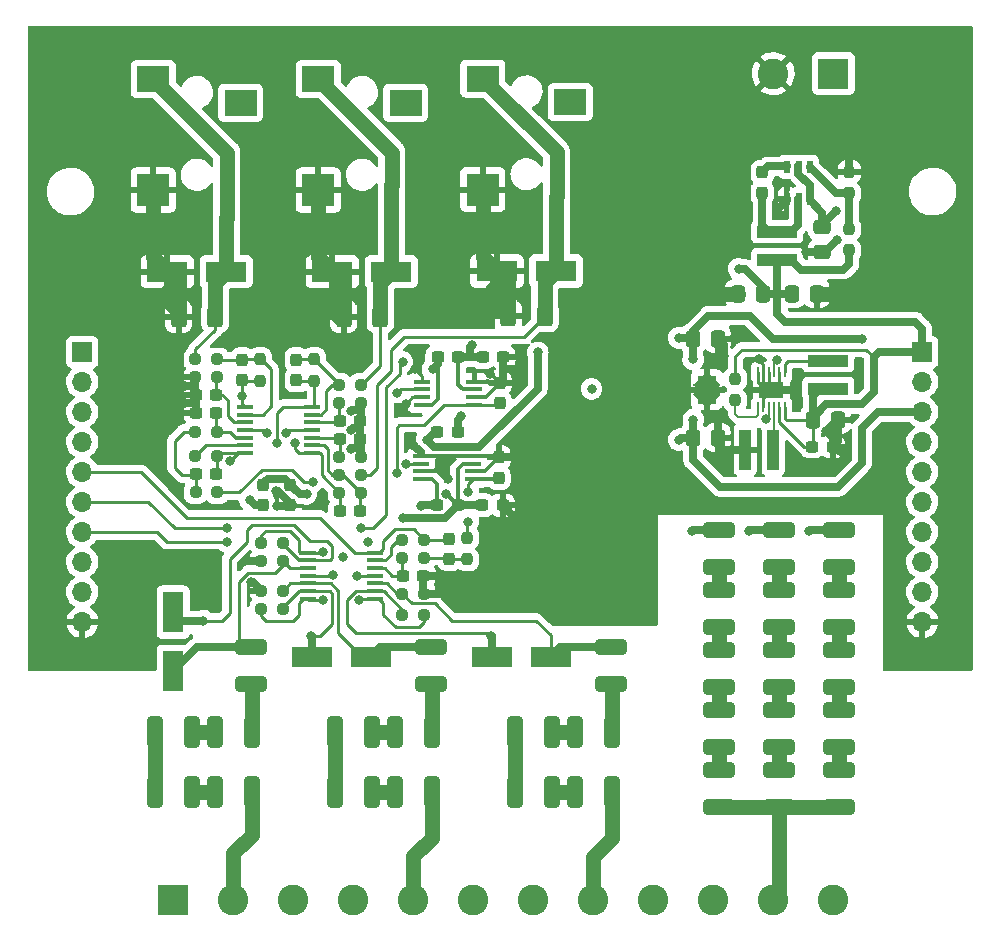
<source format=gbr>
%TF.GenerationSoftware,KiCad,Pcbnew,(6.0.8)*%
%TF.CreationDate,2022-11-04T20:36:36+01:00*%
%TF.ProjectId,Power_Meter,506f7765-725f-44d6-9574-65722e6b6963,rev?*%
%TF.SameCoordinates,Original*%
%TF.FileFunction,Copper,L1,Top*%
%TF.FilePolarity,Positive*%
%FSLAX46Y46*%
G04 Gerber Fmt 4.6, Leading zero omitted, Abs format (unit mm)*
G04 Created by KiCad (PCBNEW (6.0.8)) date 2022-11-04 20:36:36*
%MOMM*%
%LPD*%
G01*
G04 APERTURE LIST*
G04 Aperture macros list*
%AMRoundRect*
0 Rectangle with rounded corners*
0 $1 Rounding radius*
0 $2 $3 $4 $5 $6 $7 $8 $9 X,Y pos of 4 corners*
0 Add a 4 corners polygon primitive as box body*
4,1,4,$2,$3,$4,$5,$6,$7,$8,$9,$2,$3,0*
0 Add four circle primitives for the rounded corners*
1,1,$1+$1,$2,$3*
1,1,$1+$1,$4,$5*
1,1,$1+$1,$6,$7*
1,1,$1+$1,$8,$9*
0 Add four rect primitives between the rounded corners*
20,1,$1+$1,$2,$3,$4,$5,0*
20,1,$1+$1,$4,$5,$6,$7,0*
20,1,$1+$1,$6,$7,$8,$9,0*
20,1,$1+$1,$8,$9,$2,$3,0*%
G04 Aperture macros list end*
%TA.AperFunction,SMDPad,CuDef*%
%ADD10RoundRect,0.237500X-0.300000X-0.237500X0.300000X-0.237500X0.300000X0.237500X-0.300000X0.237500X0*%
%TD*%
%TA.AperFunction,SMDPad,CuDef*%
%ADD11R,1.397000X0.431800*%
%TD*%
%TA.AperFunction,SMDPad,CuDef*%
%ADD12RoundRect,0.250000X-0.337500X-0.475000X0.337500X-0.475000X0.337500X0.475000X-0.337500X0.475000X0*%
%TD*%
%TA.AperFunction,SMDPad,CuDef*%
%ADD13RoundRect,0.237500X-0.250000X-0.237500X0.250000X-0.237500X0.250000X0.237500X-0.250000X0.237500X0*%
%TD*%
%TA.AperFunction,SMDPad,CuDef*%
%ADD14RoundRect,0.250000X0.337500X0.475000X-0.337500X0.475000X-0.337500X-0.475000X0.337500X-0.475000X0*%
%TD*%
%TA.AperFunction,SMDPad,CuDef*%
%ADD15R,1.800000X3.500000*%
%TD*%
%TA.AperFunction,SMDPad,CuDef*%
%ADD16RoundRect,0.237500X-0.237500X0.250000X-0.237500X-0.250000X0.237500X-0.250000X0.237500X0.250000X0*%
%TD*%
%TA.AperFunction,SMDPad,CuDef*%
%ADD17RoundRect,0.237500X0.250000X0.237500X-0.250000X0.237500X-0.250000X-0.237500X0.250000X-0.237500X0*%
%TD*%
%TA.AperFunction,SMDPad,CuDef*%
%ADD18R,3.400000X0.980000*%
%TD*%
%TA.AperFunction,SMDPad,CuDef*%
%ADD19RoundRect,0.250000X1.075000X-0.400000X1.075000X0.400000X-1.075000X0.400000X-1.075000X-0.400000X0*%
%TD*%
%TA.AperFunction,SMDPad,CuDef*%
%ADD20R,0.980000X3.400000*%
%TD*%
%TA.AperFunction,SMDPad,CuDef*%
%ADD21RoundRect,0.237500X0.300000X0.237500X-0.300000X0.237500X-0.300000X-0.237500X0.300000X-0.237500X0*%
%TD*%
%TA.AperFunction,SMDPad,CuDef*%
%ADD22RoundRect,0.237500X-0.237500X0.300000X-0.237500X-0.300000X0.237500X-0.300000X0.237500X0.300000X0*%
%TD*%
%TA.AperFunction,SMDPad,CuDef*%
%ADD23RoundRect,0.250000X-0.400000X-1.075000X0.400000X-1.075000X0.400000X1.075000X-0.400000X1.075000X0*%
%TD*%
%TA.AperFunction,SMDPad,CuDef*%
%ADD24RoundRect,0.250000X0.400000X1.075000X-0.400000X1.075000X-0.400000X-1.075000X0.400000X-1.075000X0*%
%TD*%
%TA.AperFunction,ComponentPad*%
%ADD25R,1.700000X1.700000*%
%TD*%
%TA.AperFunction,ComponentPad*%
%ADD26O,1.700000X1.700000*%
%TD*%
%TA.AperFunction,SMDPad,CuDef*%
%ADD27R,3.500000X1.800000*%
%TD*%
%TA.AperFunction,SMDPad,CuDef*%
%ADD28RoundRect,0.250000X0.400000X0.625000X-0.400000X0.625000X-0.400000X-0.625000X0.400000X-0.625000X0*%
%TD*%
%TA.AperFunction,SMDPad,CuDef*%
%ADD29RoundRect,0.237500X0.237500X-0.300000X0.237500X0.300000X-0.237500X0.300000X-0.237500X-0.300000X0*%
%TD*%
%TA.AperFunction,SMDPad,CuDef*%
%ADD30R,0.558800X1.003300*%
%TD*%
%TA.AperFunction,SMDPad,CuDef*%
%ADD31RoundRect,0.250000X-0.475000X0.337500X-0.475000X-0.337500X0.475000X-0.337500X0.475000X0.337500X0*%
%TD*%
%TA.AperFunction,SMDPad,CuDef*%
%ADD32R,1.473200X0.355600*%
%TD*%
%TA.AperFunction,SMDPad,CuDef*%
%ADD33R,0.203200X0.812800*%
%TD*%
%TA.AperFunction,SMDPad,CuDef*%
%ADD34R,2.108200X1.320800*%
%TD*%
%TA.AperFunction,ComponentPad*%
%ADD35R,2.600000X2.600000*%
%TD*%
%TA.AperFunction,ComponentPad*%
%ADD36C,2.600000*%
%TD*%
%TA.AperFunction,SMDPad,CuDef*%
%ADD37R,2.800000X2.200000*%
%TD*%
%TA.AperFunction,SMDPad,CuDef*%
%ADD38R,2.800000X2.800000*%
%TD*%
%TA.AperFunction,ComponentPad*%
%ADD39C,0.500000*%
%TD*%
%TA.AperFunction,SMDPad,CuDef*%
%ADD40R,1.625600X2.387600*%
%TD*%
%TA.AperFunction,ViaPad*%
%ADD41C,0.800000*%
%TD*%
%TA.AperFunction,Conductor*%
%ADD42C,0.635000*%
%TD*%
%TA.AperFunction,Conductor*%
%ADD43C,1.270000*%
%TD*%
%TA.AperFunction,Conductor*%
%ADD44C,0.317500*%
%TD*%
%TA.AperFunction,Conductor*%
%ADD45C,0.250000*%
%TD*%
%TA.AperFunction,Conductor*%
%ADD46C,0.200000*%
%TD*%
G04 APERTURE END LIST*
D10*
%TO.P,C18,1*%
%TO.N,+3V3*%
X109410000Y-89004901D03*
%TO.P,C18,2*%
%TO.N,GND*%
X111135000Y-89004901D03*
%TD*%
D11*
%TO.P,U4,1,GND*%
%TO.N,GND*%
X104196200Y-97386901D03*
%TO.P,U4,2,IN1*%
%TO.N,Net-(U3-Pad3)*%
X104196200Y-98036899D03*
%TO.P,U4,3,IN2*%
%TO.N,GND*%
X104196200Y-98686901D03*
%TO.P,U4,4,VSS*%
%TO.N,-3V3*%
X104196200Y-99336899D03*
%TO.P,U4,5,VOUT*%
%TO.N,Net-(C8-Pad1)*%
X108615800Y-99336899D03*
%TO.P,U4,6,OUTRTN*%
%TO.N,GND*%
X108615800Y-98686901D03*
%TO.P,U4,7,VDD*%
%TO.N,+3V3*%
X108615800Y-98036899D03*
%TO.P,U4,8,ENABLE*%
%TO.N,GND*%
X108615800Y-97386901D03*
%TD*%
D12*
%TO.P,C33,1*%
%TO.N,GND*%
X131022500Y-83628000D03*
%TO.P,C33,2*%
%TO.N,+5V*%
X133097500Y-83628000D03*
%TD*%
D13*
%TO.P,R40,1*%
%TO.N,GND*%
X90669500Y-108787000D03*
%TO.P,R40,2*%
%TO.N,Net-(D5-Pad2)*%
X92494500Y-108787000D03*
%TD*%
D14*
%TO.P,C34,1*%
%TO.N,GND*%
X137669500Y-83628000D03*
%TO.P,C34,2*%
%TO.N,+5V*%
X135594500Y-83628000D03*
%TD*%
D15*
%TO.P,D4,1,A1*%
%TO.N,Net-(D4-Pad1)*%
X83200000Y-110605000D03*
%TO.P,D4,2,A2*%
%TO.N,Net-(D4-Pad2)*%
X83200000Y-115605000D03*
%TD*%
D16*
%TO.P,R50,1*%
%TO.N,Net-(C8-Pad1)*%
X108092000Y-104318500D03*
%TO.P,R50,2*%
%TO.N,Net-(C12-Pad1)*%
X108092000Y-106143500D03*
%TD*%
D17*
%TO.P,R49,1*%
%TO.N,Net-(C7-Pad1)*%
X86909500Y-100455800D03*
%TO.P,R49,2*%
%TO.N,Net-(C11-Pad1)*%
X85084500Y-100455800D03*
%TD*%
%TO.P,R6,1*%
%TO.N,GND*%
X99098500Y-92888500D03*
%TO.P,R6,2*%
%TO.N,Net-(C2-Pad2)*%
X97273500Y-92888500D03*
%TD*%
D18*
%TO.P,L3,1,1*%
%TO.N,Net-(C32-Pad2)*%
X134346000Y-78379000D03*
%TO.P,L3,2,2*%
%TO.N,+5V*%
X134346000Y-80749000D03*
%TD*%
D13*
%TO.P,R9,1*%
%TO.N,Net-(D1-Pad2)*%
X85081500Y-89180100D03*
%TO.P,R9,2*%
%TO.N,Net-(C6-Pad1)*%
X86906500Y-89180100D03*
%TD*%
D19*
%TO.P,R28,1*%
%TO.N,Net-(R22-Pad2)*%
X134508000Y-116949000D03*
%TO.P,R28,2*%
%TO.N,Net-(R28-Pad2)*%
X134508000Y-113849000D03*
%TD*%
D11*
%TO.P,U5,1,GND*%
%TO.N,GND*%
X104252700Y-91077902D03*
%TO.P,U5,2,IN1*%
%TO.N,Net-(U3-Pad13)*%
X104252700Y-91727900D03*
%TO.P,U5,3,IN2*%
%TO.N,GND*%
X104252700Y-92377902D03*
%TO.P,U5,4,VSS*%
%TO.N,-3V3*%
X104252700Y-93027900D03*
%TO.P,U5,5,VOUT*%
%TO.N,Net-(C7-Pad1)*%
X108672300Y-93027900D03*
%TO.P,U5,6,OUTRTN*%
%TO.N,GND*%
X108672300Y-92377902D03*
%TO.P,U5,7,VDD*%
%TO.N,+3V3*%
X108672300Y-91727900D03*
%TO.P,U5,8,ENABLE*%
%TO.N,GND*%
X108672300Y-91077902D03*
%TD*%
D20*
%TO.P,L2,1,1*%
%TO.N,Net-(L2-Pad1)*%
X134007000Y-96836000D03*
%TO.P,L2,2,2*%
%TO.N,GND*%
X131637000Y-96836000D03*
%TD*%
D21*
%TO.P,C14,1*%
%TO.N,+3V3*%
X107268500Y-101535000D03*
%TO.P,C14,2*%
%TO.N,-3V3*%
X105543500Y-101535000D03*
%TD*%
D22*
%TO.P,C20,1*%
%TO.N,+3V3*%
X93106000Y-99796500D03*
%TO.P,C20,2*%
%TO.N,GND*%
X93106000Y-101521500D03*
%TD*%
D10*
%TO.P,C10,1*%
%TO.N,Net-(C10-Pad1)*%
X102657500Y-107517000D03*
%TO.P,C10,2*%
%TO.N,GND*%
X104382500Y-107517000D03*
%TD*%
D16*
%TO.P,R12,1*%
%TO.N,Net-(C6-Pad1)*%
X90566000Y-89182000D03*
%TO.P,R12,2*%
%TO.N,Net-(C6-Pad2)*%
X90566000Y-91007000D03*
%TD*%
D19*
%TO.P,R38,1*%
%TO.N,Net-(R31-Pad2)*%
X89804000Y-116687000D03*
%TO.P,R38,2*%
%TO.N,Net-(D4-Pad2)*%
X89804000Y-113587000D03*
%TD*%
%TO.P,R14,1*%
%TO.N,N*%
X139588000Y-127101000D03*
%TO.P,R14,2*%
%TO.N,Net-(R14-Pad2)*%
X139588000Y-124001000D03*
%TD*%
D23*
%TO.P,R25,1*%
%TO.N,Net-(R19-Pad2)*%
X81650000Y-120725000D03*
%TO.P,R25,2*%
%TO.N,Net-(R25-Pad2)*%
X84750000Y-120725000D03*
%TD*%
D10*
%TO.P,C21,1*%
%TO.N,+3V3*%
X105543500Y-95313900D03*
%TO.P,C21,2*%
%TO.N,-3V3*%
X107268500Y-95313900D03*
%TD*%
D24*
%TO.P,R19,1*%
%TO.N,Net-(R13-Pad2)*%
X84750000Y-125805000D03*
%TO.P,R19,2*%
%TO.N,Net-(R19-Pad2)*%
X81650000Y-125805000D03*
%TD*%
D25*
%TO.P,J6,1,Pin_1*%
%TO.N,+5V*%
X75500000Y-88580000D03*
D26*
%TO.P,J6,2,Pin_2*%
%TO.N,Net-(J6-Pad2)*%
X75500000Y-91120000D03*
%TO.P,J6,3,Pin_3*%
%TO.N,Net-(J6-Pad3)*%
X75500000Y-93660000D03*
%TO.P,J6,4,Pin_4*%
%TO.N,/Current Frontend/I_rms_out*%
X75500000Y-96200000D03*
%TO.P,J6,5,Pin_5*%
%TO.N,/Voltage Frontend/V_rms_out*%
X75500000Y-98740000D03*
%TO.P,J6,6,Pin_6*%
%TO.N,/Current Frontend/I_phase_out*%
X75500000Y-101280000D03*
%TO.P,J6,7,Pin_7*%
%TO.N,/Voltage Frontend/V_phase_out*%
X75500000Y-103820000D03*
%TO.P,J6,8,Pin_8*%
%TO.N,unconnected-(J6-Pad8)*%
X75500000Y-106360000D03*
%TO.P,J6,9,Pin_9*%
%TO.N,unconnected-(J6-Pad9)*%
X75500000Y-108900000D03*
%TO.P,J6,10,Pin_10*%
%TO.N,GND*%
X75500000Y-111440000D03*
%TD*%
D13*
%TO.P,R51,1*%
%TO.N,Net-(C11-Pad1)*%
X85081500Y-95323100D03*
%TO.P,R51,2*%
%TO.N,Net-(C9-Pad1)*%
X86906500Y-95323100D03*
%TD*%
%TO.P,R53,1*%
%TO.N,Net-(R53-Pad1)*%
X85082600Y-97405900D03*
%TO.P,R53,2*%
%TO.N,/Current Frontend/I_rms_out*%
X86907600Y-97405900D03*
%TD*%
D23*
%TO.P,R31,1*%
%TO.N,Net-(R25-Pad2)*%
X86730000Y-120725000D03*
%TO.P,R31,2*%
%TO.N,Net-(R31-Pad2)*%
X89830000Y-120725000D03*
%TD*%
D27*
%TO.P,D2,1,A1*%
%TO.N,GND*%
X96676000Y-81764000D03*
%TO.P,D2,2,A2*%
%TO.N,Net-(D2-Pad2)*%
X101676000Y-81764000D03*
%TD*%
D22*
%TO.P,C6,1*%
%TO.N,Net-(C6-Pad1)*%
X89042000Y-89232000D03*
%TO.P,C6,2*%
%TO.N,Net-(C6-Pad2)*%
X89042000Y-90957000D03*
%TD*%
D24*
%TO.P,R21,1*%
%TO.N,Net-(R15-Pad2)*%
X99990000Y-125805000D03*
%TO.P,R21,2*%
%TO.N,Net-(R21-Pad2)*%
X96890000Y-125805000D03*
%TD*%
D16*
%TO.P,R67,1*%
%TO.N,GND*%
X140442000Y-73317500D03*
%TO.P,R67,2*%
%TO.N,Net-(R66-Pad1)*%
X140442000Y-75142500D03*
%TD*%
D21*
%TO.P,C9,1*%
%TO.N,Net-(C9-Pad1)*%
X86856500Y-93775600D03*
%TO.P,C9,2*%
%TO.N,GND*%
X85131500Y-93775600D03*
%TD*%
D27*
%TO.P,D6,1,A1*%
%TO.N,Net-(D6-Pad1)*%
X110164000Y-114375000D03*
%TO.P,D6,2,A2*%
%TO.N,Net-(D6-Pad2)*%
X115164000Y-114375000D03*
%TD*%
D28*
%TO.P,R2,1*%
%TO.N,Net-(D2-Pad2)*%
X100726000Y-85574000D03*
%TO.P,R2,2*%
%TO.N,GND*%
X97626000Y-85574000D03*
%TD*%
D21*
%TO.P,C1,1*%
%TO.N,GND*%
X99048500Y-95936500D03*
%TO.P,C1,2*%
%TO.N,Net-(C1-Pad2)*%
X97323500Y-95936500D03*
%TD*%
D29*
%TO.P,C8,1*%
%TO.N,Net-(C8-Pad1)*%
X110774800Y-99224400D03*
%TO.P,C8,2*%
%TO.N,GND*%
X110774800Y-97499400D03*
%TD*%
%TO.P,C12,1*%
%TO.N,Net-(C12-Pad1)*%
X106568000Y-106093500D03*
%TO.P,C12,2*%
%TO.N,/Voltage Frontend/V_rms_out*%
X106568000Y-104368500D03*
%TD*%
D19*
%TO.P,R22,1*%
%TO.N,Net-(R16-Pad2)*%
X134508000Y-122029000D03*
%TO.P,R22,2*%
%TO.N,Net-(R22-Pad2)*%
X134508000Y-118929000D03*
%TD*%
D23*
%TO.P,R35,1*%
%TO.N,Net-(R29-Pad2)*%
X117210000Y-120725000D03*
%TO.P,R35,2*%
%TO.N,Net-(R35-Pad2)*%
X120310000Y-120725000D03*
%TD*%
D13*
%TO.P,R54,1*%
%TO.N,Net-(R54-Pad1)*%
X102607500Y-104469000D03*
%TO.P,R54,2*%
%TO.N,/Voltage Frontend/V_rms_out*%
X104432500Y-104469000D03*
%TD*%
D30*
%TO.P,U9,1,GND*%
%TO.N,GND*%
X135190599Y-75641550D03*
%TO.P,U9,2,SW*%
%TO.N,Net-(C32-Pad2)*%
X136140600Y-75641550D03*
%TO.P,U9,3,VIN*%
%TO.N,Net-(C31-Pad1)*%
X137090601Y-75641550D03*
%TO.P,U9,4,FB*%
%TO.N,Net-(R66-Pad1)*%
X137090601Y-72885650D03*
%TO.P,U9,5,EN*%
%TO.N,Net-(C31-Pad1)*%
X136140600Y-72885650D03*
%TO.P,U9,6,CB*%
%TO.N,Net-(C32-Pad1)*%
X135190599Y-72885650D03*
%TD*%
D19*
%TO.P,R42,1*%
%TO.N,Net-(R34-Pad2)*%
X134508000Y-106789000D03*
%TO.P,R42,2*%
%TO.N,Net-(D5-Pad1)*%
X134508000Y-103689000D03*
%TD*%
D17*
%TO.P,R47,1*%
%TO.N,Net-(D5-Pad1)*%
X92494500Y-110311000D03*
%TO.P,R47,2*%
%TO.N,Net-(R47-Pad2)*%
X90669500Y-110311000D03*
%TD*%
%TO.P,R43,1*%
%TO.N,GND*%
X104432500Y-109041000D03*
%TO.P,R43,2*%
%TO.N,Net-(D6-Pad2)*%
X102607500Y-109041000D03*
%TD*%
D19*
%TO.P,R24,1*%
%TO.N,Net-(R18-Pad2)*%
X129428000Y-122021000D03*
%TO.P,R24,2*%
%TO.N,Net-(R24-Pad2)*%
X129428000Y-118921000D03*
%TD*%
D10*
%TO.P,C23,1*%
%TO.N,+5V*%
X137293500Y-96582000D03*
%TO.P,C23,2*%
%TO.N,GND*%
X139018500Y-96582000D03*
%TD*%
D17*
%TO.P,R46,1*%
%TO.N,Net-(D4-Pad1)*%
X92494500Y-104723000D03*
%TO.P,R46,2*%
%TO.N,Net-(R46-Pad2)*%
X90669500Y-104723000D03*
%TD*%
D23*
%TO.P,R27,1*%
%TO.N,Net-(R21-Pad2)*%
X96890000Y-120725000D03*
%TO.P,R27,2*%
%TO.N,Net-(R27-Pad2)*%
X99990000Y-120725000D03*
%TD*%
D28*
%TO.P,R3,1*%
%TO.N,Net-(D3-Pad2)*%
X114661000Y-85533000D03*
%TO.P,R3,2*%
%TO.N,GND*%
X111561000Y-85533000D03*
%TD*%
D16*
%TO.P,R61,1*%
%TO.N,+5V*%
X130790000Y-90843500D03*
%TO.P,R61,2*%
%TO.N,Net-(R61-Pad2)*%
X130790000Y-92668500D03*
%TD*%
D19*
%TO.P,R26,1*%
%TO.N,Net-(R20-Pad2)*%
X139588000Y-116941000D03*
%TO.P,R26,2*%
%TO.N,Net-(R26-Pad2)*%
X139588000Y-113841000D03*
%TD*%
D25*
%TO.P,J7,1,Pin_1*%
%TO.N,+5V*%
X146620000Y-88580000D03*
D26*
%TO.P,J7,2,Pin_2*%
%TO.N,+3V3*%
X146620000Y-91120000D03*
%TO.P,J7,3,Pin_3*%
%TO.N,-3V3*%
X146620000Y-93660000D03*
%TO.P,J7,4,Pin_4*%
%TO.N,unconnected-(J7-Pad4)*%
X146620000Y-96200000D03*
%TO.P,J7,5,Pin_5*%
%TO.N,unconnected-(J7-Pad5)*%
X146620000Y-98740000D03*
%TO.P,J7,6,Pin_6*%
%TO.N,unconnected-(J7-Pad6)*%
X146620000Y-101280000D03*
%TO.P,J7,7,Pin_7*%
%TO.N,unconnected-(J7-Pad7)*%
X146620000Y-103820000D03*
%TO.P,J7,8,Pin_8*%
%TO.N,unconnected-(J7-Pad8)*%
X146620000Y-106360000D03*
%TO.P,J7,9,Pin_9*%
%TO.N,unconnected-(J7-Pad9)*%
X146620000Y-108900000D03*
%TO.P,J7,10,Pin_10*%
%TO.N,GND*%
X146620000Y-111440000D03*
%TD*%
D23*
%TO.P,R29,1*%
%TO.N,Net-(R23-Pad2)*%
X112130000Y-120725000D03*
%TO.P,R29,2*%
%TO.N,Net-(R29-Pad2)*%
X115230000Y-120725000D03*
%TD*%
D27*
%TO.P,D3,1,A1*%
%TO.N,GND*%
X110611000Y-81723000D03*
%TO.P,D3,2,A2*%
%TO.N,Net-(D3-Pad2)*%
X115611000Y-81723000D03*
%TD*%
D16*
%TO.P,R66,1*%
%TO.N,Net-(R66-Pad1)*%
X140442000Y-78143500D03*
%TO.P,R66,2*%
%TO.N,+5V*%
X140442000Y-79968500D03*
%TD*%
D31*
%TO.P,C31,1*%
%TO.N,Net-(C31-Pad1)*%
X138156000Y-78018500D03*
%TO.P,C31,2*%
%TO.N,GND*%
X138156000Y-80093500D03*
%TD*%
D12*
%TO.P,C29,1*%
%TO.N,+3V3*%
X127212500Y-87438000D03*
%TO.P,C29,2*%
%TO.N,GND*%
X129287500Y-87438000D03*
%TD*%
D22*
%TO.P,C19,1*%
%TO.N,+3V3*%
X90820000Y-99796500D03*
%TO.P,C19,2*%
%TO.N,-3V3*%
X90820000Y-101521500D03*
%TD*%
D19*
%TO.P,R20,1*%
%TO.N,Net-(R14-Pad2)*%
X139588000Y-122021000D03*
%TO.P,R20,2*%
%TO.N,Net-(R20-Pad2)*%
X139588000Y-118921000D03*
%TD*%
%TO.P,R16,1*%
%TO.N,N*%
X134508000Y-127109000D03*
%TO.P,R16,2*%
%TO.N,Net-(R16-Pad2)*%
X134508000Y-124009000D03*
%TD*%
D13*
%TO.P,R8,1*%
%TO.N,GND*%
X85081500Y-90704100D03*
%TO.P,R8,2*%
%TO.N,Net-(C3-Pad2)*%
X86906500Y-90704100D03*
%TD*%
D21*
%TO.P,C4,1*%
%TO.N,Net-(C4-Pad1)*%
X99048500Y-102056000D03*
%TO.P,C4,2*%
%TO.N,Net-(C4-Pad2)*%
X97323500Y-102056000D03*
%TD*%
D10*
%TO.P,C11,1*%
%TO.N,Net-(C11-Pad1)*%
X85132600Y-98929900D03*
%TO.P,C11,2*%
%TO.N,/Current Frontend/I_rms_out*%
X86857600Y-98929900D03*
%TD*%
D19*
%TO.P,R30,1*%
%TO.N,Net-(R24-Pad2)*%
X129428000Y-116941000D03*
%TO.P,R30,2*%
%TO.N,Net-(R30-Pad2)*%
X129428000Y-113841000D03*
%TD*%
D24*
%TO.P,R15,1*%
%TO.N,L2*%
X105070000Y-125805000D03*
%TO.P,R15,2*%
%TO.N,Net-(R15-Pad2)*%
X101970000Y-125805000D03*
%TD*%
D19*
%TO.P,R39,1*%
%TO.N,Net-(R32-Pad2)*%
X139588000Y-106781000D03*
%TO.P,R39,2*%
%TO.N,Net-(D4-Pad1)*%
X139588000Y-103681000D03*
%TD*%
D24*
%TO.P,R13,1*%
%TO.N,L1*%
X89830000Y-125805000D03*
%TO.P,R13,2*%
%TO.N,Net-(R13-Pad2)*%
X86730000Y-125805000D03*
%TD*%
D19*
%TO.P,R32,1*%
%TO.N,Net-(R26-Pad2)*%
X139588000Y-111861000D03*
%TO.P,R32,2*%
%TO.N,Net-(R32-Pad2)*%
X139588000Y-108761000D03*
%TD*%
D32*
%TO.P,U1,1*%
%TO.N,Net-(C4-Pad2)*%
X94909400Y-97124501D03*
%TO.P,U1,2,-*%
%TO.N,Net-(C4-Pad1)*%
X94909400Y-96474500D03*
%TO.P,U1,3,+*%
%TO.N,Net-(C1-Pad2)*%
X94909400Y-95824499D03*
%TO.P,U1,4,V+*%
%TO.N,+3V3*%
X94909400Y-95174500D03*
%TO.P,U1,5,+*%
%TO.N,Net-(C2-Pad2)*%
X94909400Y-94524501D03*
%TO.P,U1,6,-*%
%TO.N,Net-(C5-Pad1)*%
X94909400Y-93874500D03*
%TO.P,U1,7*%
%TO.N,Net-(C5-Pad2)*%
X94909400Y-93224501D03*
%TO.P,U1,8*%
%TO.N,Net-(C6-Pad2)*%
X89270600Y-93224499D03*
%TO.P,U1,9,-*%
%TO.N,Net-(C6-Pad1)*%
X89270600Y-93874500D03*
%TO.P,U1,10,+*%
%TO.N,Net-(C3-Pad2)*%
X89270600Y-94524499D03*
%TO.P,U1,11,V-*%
%TO.N,-3V3*%
X89270600Y-95174500D03*
%TO.P,U1,12,+*%
%TO.N,Net-(C9-Pad1)*%
X89270600Y-95824499D03*
%TO.P,U1,13,-*%
%TO.N,Net-(R53-Pad1)*%
X89270600Y-96474500D03*
%TO.P,U1,14*%
%TO.N,/Current Frontend/I_rms_out*%
X89270600Y-97124499D03*
%TD*%
D17*
%TO.P,R52,1*%
%TO.N,Net-(C12-Pad1)*%
X104432500Y-105993000D03*
%TO.P,R52,2*%
%TO.N,Net-(C10-Pad1)*%
X102607500Y-105993000D03*
%TD*%
D14*
%TO.P,C30,1*%
%TO.N,GND*%
X129287500Y-95820000D03*
%TO.P,C30,2*%
%TO.N,-3V3*%
X127212500Y-95820000D03*
%TD*%
D28*
%TO.P,R1,1*%
%TO.N,Net-(D1-Pad2)*%
X86747000Y-85574000D03*
%TO.P,R1,2*%
%TO.N,GND*%
X83647000Y-85574000D03*
%TD*%
D33*
%TO.P,U7,1,SWP*%
%TO.N,Net-(L1-Pad2)*%
X134963002Y-90308200D03*
%TO.P,U7,2,PGND*%
%TO.N,GND*%
X134513000Y-90308200D03*
%TO.P,U7,3,VPOS*%
%TO.N,Net-(C24-Pad1)*%
X134063001Y-90308200D03*
%TO.P,U7,4,GND*%
%TO.N,GND*%
X133612999Y-90308200D03*
%TO.P,U7,5,AGND*%
X133163000Y-90308200D03*
%TO.P,U7,6,GND*%
X132713001Y-90308200D03*
%TO.P,U7,7,EN*%
%TO.N,Net-(R61-Pad2)*%
X132712998Y-93203800D03*
%TO.P,U7,8,GND*%
%TO.N,GND*%
X133163000Y-93203800D03*
%TO.P,U7,9,VNEG*%
%TO.N,Net-(C25-Pad1)*%
X133612999Y-93203800D03*
%TO.P,U7,10,SWN*%
%TO.N,Net-(L2-Pad1)*%
X134063001Y-93203800D03*
%TO.P,U7,11,AVIN*%
%TO.N,+5V*%
X134513000Y-93203800D03*
%TO.P,U7,12,PVIN*%
X134962999Y-93203800D03*
D34*
%TO.P,U7,13,EPAD*%
%TO.N,GND*%
X133838000Y-91756000D03*
%TD*%
D19*
%TO.P,R45,1*%
%TO.N,Net-(R36-Pad2)*%
X129428000Y-106781000D03*
%TO.P,R45,2*%
%TO.N,Net-(D6-Pad1)*%
X129428000Y-103681000D03*
%TD*%
D18*
%TO.P,L1,1,1*%
%TO.N,+5V*%
X138664000Y-91671000D03*
%TO.P,L1,2,2*%
%TO.N,Net-(L1-Pad2)*%
X138664000Y-89301000D03*
%TD*%
D21*
%TO.P,C2,1*%
%TO.N,GND*%
X99048500Y-94412500D03*
%TO.P,C2,2*%
%TO.N,Net-(C2-Pad2)*%
X97323500Y-94412500D03*
%TD*%
D22*
%TO.P,C32,1*%
%TO.N,Net-(C32-Pad1)*%
X133076000Y-73367500D03*
%TO.P,C32,2*%
%TO.N,Net-(C32-Pad2)*%
X133076000Y-75092500D03*
%TD*%
D19*
%TO.P,R36,1*%
%TO.N,Net-(R30-Pad2)*%
X129428000Y-111861000D03*
%TO.P,R36,2*%
%TO.N,Net-(R36-Pad2)*%
X129428000Y-108761000D03*
%TD*%
D35*
%TO.P,J4,1,Pin_1*%
%TO.N,unconnected-(J4-Pad1)*%
X83200000Y-135000000D03*
D36*
%TO.P,J4,2,Pin_2*%
%TO.N,L1*%
X88280000Y-135000000D03*
%TO.P,J4,3,Pin_3*%
%TO.N,unconnected-(J4-Pad3)*%
X93360000Y-135000000D03*
%TO.P,J4,4,Pin_4*%
%TO.N,unconnected-(J4-Pad4)*%
X98440000Y-135000000D03*
%TO.P,J4,5,Pin_5*%
%TO.N,L2*%
X103520000Y-135000000D03*
%TO.P,J4,6,Pin_6*%
%TO.N,unconnected-(J4-Pad6)*%
X108600000Y-135000000D03*
%TO.P,J4,7,Pin_7*%
%TO.N,unconnected-(J4-Pad7)*%
X113680000Y-135000000D03*
%TO.P,J4,8,Pin_8*%
%TO.N,L3*%
X118760000Y-135000000D03*
%TO.P,J4,9,Pin_9*%
%TO.N,unconnected-(J4-Pad9)*%
X123840000Y-135000000D03*
%TO.P,J4,10,Pin_10*%
%TO.N,unconnected-(J4-Pad10)*%
X128920000Y-135000000D03*
%TO.P,J4,11,Pin_11*%
%TO.N,N*%
X134000000Y-135000000D03*
%TO.P,J4,12,Pin_12*%
%TO.N,unconnected-(J4-Pad12)*%
X139080000Y-135000000D03*
%TD*%
D16*
%TO.P,R11,1*%
%TO.N,Net-(C5-Pad1)*%
X95138000Y-89182000D03*
%TO.P,R11,2*%
%TO.N,Net-(C5-Pad2)*%
X95138000Y-91007000D03*
%TD*%
D24*
%TO.P,R23,1*%
%TO.N,Net-(R17-Pad2)*%
X115230000Y-125805000D03*
%TO.P,R23,2*%
%TO.N,Net-(R23-Pad2)*%
X112130000Y-125805000D03*
%TD*%
D12*
%TO.P,C22,1*%
%TO.N,+5V*%
X137372500Y-94296000D03*
%TO.P,C22,2*%
%TO.N,GND*%
X139447500Y-94296000D03*
%TD*%
D17*
%TO.P,R4,1*%
%TO.N,GND*%
X99098500Y-97460500D03*
%TO.P,R4,2*%
%TO.N,Net-(C1-Pad2)*%
X97273500Y-97460500D03*
%TD*%
D37*
%TO.P,J3,R*%
%TO.N,unconnected-(J3-PadR)*%
X116811000Y-67423000D03*
%TO.P,J3,S*%
%TO.N,Net-(D3-Pad2)*%
X109411000Y-65423000D03*
D38*
%TO.P,J3,T*%
%TO.N,GND*%
X109411000Y-74823000D03*
%TD*%
D17*
%TO.P,R7,1*%
%TO.N,Net-(D2-Pad2)*%
X99098500Y-91364500D03*
%TO.P,R7,2*%
%TO.N,Net-(C5-Pad1)*%
X97273500Y-91364500D03*
%TD*%
D37*
%TO.P,J1,R*%
%TO.N,unconnected-(J1-PadR)*%
X88897000Y-67464000D03*
%TO.P,J1,S*%
%TO.N,Net-(D1-Pad2)*%
X81497000Y-65464000D03*
D38*
%TO.P,J1,T*%
%TO.N,GND*%
X81497000Y-74864000D03*
%TD*%
D21*
%TO.P,C17,1*%
%TO.N,+3V3*%
X107325000Y-89004901D03*
%TO.P,C17,2*%
%TO.N,-3V3*%
X105600000Y-89004901D03*
%TD*%
D27*
%TO.P,D1,1,A1*%
%TO.N,GND*%
X82697000Y-81764000D03*
%TO.P,D1,2,A2*%
%TO.N,Net-(D1-Pad2)*%
X87697000Y-81764000D03*
%TD*%
D23*
%TO.P,R33,1*%
%TO.N,Net-(R27-Pad2)*%
X101970000Y-120725000D03*
%TO.P,R33,2*%
%TO.N,Net-(R33-Pad2)*%
X105070000Y-120725000D03*
%TD*%
D17*
%TO.P,R5,1*%
%TO.N,Net-(D3-Pad2)*%
X99098500Y-98984500D03*
%TO.P,R5,2*%
%TO.N,Net-(C4-Pad1)*%
X97273500Y-98984500D03*
%TD*%
D13*
%TO.P,R37,1*%
%TO.N,GND*%
X90669500Y-106247000D03*
%TO.P,R37,2*%
%TO.N,Net-(D4-Pad2)*%
X92494500Y-106247000D03*
%TD*%
D17*
%TO.P,R10,1*%
%TO.N,Net-(C4-Pad1)*%
X99098500Y-100532000D03*
%TO.P,R10,2*%
%TO.N,Net-(C4-Pad2)*%
X97273500Y-100532000D03*
%TD*%
D19*
%TO.P,R18,1*%
%TO.N,N*%
X129428000Y-127101000D03*
%TO.P,R18,2*%
%TO.N,Net-(R18-Pad2)*%
X129428000Y-124001000D03*
%TD*%
D22*
%TO.P,C5,1*%
%TO.N,Net-(C5-Pad1)*%
X93614000Y-89232000D03*
%TO.P,C5,2*%
%TO.N,Net-(C5-Pad2)*%
X93614000Y-90957000D03*
%TD*%
D24*
%TO.P,R17,1*%
%TO.N,L3*%
X120310000Y-125805000D03*
%TO.P,R17,2*%
%TO.N,Net-(R17-Pad2)*%
X117210000Y-125805000D03*
%TD*%
D10*
%TO.P,C15,1*%
%TO.N,+3V3*%
X109353500Y-101535000D03*
%TO.P,C15,2*%
%TO.N,GND*%
X111078500Y-101535000D03*
%TD*%
D19*
%TO.P,R41,1*%
%TO.N,Net-(R33-Pad2)*%
X105044000Y-116687000D03*
%TO.P,R41,2*%
%TO.N,Net-(D5-Pad2)*%
X105044000Y-113587000D03*
%TD*%
%TO.P,R34,1*%
%TO.N,Net-(R28-Pad2)*%
X134508000Y-111869000D03*
%TO.P,R34,2*%
%TO.N,Net-(R34-Pad2)*%
X134508000Y-108769000D03*
%TD*%
D29*
%TO.P,C7,1*%
%TO.N,Net-(C7-Pad1)*%
X110856700Y-92895200D03*
%TO.P,C7,2*%
%TO.N,GND*%
X110856700Y-91170200D03*
%TD*%
D35*
%TO.P,J5,1,Pin_1*%
%TO.N,Net-(J5-Pad1)*%
X139085000Y-65000000D03*
D36*
%TO.P,J5,2,Pin_2*%
%TO.N,GND*%
X134005000Y-65000000D03*
%TD*%
D10*
%TO.P,C3,1*%
%TO.N,GND*%
X85131500Y-92228100D03*
%TO.P,C3,2*%
%TO.N,Net-(C3-Pad2)*%
X86856500Y-92228100D03*
%TD*%
D37*
%TO.P,J2,R*%
%TO.N,unconnected-(J2-PadR)*%
X102876000Y-67464000D03*
%TO.P,J2,S*%
%TO.N,Net-(D2-Pad2)*%
X95476000Y-65464000D03*
D38*
%TO.P,J2,T*%
%TO.N,GND*%
X95476000Y-74864000D03*
%TD*%
D13*
%TO.P,R48,1*%
%TO.N,Net-(D6-Pad1)*%
X102607500Y-110842500D03*
%TO.P,R48,2*%
%TO.N,Net-(R48-Pad2)*%
X104432500Y-110842500D03*
%TD*%
D19*
%TO.P,R44,1*%
%TO.N,Net-(R35-Pad2)*%
X120284000Y-116687000D03*
%TO.P,R44,2*%
%TO.N,Net-(D6-Pad2)*%
X120284000Y-113587000D03*
%TD*%
D32*
%TO.P,U2,1*%
%TO.N,Net-(R46-Pad2)*%
X94604600Y-105566999D03*
%TO.P,U2,2,-*%
%TO.N,Net-(D4-Pad1)*%
X94604600Y-106217000D03*
%TO.P,U2,3,+*%
%TO.N,Net-(D4-Pad2)*%
X94604600Y-106867001D03*
%TO.P,U2,4,V+*%
%TO.N,+3V3*%
X94604600Y-107517000D03*
%TO.P,U2,5,+*%
%TO.N,Net-(D5-Pad2)*%
X94604600Y-108166999D03*
%TO.P,U2,6,-*%
%TO.N,Net-(D5-Pad1)*%
X94604600Y-108817000D03*
%TO.P,U2,7*%
%TO.N,Net-(R47-Pad2)*%
X94604600Y-109466999D03*
%TO.P,U2,8*%
%TO.N,Net-(R48-Pad2)*%
X100243400Y-109467001D03*
%TO.P,U2,9,-*%
%TO.N,Net-(D6-Pad1)*%
X100243400Y-108817000D03*
%TO.P,U2,10,+*%
%TO.N,Net-(D6-Pad2)*%
X100243400Y-108167001D03*
%TO.P,U2,11,V-*%
%TO.N,-3V3*%
X100243400Y-107517000D03*
%TO.P,U2,12,+*%
%TO.N,Net-(C10-Pad1)*%
X100243400Y-106867001D03*
%TO.P,U2,13,-*%
%TO.N,Net-(R54-Pad1)*%
X100243400Y-106217000D03*
%TO.P,U2,14*%
%TO.N,/Voltage Frontend/V_rms_out*%
X100243400Y-105567001D03*
%TD*%
D27*
%TO.P,D5,1,A1*%
%TO.N,Net-(D5-Pad1)*%
X94924000Y-114375000D03*
%TO.P,D5,2,A2*%
%TO.N,Net-(D5-Pad2)*%
X99924000Y-114375000D03*
%TD*%
D39*
%TO.P,U8,11,PAD*%
%TO.N,GND*%
X128377000Y-91756000D03*
X127927000Y-90956000D03*
X127927000Y-92556000D03*
X128827000Y-90956000D03*
X128827000Y-92556000D03*
D40*
X128377000Y-91756000D03*
%TD*%
D41*
%TO.N,GND*%
X91948000Y-101600000D03*
X132568000Y-68261000D03*
X105664000Y-107696000D03*
X139426000Y-79056000D03*
X103594500Y-96524299D03*
X132800500Y-89194500D03*
X97626000Y-84492000D03*
X112268000Y-102362000D03*
X109982000Y-90424000D03*
X89408000Y-106172000D03*
X83647000Y-84155000D03*
X96012000Y-84328000D03*
X135890000Y-91694000D03*
X134346000Y-76516000D03*
X98230634Y-93598842D03*
X129794000Y-88900000D03*
X109728000Y-83820000D03*
X106426000Y-99314000D03*
X98284634Y-95163295D03*
X129286000Y-94234000D03*
X135362000Y-68261000D03*
X112268000Y-90170000D03*
X103632000Y-90015000D03*
X133965000Y-68261000D03*
X129413000Y-83693000D03*
X138430000Y-95250000D03*
X112776000Y-97028000D03*
X139172000Y-83628000D03*
X98229215Y-96751650D03*
X102870000Y-92964000D03*
X89774799Y-108062799D03*
X125741874Y-89938301D03*
X91857906Y-100341287D03*
X114483200Y-95007200D03*
X82296000Y-83820000D03*
X84201000Y-91440000D03*
X139954000Y-97282000D03*
X111252000Y-83820000D03*
X129540000Y-97790000D03*
X84201000Y-92935500D03*
X140442000Y-71944000D03*
X136759000Y-80072000D03*
X105664000Y-108966000D03*
%TO.N,Net-(C4-Pad2)*%
X93472000Y-96266000D03*
%TO.N,Net-(C5-Pad2)*%
X91948000Y-96266000D03*
%TO.N,Net-(C6-Pad2)*%
X89042000Y-92277000D03*
%TO.N,+3V3*%
X92787072Y-95441783D03*
X108458000Y-88010100D03*
X96754256Y-107471887D03*
X141500000Y-87500000D03*
X125984000Y-87376000D03*
X114061073Y-88608318D03*
X94488000Y-100584000D03*
X106252414Y-100567186D03*
X127212500Y-89194500D03*
X102616000Y-102616000D03*
X104648000Y-96012000D03*
X97536000Y-105918000D03*
%TO.N,-3V3*%
X104140000Y-101600000D03*
X107585277Y-94021279D03*
X89662000Y-101092000D03*
X98786000Y-107504000D03*
X118618000Y-91694000D03*
X125984000Y-96012000D03*
X105156000Y-90005500D03*
X91168276Y-95461728D03*
X127234000Y-94296000D03*
%TO.N,Net-(D4-Pad1)*%
X85740000Y-111327000D03*
X137048000Y-103707000D03*
%TO.N,Net-(D5-Pad1)*%
X131968000Y-103707000D03*
X94884000Y-112597000D03*
%TO.N,Net-(D6-Pad1)*%
X110124000Y-112597000D03*
X127142000Y-103707000D03*
%TO.N,Net-(R46-Pad2)*%
X95900000Y-105485000D03*
%TO.N,Net-(R47-Pad2)*%
X95900000Y-109549000D03*
%TO.N,Net-(R48-Pad2)*%
X98892549Y-109613049D03*
%TO.N,Net-(C31-Pad1)*%
X139299000Y-76643000D03*
%TO.N,Net-(C7-Pad1)*%
X94996000Y-99568000D03*
X102108000Y-98806000D03*
%TO.N,Net-(C8-Pad1)*%
X108184000Y-100392000D03*
X108184000Y-102932000D03*
%TO.N,/Current Frontend/I_rms_out*%
X88011000Y-97790000D03*
%TO.N,Net-(U3-Pad3)*%
X102870000Y-98044000D03*
%TO.N,Net-(U3-Pad13)*%
X102175800Y-92015800D03*
%TO.N,/Voltage Frontend/V_phase_out*%
X99695000Y-104648000D03*
X87757000Y-104648000D03*
%TO.N,/Current Frontend/I_phase_out*%
X99060000Y-103505000D03*
X87757000Y-103505000D03*
X102616000Y-89408000D03*
%TO.N,+5V*%
X131064000Y-81534000D03*
%TO.N,Net-(C24-Pad1)*%
X134346000Y-89216000D03*
%TO.N,Net-(C25-Pad1)*%
X133350000Y-94234000D03*
%TD*%
D42*
%TO.N,GND*%
X104382500Y-108991000D02*
X104432500Y-109041000D01*
D43*
X83647000Y-82714000D02*
X82697000Y-81764000D01*
D42*
X135173999Y-75688001D02*
X134346000Y-76516000D01*
X104382500Y-107517000D02*
X105485000Y-107517000D01*
D44*
X108672300Y-92377902D02*
X109648998Y-92377902D01*
D42*
X129856000Y-96836000D02*
X131637000Y-96836000D01*
D45*
X104252700Y-90635700D02*
X103632000Y-90015000D01*
D42*
X90669500Y-106247000D02*
X89483000Y-106247000D01*
X129794000Y-88900000D02*
X129794000Y-87944500D01*
X139254000Y-96582000D02*
X139954000Y-97282000D01*
X99048500Y-95007500D02*
X99048500Y-96291000D01*
X111135000Y-90033000D02*
X111135000Y-90891900D01*
D44*
X105275099Y-98686901D02*
X105664000Y-98298000D01*
X109587299Y-98686901D02*
X110774800Y-97499400D01*
D45*
X134513000Y-91081000D02*
X133838000Y-91756000D01*
D43*
X111561000Y-82673000D02*
X110611000Y-81723000D01*
X131022500Y-83628000D02*
X129478000Y-83628000D01*
D45*
X105664000Y-97536000D02*
X105514901Y-97386901D01*
D42*
X89774799Y-108062799D02*
X89945299Y-108062799D01*
D43*
X109728000Y-83820000D02*
X111252000Y-83820000D01*
D42*
X85131500Y-92228100D02*
X85131500Y-93775600D01*
X91857906Y-100341287D02*
X92045556Y-100341287D01*
D44*
X106172000Y-99314000D02*
X106426000Y-99314000D01*
X108672300Y-91077902D02*
X110764402Y-91077902D01*
D42*
X92045556Y-100341287D02*
X93106000Y-101401731D01*
X105664000Y-107696000D02*
X105664000Y-108966000D01*
X112304600Y-97499400D02*
X112776000Y-97028000D01*
X99098500Y-93510500D02*
X99098500Y-94362500D01*
D43*
X109411000Y-80523000D02*
X110611000Y-81723000D01*
D42*
X99098500Y-95986500D02*
X99048500Y-95936500D01*
D43*
X96012000Y-84328000D02*
X97462000Y-84328000D01*
D42*
X111135000Y-90891900D02*
X110856700Y-91170200D01*
D45*
X133163000Y-90308200D02*
X133163000Y-89557000D01*
D42*
X98245365Y-96735500D02*
X98229215Y-96751650D01*
D45*
X132713001Y-90308200D02*
X132713001Y-91139001D01*
D43*
X137669500Y-83628000D02*
X139172000Y-83628000D01*
X83402000Y-82714000D02*
X82296000Y-83820000D01*
D42*
X139447500Y-94296000D02*
X139447500Y-96153000D01*
D43*
X110611000Y-82937000D02*
X109728000Y-83820000D01*
D42*
X104382500Y-107517000D02*
X104382500Y-108991000D01*
D43*
X109728000Y-83820000D02*
X109848000Y-83820000D01*
D42*
X98318976Y-93510500D02*
X98230634Y-93598842D01*
D44*
X104196200Y-97386901D02*
X108615800Y-97386901D01*
D42*
X85081500Y-91431500D02*
X85081500Y-92178100D01*
X85131500Y-92935500D02*
X84201000Y-92935500D01*
X91948000Y-101600000D02*
X93027500Y-101600000D01*
D43*
X81497000Y-74864000D02*
X81497000Y-80564000D01*
X97462000Y-84328000D02*
X97626000Y-84492000D01*
D42*
X85081500Y-90704100D02*
X85081500Y-91431500D01*
D45*
X133163000Y-92431000D02*
X133838000Y-91756000D01*
D43*
X109848000Y-83820000D02*
X111561000Y-85533000D01*
D45*
X104252700Y-91077902D02*
X104252700Y-90635700D01*
D42*
X139018500Y-96582000D02*
X139254000Y-96582000D01*
D43*
X111561000Y-83511000D02*
X111561000Y-82673000D01*
X111252000Y-83820000D02*
X111561000Y-83511000D01*
X83647000Y-85574000D02*
X83647000Y-85171000D01*
X83647000Y-82714000D02*
X83402000Y-82714000D01*
D42*
X138430000Y-95250000D02*
X139192000Y-95250000D01*
X129287500Y-94235500D02*
X129286000Y-94234000D01*
D43*
X83647000Y-85574000D02*
X83647000Y-84155000D01*
D45*
X104252700Y-92377902D02*
X103456098Y-92377902D01*
D42*
X129287500Y-95820000D02*
X129287500Y-96267500D01*
X129287500Y-96267500D02*
X129856000Y-96836000D01*
X139447500Y-96153000D02*
X139018500Y-96582000D01*
D43*
X97258000Y-85574000D02*
X96012000Y-84328000D01*
D42*
X93027500Y-101600000D02*
X93106000Y-101521500D01*
D43*
X97626000Y-82714000D02*
X96012000Y-84328000D01*
D45*
X105514901Y-97386901D02*
X108615800Y-97386901D01*
D43*
X97626000Y-85574000D02*
X97258000Y-85574000D01*
X109411000Y-74823000D02*
X109411000Y-80523000D01*
D45*
X133076000Y-89470000D02*
X132822000Y-89216000D01*
D42*
X84209500Y-91431500D02*
X84201000Y-91440000D01*
D44*
X108615800Y-98686901D02*
X109587299Y-98686901D01*
X110110500Y-90424000D02*
X110856700Y-91170200D01*
D45*
X105275099Y-98686901D02*
X105410000Y-98552000D01*
X104196200Y-97386901D02*
X105514901Y-97386901D01*
D44*
X109648998Y-92377902D02*
X110856700Y-91170200D01*
D42*
X139447500Y-94296000D02*
X139384000Y-94296000D01*
X89483000Y-106247000D02*
X89408000Y-106172000D01*
X139018500Y-95838500D02*
X138430000Y-95250000D01*
D44*
X105410000Y-98552000D02*
X106172000Y-99314000D01*
D42*
X140442000Y-73317500D02*
X140442000Y-71944000D01*
X98440429Y-95007500D02*
X98284634Y-95163295D01*
D45*
X133612999Y-90308200D02*
X133612999Y-91530999D01*
D42*
X138388500Y-80093500D02*
X139426000Y-79056000D01*
X129287500Y-95820000D02*
X129287500Y-94235500D01*
X135173999Y-75607950D02*
X135173999Y-75688001D01*
X99048500Y-96291000D02*
X99098500Y-96341000D01*
D45*
X104196200Y-97386901D02*
X104196200Y-97084200D01*
D42*
X129856000Y-96836000D02*
X129856000Y-97474000D01*
X99048500Y-94412500D02*
X99048500Y-95007500D01*
X105589000Y-109041000D02*
X105664000Y-108966000D01*
D43*
X95476000Y-74864000D02*
X95476000Y-80564000D01*
D42*
X99098500Y-94362500D02*
X99048500Y-94412500D01*
X136780500Y-80093500D02*
X136759000Y-80072000D01*
X111135000Y-90033000D02*
X112131000Y-90033000D01*
D44*
X104196200Y-98686901D02*
X105275099Y-98686901D01*
D42*
X135828000Y-91756000D02*
X135890000Y-91694000D01*
X112268000Y-102362000D02*
X111905500Y-102362000D01*
X138156000Y-80093500D02*
X136780500Y-80093500D01*
X105485000Y-107517000D02*
X105664000Y-107696000D01*
D45*
X133330000Y-91756000D02*
X133838000Y-91756000D01*
D43*
X83647000Y-82714000D02*
X83647000Y-84155000D01*
X95476000Y-80564000D02*
X96676000Y-81764000D01*
D44*
X109982000Y-90424000D02*
X110110500Y-90424000D01*
D42*
X99098500Y-96735500D02*
X98245365Y-96735500D01*
X99098500Y-92888500D02*
X99098500Y-93510500D01*
X103886000Y-96774000D02*
X103844201Y-96774000D01*
D45*
X133163000Y-90308200D02*
X133163000Y-91081000D01*
D42*
X99098500Y-96341000D02*
X99098500Y-95986500D01*
D44*
X110662301Y-97386901D02*
X110774800Y-97499400D01*
D42*
X85081500Y-91431500D02*
X84209500Y-91431500D01*
X99048500Y-95007500D02*
X98440429Y-95007500D01*
X133838000Y-91756000D02*
X135828000Y-91756000D01*
X129856000Y-97474000D02*
X129540000Y-97790000D01*
D45*
X132713001Y-91139001D02*
X133330000Y-91756000D01*
D42*
X139018500Y-96582000D02*
X139018500Y-95838500D01*
D43*
X81497000Y-80564000D02*
X82697000Y-81764000D01*
D45*
X105410000Y-98552000D02*
X105664000Y-98298000D01*
D42*
X99098500Y-97460500D02*
X99098500Y-96735500D01*
X111905500Y-102362000D02*
X111078500Y-101535000D01*
D43*
X110611000Y-81723000D02*
X110611000Y-82937000D01*
X129478000Y-83628000D02*
X129413000Y-83693000D01*
D42*
X104432500Y-109041000D02*
X105589000Y-109041000D01*
X110774800Y-97499400D02*
X112304600Y-97499400D01*
X89945299Y-108062799D02*
X90669500Y-108787000D01*
D43*
X97626000Y-84492000D02*
X97626000Y-82714000D01*
D42*
X99098500Y-96735500D02*
X99098500Y-96341000D01*
X85131500Y-92228100D02*
X85131500Y-92935500D01*
X139384000Y-94296000D02*
X138430000Y-95250000D01*
D43*
X97626000Y-85574000D02*
X97626000Y-84492000D01*
D42*
X93106000Y-101401731D02*
X93106000Y-101521500D01*
D45*
X133163000Y-91081000D02*
X133838000Y-91756000D01*
D42*
X112131000Y-90033000D02*
X112268000Y-90170000D01*
X103844201Y-96774000D02*
X103594500Y-96524299D01*
D43*
X97626000Y-82714000D02*
X96676000Y-81764000D01*
D45*
X133163000Y-93203800D02*
X133163000Y-92431000D01*
D42*
X85081500Y-92178100D02*
X85131500Y-92228100D01*
X103886000Y-96774000D02*
X104196200Y-97084200D01*
D43*
X111561000Y-85533000D02*
X111561000Y-83511000D01*
D45*
X103124000Y-92710000D02*
X102870000Y-92964000D01*
D42*
X111135000Y-89004901D02*
X111135000Y-90033000D01*
D44*
X110764402Y-91077902D02*
X110856700Y-91170200D01*
D43*
X83647000Y-85171000D02*
X82296000Y-83820000D01*
D44*
X105664000Y-98298000D02*
X105664000Y-97536000D01*
D45*
X103456098Y-92377902D02*
X103124000Y-92710000D01*
X133163000Y-89557000D02*
X133076000Y-89470000D01*
D42*
X129794000Y-87944500D02*
X129287500Y-87438000D01*
D44*
X108615800Y-97386901D02*
X110662301Y-97386901D01*
D42*
X99098500Y-93510500D02*
X98318976Y-93510500D01*
D45*
X134513000Y-90308200D02*
X134513000Y-91081000D01*
%TO.N,Net-(C1-Pad2)*%
X97323500Y-97410500D02*
X97273500Y-97460500D01*
X97211499Y-95824499D02*
X97323500Y-95936500D01*
X94909400Y-95824499D02*
X97211499Y-95824499D01*
X97323500Y-95936500D02*
X97323500Y-97410500D01*
%TO.N,Net-(C2-Pad2)*%
X97273500Y-94362500D02*
X97323500Y-94412500D01*
X97273500Y-92888500D02*
X97273500Y-94362500D01*
X97211499Y-94524501D02*
X97323500Y-94412500D01*
X94909400Y-94524501D02*
X97211499Y-94524501D01*
%TO.N,Net-(C3-Pad2)*%
X87822800Y-94004200D02*
X87822800Y-92683400D01*
X87822800Y-92683400D02*
X87367500Y-92228100D01*
X86856500Y-90754100D02*
X86906500Y-90704100D01*
X87367500Y-92228100D02*
X86856500Y-92228100D01*
X88343099Y-94524499D02*
X87822800Y-94004200D01*
X86856500Y-92228100D02*
X86856500Y-90754100D01*
X89270600Y-94524499D02*
X88343099Y-94524499D01*
%TO.N,Net-(C4-Pad1)*%
X94909400Y-96474500D02*
X95966500Y-96474500D01*
X96662000Y-98984500D02*
X97273500Y-98984500D01*
X99048500Y-100582000D02*
X99098500Y-100532000D01*
X95966500Y-96474500D02*
X96266000Y-96774000D01*
X96266000Y-98588500D02*
X96662000Y-98984500D01*
X96266000Y-96774000D02*
X96266000Y-98588500D01*
X97273500Y-98984500D02*
X97551000Y-98984500D01*
X99048500Y-102056000D02*
X99048500Y-100582000D01*
X97551000Y-98984500D02*
X99098500Y-100532000D01*
%TO.N,Net-(C4-Pad2)*%
X97273500Y-100532000D02*
X97273500Y-100635500D01*
X97273500Y-100635500D02*
X97323500Y-100685500D01*
X94909400Y-97124501D02*
X95600501Y-97124501D01*
X93822501Y-97124501D02*
X93472000Y-96774000D01*
X97323500Y-100685500D02*
X97323500Y-102056000D01*
X95758000Y-97282000D02*
X95758000Y-99016500D01*
X95758000Y-99016500D02*
X97273500Y-100532000D01*
X93472000Y-96774000D02*
X93472000Y-96266000D01*
X95600501Y-97124501D02*
X95758000Y-97282000D01*
X94909400Y-97124501D02*
X93822501Y-97124501D01*
%TO.N,Net-(C5-Pad1)*%
X95676000Y-93874500D02*
X96154000Y-93396500D01*
X93664000Y-89182000D02*
X93614000Y-89232000D01*
X94909400Y-93874500D02*
X95676000Y-93874500D01*
X96662000Y-91364500D02*
X97273500Y-91364500D01*
X97273500Y-91317500D02*
X95138000Y-89182000D01*
X95138000Y-89182000D02*
X93664000Y-89182000D01*
X96154000Y-93396500D02*
X96154000Y-91872500D01*
X97273500Y-91364500D02*
X97273500Y-91317500D01*
X96154000Y-91872500D02*
X96662000Y-91364500D01*
%TO.N,Net-(C5-Pad2)*%
X91948000Y-96266000D02*
X91948000Y-93768000D01*
X95138000Y-91007000D02*
X95138000Y-92995901D01*
X95138000Y-91007000D02*
X93664000Y-91007000D01*
X95138000Y-92995901D02*
X94909400Y-93224501D01*
X94909400Y-93224501D02*
X92491499Y-93224501D01*
X91948000Y-93768000D02*
X92491499Y-93224501D01*
X93664000Y-91007000D02*
X93614000Y-90957000D01*
%TO.N,Net-(C6-Pad1)*%
X89042000Y-89232000D02*
X86958400Y-89232000D01*
X90566000Y-89182000D02*
X89092000Y-89182000D01*
X91480400Y-93191400D02*
X91480400Y-89991000D01*
X91480400Y-89991000D02*
X90671400Y-89182000D01*
X86958400Y-89232000D02*
X86906500Y-89180100D01*
X90671400Y-89182000D02*
X90566000Y-89182000D01*
X89092000Y-89182000D02*
X89042000Y-89232000D01*
X89270600Y-93874500D02*
X90797300Y-93874500D01*
X90797300Y-93874500D02*
X91480400Y-93191400D01*
%TO.N,Net-(C6-Pad2)*%
X89042000Y-92277000D02*
X89042000Y-92995899D01*
X89042000Y-92995899D02*
X89270600Y-93224499D01*
X89042000Y-90957000D02*
X89042000Y-92277000D01*
X90566000Y-91007000D02*
X89092000Y-91007000D01*
X89092000Y-91007000D02*
X89042000Y-90957000D01*
%TO.N,Net-(D1-Pad2)*%
X86756000Y-86689000D02*
X86756000Y-85574000D01*
D43*
X86747000Y-85574000D02*
X86747000Y-82714000D01*
X81497000Y-65464000D02*
X87737000Y-71704000D01*
X87737000Y-77192000D02*
X87697000Y-77232000D01*
D45*
X85081500Y-89180100D02*
X85081500Y-88363500D01*
D43*
X86747000Y-82714000D02*
X87697000Y-81764000D01*
X87737000Y-71704000D02*
X87737000Y-77192000D01*
D45*
X85081500Y-88363500D02*
X86756000Y-86689000D01*
D43*
X87697000Y-77232000D02*
X87697000Y-81764000D01*
%TO.N,Net-(D2-Pad2)*%
X101676000Y-74438000D02*
X101676000Y-81764000D01*
D45*
X100726000Y-89737000D02*
X100726000Y-85574000D01*
D43*
X101716000Y-74398000D02*
X101676000Y-74438000D01*
D45*
X99098500Y-91364500D02*
X100726000Y-89737000D01*
D43*
X101716000Y-71704000D02*
X101716000Y-74398000D01*
X100726000Y-82714000D02*
X101676000Y-81764000D01*
X100726000Y-85574000D02*
X100726000Y-82714000D01*
X95476000Y-65464000D02*
X101716000Y-71704000D01*
D45*
%TO.N,Net-(D3-Pad2)*%
X101630800Y-90181200D02*
X101630800Y-88403200D01*
X100411600Y-98410800D02*
X100411600Y-91400400D01*
X102748400Y-87285600D02*
X112908400Y-87285600D01*
D43*
X114661000Y-85533000D02*
X114661000Y-82673000D01*
D45*
X99098500Y-98984500D02*
X99837900Y-98984500D01*
X99837900Y-98984500D02*
X100411600Y-98410800D01*
D43*
X109411000Y-65423000D02*
X115651000Y-71663000D01*
D45*
X100411600Y-91400400D02*
X101630800Y-90181200D01*
D43*
X115611000Y-75413000D02*
X115611000Y-81723000D01*
X114661000Y-82673000D02*
X115611000Y-81723000D01*
D45*
X101630800Y-88403200D02*
X102748400Y-87285600D01*
D43*
X115651000Y-71663000D02*
X115651000Y-75373000D01*
D45*
X112908400Y-87285600D02*
X114661000Y-85533000D01*
D43*
X115651000Y-75373000D02*
X115611000Y-75413000D01*
D45*
%TO.N,+3V3*%
X94604600Y-107517000D02*
X96741000Y-107517000D01*
X94909400Y-95174500D02*
X93054355Y-95174500D01*
D44*
X107690398Y-91727900D02*
X108672300Y-91727900D01*
D42*
X109410000Y-89004901D02*
X108353099Y-89004901D01*
D45*
X96741000Y-107517000D02*
X96754000Y-107504000D01*
D42*
X93893500Y-100584000D02*
X93106000Y-99796500D01*
X105346100Y-95313900D02*
X104648000Y-96012000D01*
X127150500Y-87376000D02*
X127212500Y-87438000D01*
D46*
X108672300Y-91727900D02*
X107646000Y-91727900D01*
D44*
X107268500Y-101535000D02*
X107268500Y-98519800D01*
X107751401Y-98036899D02*
X108615800Y-98036899D01*
D42*
X127212500Y-86787500D02*
X128500000Y-85500000D01*
D44*
X106300686Y-100567186D02*
X107268500Y-101535000D01*
X107325000Y-89004901D02*
X107325000Y-91362502D01*
D42*
X106187500Y-102616000D02*
X107268500Y-101535000D01*
D44*
X106252414Y-100567186D02*
X106300686Y-100567186D01*
D42*
X134000000Y-87500000D02*
X141500000Y-87500000D01*
X90820000Y-99680000D02*
X91186000Y-99314000D01*
X104648000Y-96012000D02*
X105289501Y-96653501D01*
D46*
X107325000Y-91406900D02*
X107325000Y-89004901D01*
D42*
X127212500Y-87438000D02*
X127212500Y-86787500D01*
X108353099Y-89004901D02*
X108353099Y-88115001D01*
X105289501Y-96653501D02*
X109086499Y-96653501D01*
X105543500Y-95313900D02*
X105346100Y-95313900D01*
X102616000Y-102616000D02*
X106187500Y-102616000D01*
D45*
X93054355Y-95174500D02*
X92787072Y-95441783D01*
D42*
X109086499Y-96653501D02*
X114061073Y-91678927D01*
D46*
X107646000Y-91727900D02*
X107325000Y-91406900D01*
D42*
X127212500Y-87438000D02*
X127212500Y-89194500D01*
X132000000Y-85500000D02*
X134000000Y-87500000D01*
D44*
X107268500Y-98519800D02*
X107751401Y-98036899D01*
X107325000Y-91362502D02*
X107690398Y-91727900D01*
D42*
X125984000Y-87376000D02*
X127150500Y-87376000D01*
X92623500Y-99314000D02*
X93106000Y-99796500D01*
X94488000Y-100584000D02*
X93893500Y-100584000D01*
X108353099Y-89004901D02*
X107325000Y-89004901D01*
X114061073Y-91678927D02*
X114061073Y-88608318D01*
X91186000Y-99314000D02*
X92623500Y-99314000D01*
X108353099Y-88115001D02*
X108458000Y-88010100D01*
X128500000Y-85500000D02*
X132000000Y-85500000D01*
X90820000Y-99796500D02*
X90820000Y-99680000D01*
X107268500Y-101535000D02*
X109353500Y-101535000D01*
%TO.N,-3V3*%
X126176000Y-95820000D02*
X125984000Y-96012000D01*
X141500000Y-95000000D02*
X142840000Y-93660000D01*
D44*
X105096899Y-99336899D02*
X104196200Y-99336899D01*
D42*
X90820000Y-101521500D02*
X90091500Y-101521500D01*
X105600000Y-89561500D02*
X105156000Y-90005500D01*
X107268500Y-95313900D02*
X107268500Y-94338056D01*
D44*
X105493664Y-99733664D02*
X105096899Y-99336899D01*
D42*
X127212500Y-94317500D02*
X127234000Y-94296000D01*
D46*
X105600000Y-92563900D02*
X105600000Y-89004901D01*
D42*
X90091500Y-101521500D02*
X89662000Y-101092000D01*
D45*
X90881048Y-95174500D02*
X91168276Y-95461728D01*
D42*
X105600000Y-89004901D02*
X105600000Y-89561500D01*
X142840000Y-93660000D02*
X146620000Y-93660000D01*
D44*
X104252700Y-93027900D02*
X105136000Y-93027900D01*
X105600000Y-92563900D02*
X105600000Y-89561500D01*
D42*
X127212500Y-97712500D02*
X129500000Y-100000000D01*
D44*
X105543500Y-101535000D02*
X105493664Y-101485164D01*
D42*
X127212500Y-95820000D02*
X127212500Y-97712500D01*
X129500000Y-100000000D02*
X139500000Y-100000000D01*
X141500000Y-98000000D02*
X141500000Y-95000000D01*
X107268500Y-94338056D02*
X107585277Y-94021279D01*
X127212500Y-95820000D02*
X126176000Y-95820000D01*
X127212500Y-95820000D02*
X127212500Y-94317500D01*
X105543500Y-101535000D02*
X104205000Y-101535000D01*
X104205000Y-101535000D02*
X104140000Y-101600000D01*
D44*
X105600000Y-92563900D02*
X105136000Y-93027900D01*
D45*
X98799000Y-107517000D02*
X98786000Y-107504000D01*
D42*
X139500000Y-100000000D02*
X141500000Y-98000000D01*
D45*
X89270600Y-95174500D02*
X90881048Y-95174500D01*
X100243400Y-107517000D02*
X98799000Y-107517000D01*
D44*
X105493664Y-101485164D02*
X105493664Y-99733664D01*
D42*
%TO.N,Net-(D4-Pad1)*%
X137074000Y-103681000D02*
X137048000Y-103707000D01*
D45*
X89408000Y-104648000D02*
X89408000Y-103645800D01*
X92494500Y-104873500D02*
X92494500Y-104723000D01*
X93838000Y-106217000D02*
X92494500Y-104873500D01*
X89854800Y-103199000D02*
X93414200Y-103199000D01*
D42*
X83922000Y-111327000D02*
X83200000Y-110605000D01*
D45*
X96438000Y-106217000D02*
X94604600Y-106217000D01*
X89408000Y-103645800D02*
X89854800Y-103199000D01*
X87314800Y-111327000D02*
X87975200Y-110666600D01*
X87975200Y-106080800D02*
X89408000Y-104648000D01*
X96662000Y-105993000D02*
X96438000Y-106217000D01*
D42*
X85740000Y-111327000D02*
X83922000Y-111327000D01*
X139588000Y-103681000D02*
X137074000Y-103681000D01*
D45*
X94772800Y-104557600D02*
X96214400Y-104557600D01*
X87975200Y-110666600D02*
X87975200Y-106080800D01*
X85740000Y-111327000D02*
X87314800Y-111327000D01*
X96662000Y-105005200D02*
X96662000Y-105993000D01*
X93414200Y-103199000D02*
X94772800Y-104557600D01*
X96214400Y-104557600D02*
X96662000Y-105005200D01*
X94604600Y-106217000D02*
X93838000Y-106217000D01*
D42*
%TO.N,Net-(D4-Pad2)*%
X89804000Y-113587000D02*
X85218000Y-113587000D01*
D45*
X92494500Y-106604500D02*
X91836000Y-107263000D01*
X92494500Y-106247000D02*
X92494500Y-106604500D01*
D42*
X85218000Y-113587000D02*
X83200000Y-115605000D01*
D45*
X94604600Y-106867001D02*
X93114501Y-106867001D01*
X88788000Y-108025000D02*
X88788000Y-112851000D01*
X93114501Y-106867001D02*
X92494500Y-106247000D01*
X89550000Y-107263000D02*
X88788000Y-108025000D01*
X88788000Y-112851000D02*
X89524000Y-113587000D01*
X89524000Y-113587000D02*
X89804000Y-113587000D01*
X91836000Y-107263000D02*
X89550000Y-107263000D01*
%TO.N,Net-(D5-Pad1)*%
X96662000Y-109041000D02*
X96662000Y-111581000D01*
D42*
X134508000Y-103689000D02*
X131986000Y-103689000D01*
D45*
X96662000Y-111581000D02*
X95646000Y-112597000D01*
X94604600Y-108817000D02*
X96438000Y-108817000D01*
X92494500Y-110197500D02*
X92494500Y-110311000D01*
X95646000Y-112597000D02*
X94884000Y-112597000D01*
X93875000Y-108817000D02*
X92494500Y-110197500D01*
D42*
X94924000Y-114375000D02*
X94924000Y-112637000D01*
X131986000Y-103689000D02*
X131968000Y-103707000D01*
D45*
X94604600Y-108817000D02*
X93875000Y-108817000D01*
D42*
X94924000Y-112637000D02*
X94884000Y-112597000D01*
D45*
X96438000Y-108817000D02*
X96662000Y-109041000D01*
D42*
%TO.N,Net-(D5-Pad2)*%
X100712000Y-113587000D02*
X99924000Y-114375000D01*
D45*
X97170000Y-112343000D02*
X99202000Y-114375000D01*
X93114501Y-108166999D02*
X92494500Y-108787000D01*
D42*
X105044000Y-113587000D02*
X100712000Y-113587000D01*
D45*
X96549999Y-108166999D02*
X97170000Y-108787000D01*
X94604600Y-108166999D02*
X93114501Y-108166999D01*
X97170000Y-108787000D02*
X97170000Y-112343000D01*
X99202000Y-114375000D02*
X99924000Y-114375000D01*
X94604600Y-108166999D02*
X96549999Y-108166999D01*
%TO.N,Net-(D6-Pad1)*%
X98694000Y-112343000D02*
X109870000Y-112343000D01*
D42*
X127168000Y-103681000D02*
X127142000Y-103707000D01*
D45*
X100243400Y-108817000D02*
X101010000Y-108817000D01*
X97932000Y-111581000D02*
X98694000Y-112343000D01*
X100243400Y-108817000D02*
X98664000Y-108817000D01*
D42*
X110164000Y-112637000D02*
X110124000Y-112597000D01*
D45*
X101010000Y-108817000D02*
X102607500Y-110414500D01*
X98664000Y-108817000D02*
X97932000Y-109549000D01*
X109870000Y-112343000D02*
X110124000Y-112597000D01*
X97932000Y-109549000D02*
X97932000Y-111581000D01*
X102607500Y-110414500D02*
X102607500Y-110842500D01*
D42*
X129428000Y-103681000D02*
X127168000Y-103681000D01*
X110164000Y-114375000D02*
X110164000Y-112637000D01*
D45*
%TO.N,Net-(D6-Pad2)*%
X115164000Y-114375000D02*
X115164000Y-112557000D01*
X101309001Y-108167001D02*
X102183000Y-109041000D01*
D42*
X120284000Y-113587000D02*
X115952000Y-113587000D01*
D45*
X103407500Y-109841000D02*
X102607500Y-109041000D01*
D42*
X115952000Y-113587000D02*
X115164000Y-114375000D01*
D45*
X102183000Y-109041000D02*
X102607500Y-109041000D01*
X100243400Y-108167001D02*
X101309001Y-108167001D01*
X105336000Y-109841000D02*
X103407500Y-109841000D01*
X106822000Y-111327000D02*
X105336000Y-109841000D01*
X113934000Y-111327000D02*
X106822000Y-111327000D01*
X115164000Y-112557000D02*
X113934000Y-111327000D01*
D43*
%TO.N,L1*%
X88280000Y-131025000D02*
X89830000Y-129475000D01*
X89830000Y-129475000D02*
X89830000Y-125805000D01*
X88280000Y-135000000D02*
X88280000Y-131025000D01*
%TO.N,L2*%
X103520000Y-135000000D02*
X103520000Y-131285000D01*
X105070000Y-129735000D02*
X105070000Y-125805000D01*
X103520000Y-131285000D02*
X105070000Y-129735000D01*
%TO.N,L3*%
X118760000Y-135000000D02*
X118760000Y-131295000D01*
X118760000Y-131295000D02*
X120310000Y-129745000D01*
X120310000Y-129745000D02*
X120310000Y-125805000D01*
%TO.N,N*%
X129428000Y-127109000D02*
X134508000Y-127109000D01*
X134508000Y-127109000D02*
X134508000Y-134492000D01*
X134508000Y-127109000D02*
X139588000Y-127109000D01*
X134508000Y-134492000D02*
X134000000Y-135000000D01*
%TO.N,Net-(R13-Pad2)*%
X86730000Y-125805000D02*
X84750000Y-125805000D01*
%TO.N,Net-(R14-Pad2)*%
X139588000Y-124009000D02*
X139588000Y-122029000D01*
%TO.N,Net-(R15-Pad2)*%
X101970000Y-125805000D02*
X99990000Y-125805000D01*
%TO.N,Net-(R16-Pad2)*%
X134508000Y-124009000D02*
X134508000Y-122029000D01*
%TO.N,Net-(R17-Pad2)*%
X117210000Y-125805000D02*
X115230000Y-125805000D01*
%TO.N,Net-(R18-Pad2)*%
X129428000Y-124009000D02*
X129428000Y-122029000D01*
%TO.N,Net-(R19-Pad2)*%
X81650000Y-125805000D02*
X81650000Y-120725000D01*
%TO.N,Net-(R20-Pad2)*%
X139588000Y-118929000D02*
X139588000Y-116949000D01*
%TO.N,Net-(R21-Pad2)*%
X96890000Y-125805000D02*
X96890000Y-120725000D01*
%TO.N,Net-(R22-Pad2)*%
X134508000Y-118929000D02*
X134508000Y-116949000D01*
%TO.N,Net-(R23-Pad2)*%
X112130000Y-125805000D02*
X112130000Y-120725000D01*
%TO.N,Net-(R24-Pad2)*%
X129428000Y-118929000D02*
X129428000Y-116949000D01*
%TO.N,Net-(R25-Pad2)*%
X84750000Y-120725000D02*
X86730000Y-120725000D01*
%TO.N,Net-(R26-Pad2)*%
X139588000Y-113849000D02*
X139588000Y-111869000D01*
%TO.N,Net-(R27-Pad2)*%
X99990000Y-120725000D02*
X101970000Y-120725000D01*
%TO.N,Net-(R28-Pad2)*%
X134508000Y-113849000D02*
X134508000Y-111869000D01*
%TO.N,Net-(R29-Pad2)*%
X115230000Y-120725000D02*
X117210000Y-120725000D01*
%TO.N,Net-(R30-Pad2)*%
X129428000Y-113849000D02*
X129428000Y-111869000D01*
%TO.N,Net-(R31-Pad2)*%
X89830000Y-116713000D02*
X89804000Y-116687000D01*
X89830000Y-120725000D02*
X89830000Y-116713000D01*
%TO.N,Net-(R32-Pad2)*%
X139588000Y-108769000D02*
X139588000Y-106789000D01*
%TO.N,Net-(R33-Pad2)*%
X105070000Y-120725000D02*
X105070000Y-116713000D01*
X105070000Y-116713000D02*
X105044000Y-116687000D01*
%TO.N,Net-(R34-Pad2)*%
X134508000Y-108769000D02*
X134508000Y-106789000D01*
%TO.N,Net-(R35-Pad2)*%
X120310000Y-120725000D02*
X120310000Y-116713000D01*
X120310000Y-116713000D02*
X120284000Y-116687000D01*
%TO.N,Net-(R36-Pad2)*%
X129428000Y-108769000D02*
X129428000Y-106789000D01*
D45*
%TO.N,Net-(R46-Pad2)*%
X95818001Y-105566999D02*
X95900000Y-105485000D01*
X94604600Y-105566999D02*
X95818001Y-105566999D01*
X93949999Y-105566999D02*
X93868000Y-105485000D01*
X91074000Y-103707000D02*
X90669500Y-104111500D01*
X93868000Y-105485000D02*
X93868000Y-104469000D01*
X90669500Y-104111500D02*
X90669500Y-104723000D01*
X93868000Y-104469000D02*
X93106000Y-103707000D01*
X93106000Y-103707000D02*
X91074000Y-103707000D01*
X94604600Y-105566999D02*
X93949999Y-105566999D01*
%TO.N,Net-(R47-Pad2)*%
X94204001Y-109466999D02*
X93868000Y-109803000D01*
X94604600Y-109466999D02*
X94204001Y-109466999D01*
X93360000Y-111327000D02*
X91074000Y-111327000D01*
X94686601Y-109549000D02*
X94604600Y-109466999D01*
X93868000Y-109803000D02*
X93868000Y-110819000D01*
X91074000Y-111327000D02*
X90669500Y-110922500D01*
X93868000Y-110819000D02*
X93360000Y-111327000D01*
X90669500Y-110922500D02*
X90669500Y-110311000D01*
X95900000Y-109549000D02*
X94686601Y-109549000D01*
%TO.N,Net-(R48-Pad2)*%
X100980000Y-109803000D02*
X100980000Y-110819000D01*
X99038597Y-109467001D02*
X98892549Y-109613049D01*
X104432500Y-111454000D02*
X104432500Y-110842500D01*
X100980000Y-110819000D02*
X102019500Y-111858500D01*
X102019500Y-111858500D02*
X104028000Y-111858500D01*
X100243400Y-109467001D02*
X100644001Y-109467001D01*
X104028000Y-111858500D02*
X104432500Y-111454000D01*
X100644001Y-109467001D02*
X100980000Y-109803000D01*
X100243400Y-109467001D02*
X99038597Y-109467001D01*
D42*
%TO.N,Net-(C31-Pad1)*%
X138156000Y-77786000D02*
X139299000Y-76643000D01*
X137074001Y-75607950D02*
X137074001Y-75688001D01*
X136124000Y-73468000D02*
X137074001Y-74418001D01*
X138156000Y-78018500D02*
X138156000Y-77786000D01*
X136124000Y-72852050D02*
X136124000Y-73468000D01*
X137074001Y-75688001D02*
X138156000Y-76770000D01*
X138156000Y-76770000D02*
X138156000Y-78018500D01*
X137074001Y-74418001D02*
X137074001Y-75607950D01*
D45*
%TO.N,Net-(C7-Pad1)*%
X94234000Y-99568000D02*
X94996000Y-99568000D01*
X108672300Y-93027900D02*
X110724000Y-93027900D01*
X88774200Y-100455800D02*
X90678000Y-98552000D01*
X102108000Y-98806000D02*
X102108000Y-94987402D01*
X93218000Y-98552000D02*
X94234000Y-99568000D01*
X102353402Y-94742000D02*
X104394000Y-94742000D01*
X102108000Y-94987402D02*
X102353402Y-94742000D01*
X104394000Y-94742000D02*
X106108100Y-93027900D01*
X90678000Y-98552000D02*
X93218000Y-98552000D01*
X86909500Y-100455800D02*
X88774200Y-100455800D01*
X106108100Y-93027900D02*
X108672300Y-93027900D01*
%TO.N,Net-(C8-Pad1)*%
X108092000Y-104318500D02*
X108092000Y-103024000D01*
X108092000Y-103024000D02*
X108184000Y-102932000D01*
D44*
X110662301Y-99336899D02*
X110774800Y-99224400D01*
D45*
X108184000Y-100392000D02*
X108184000Y-99768699D01*
D44*
X108615800Y-99336899D02*
X110662301Y-99336899D01*
D45*
X108184000Y-99768699D02*
X108615800Y-99336899D01*
%TO.N,Net-(C11-Pad1)*%
X85081500Y-95323100D02*
X84090900Y-95323100D01*
X85084500Y-98978000D02*
X85132600Y-98929900D01*
X83327000Y-98373000D02*
X83962000Y-99008000D01*
X83962000Y-99008000D02*
X85054500Y-99008000D01*
X85054500Y-99008000D02*
X85132600Y-98929900D01*
X85084500Y-100455800D02*
X85084500Y-98978000D01*
X84090900Y-95323100D02*
X83327000Y-96087000D01*
X83327000Y-96087000D02*
X83327000Y-98373000D01*
%TO.N,Net-(C12-Pad1)*%
X108042000Y-106093500D02*
X108092000Y-106143500D01*
X106467500Y-105993000D02*
X106568000Y-106093500D01*
X106568000Y-106093500D02*
X108042000Y-106093500D01*
X104432500Y-105993000D02*
X106467500Y-105993000D01*
%TO.N,/Current Frontend/I_rms_out*%
X87189001Y-97124499D02*
X86907600Y-97405900D01*
X89270600Y-97124499D02*
X87189001Y-97124499D01*
X86907600Y-98879900D02*
X86857600Y-98929900D01*
X89270600Y-97124499D02*
X88676501Y-97124499D01*
X86907600Y-97405900D02*
X86907600Y-98879900D01*
X88676501Y-97124499D02*
X88011000Y-97790000D01*
%TO.N,/Voltage Frontend/V_rms_out*%
X106467500Y-104469000D02*
X106568000Y-104368500D01*
X100643999Y-105567001D02*
X100980000Y-105231000D01*
X100243400Y-105567001D02*
X98582001Y-105567001D01*
X84328000Y-102616000D02*
X80452000Y-98740000D01*
X100980000Y-105231000D02*
X100980000Y-104596000D01*
X104432500Y-104469000D02*
X106467500Y-104469000D01*
X104432500Y-104469000D02*
X103543500Y-103580000D01*
X103543500Y-103580000D02*
X101996000Y-103580000D01*
X101996000Y-103580000D02*
X100980000Y-104596000D01*
X95631000Y-102616000D02*
X84328000Y-102616000D01*
X98582001Y-105567001D02*
X95631000Y-102616000D01*
X80452000Y-98740000D02*
X75500000Y-98740000D01*
X100243400Y-105567001D02*
X100643999Y-105567001D01*
%TO.N,Net-(C9-Pad1)*%
X88525499Y-95824499D02*
X88024100Y-95323100D01*
X86856500Y-93775600D02*
X86856500Y-95273100D01*
X86856500Y-95273100D02*
X86906500Y-95323100D01*
X89270600Y-95824499D02*
X88525499Y-95824499D01*
X88024100Y-95323100D02*
X86906500Y-95323100D01*
%TO.N,Net-(C10-Pad1)*%
X100243400Y-106867001D02*
X101092001Y-106867001D01*
X102607500Y-105993000D02*
X102607500Y-107467000D01*
X102607500Y-107467000D02*
X102657500Y-107517000D01*
X101092001Y-106867001D02*
X101742000Y-107517000D01*
X101742000Y-107517000D02*
X102657500Y-107517000D01*
%TO.N,Net-(U3-Pad3)*%
X102870000Y-98044000D02*
X104189099Y-98044000D01*
X104189099Y-98044000D02*
X104196200Y-98036899D01*
%TO.N,Net-(U3-Pad13)*%
X102463700Y-91727900D02*
X104252700Y-91727900D01*
X102463700Y-91727900D02*
X102175800Y-92015800D01*
%TO.N,Net-(R53-Pad1)*%
X89270600Y-96474500D02*
X86014000Y-96474500D01*
X86014000Y-96474500D02*
X85082600Y-97405900D01*
%TO.N,Net-(R54-Pad1)*%
X101615000Y-105104000D02*
X102250000Y-104469000D01*
X101615000Y-105104000D02*
X101615000Y-105759801D01*
X102607500Y-104469000D02*
X102250000Y-104469000D01*
X101157801Y-106217000D02*
X101615000Y-105759801D01*
X100243400Y-106217000D02*
X101157801Y-106217000D01*
%TO.N,/Voltage Frontend/V_phase_out*%
X81849000Y-103820000D02*
X82677000Y-104648000D01*
X82677000Y-104648000D02*
X87757000Y-104648000D01*
X75500000Y-103820000D02*
X81849000Y-103820000D01*
%TO.N,/Current Frontend/I_phase_out*%
X99568000Y-103505000D02*
X100076000Y-103505000D01*
X81087000Y-101280000D02*
X83312000Y-103505000D01*
X75500000Y-101280000D02*
X81087000Y-101280000D01*
X101219000Y-91567000D02*
X102362000Y-90424000D01*
X99060000Y-103505000D02*
X99568000Y-103505000D01*
X100076000Y-103505000D02*
X101219000Y-102362000D01*
X83312000Y-103505000D02*
X87757000Y-103505000D01*
X102362000Y-90424000D02*
X102362000Y-89662000D01*
X102362000Y-89662000D02*
X102616000Y-89408000D01*
X101219000Y-102362000D02*
X101219000Y-91567000D01*
D42*
%TO.N,+5V*%
X146000000Y-86000000D02*
X146620000Y-86620000D01*
X133097500Y-83628000D02*
X133097500Y-83059500D01*
D45*
X134513000Y-94463000D02*
X136632000Y-96582000D01*
D42*
X133097500Y-83628000D02*
X134346000Y-83628000D01*
X137987000Y-91671000D02*
X138664000Y-91671000D01*
X141500000Y-93000000D02*
X138500000Y-93000000D01*
X140442000Y-81088000D02*
X139934000Y-81596000D01*
X134346000Y-83628000D02*
X134346000Y-85346000D01*
X137372500Y-94296000D02*
X137372500Y-92285500D01*
X134346000Y-83628000D02*
X135594500Y-83628000D01*
X137372500Y-92285500D02*
X137987000Y-91671000D01*
X137372500Y-94127500D02*
X137372500Y-94296000D01*
X138500000Y-93000000D02*
X137372500Y-94127500D01*
D45*
X137372500Y-94296000D02*
X137372500Y-96503000D01*
X134962999Y-93203800D02*
X134962999Y-94150999D01*
X130790000Y-88920000D02*
X131318000Y-88392000D01*
D42*
X135000000Y-86000000D02*
X146000000Y-86000000D01*
X146620000Y-88580000D02*
X142920000Y-88580000D01*
X142500000Y-89000000D02*
X142500000Y-92000000D01*
D45*
X141892000Y-88392000D02*
X142500000Y-89000000D01*
X137372500Y-96503000D02*
X137293500Y-96582000D01*
D42*
X134346000Y-80749000D02*
X134346000Y-83628000D01*
X139934000Y-81596000D02*
X136378000Y-81596000D01*
X134346000Y-85346000D02*
X135000000Y-86000000D01*
X146620000Y-86620000D02*
X146620000Y-88580000D01*
D45*
X131318000Y-88392000D02*
X141892000Y-88392000D01*
D42*
X142920000Y-88580000D02*
X142500000Y-89000000D01*
D45*
X134962999Y-94150999D02*
X135108000Y-94296000D01*
D42*
X131572000Y-81534000D02*
X131064000Y-81534000D01*
X136378000Y-81596000D02*
X135531000Y-80749000D01*
X140442000Y-79968500D02*
X140442000Y-81088000D01*
D45*
X134513000Y-93203800D02*
X134513000Y-94463000D01*
X135108000Y-94296000D02*
X137372500Y-94296000D01*
X130790000Y-90843500D02*
X130790000Y-88920000D01*
D42*
X133097500Y-83059500D02*
X131572000Y-81534000D01*
X135531000Y-80749000D02*
X134346000Y-80749000D01*
X142500000Y-92000000D02*
X141500000Y-93000000D01*
D45*
X136632000Y-96582000D02*
X137293500Y-96582000D01*
D46*
%TO.N,Net-(C24-Pad1)*%
X134063001Y-90308200D02*
X134063001Y-89498999D01*
X134063001Y-89498999D02*
X134346000Y-89216000D01*
D45*
%TO.N,Net-(C25-Pad1)*%
X133330000Y-94254000D02*
X133350000Y-94234000D01*
D46*
X133612999Y-93203800D02*
X133612999Y-94013001D01*
X133612999Y-94013001D02*
X133330000Y-94296000D01*
D45*
X133330000Y-94296000D02*
X133330000Y-94254000D01*
%TO.N,Net-(L1-Pad2)*%
X134963002Y-89614998D02*
X135277000Y-89301000D01*
X134963002Y-90308200D02*
X134963002Y-89614998D01*
X135277000Y-89301000D02*
X138664000Y-89301000D01*
D46*
%TO.N,Net-(L2-Pad1)*%
X134063001Y-93203800D02*
X134063001Y-96779999D01*
X134063001Y-96779999D02*
X134007000Y-96836000D01*
%TO.N,Net-(R61-Pad2)*%
X132712998Y-93897002D02*
X132568000Y-94042000D01*
X132712998Y-93203800D02*
X132712998Y-93897002D01*
X131044000Y-94042000D02*
X130790000Y-93788000D01*
X130790000Y-93788000D02*
X130790000Y-92668500D01*
X132568000Y-94042000D02*
X131044000Y-94042000D01*
D42*
%TO.N,Net-(C32-Pad1)*%
X133591450Y-72852050D02*
X133076000Y-73367500D01*
X135173999Y-72852050D02*
X133591450Y-72852050D01*
%TO.N,Net-(C32-Pad2)*%
X136124000Y-75607950D02*
X136124000Y-77786000D01*
X133076000Y-77786000D02*
X133669000Y-78379000D01*
X136124000Y-77786000D02*
X135531000Y-78379000D01*
X135531000Y-78379000D02*
X134346000Y-78379000D01*
X133076000Y-75092500D02*
X133076000Y-77786000D01*
X133669000Y-78379000D02*
X134346000Y-78379000D01*
%TO.N,Net-(R66-Pad1)*%
X139322500Y-75117549D02*
X137090601Y-72885650D01*
X139322500Y-75142500D02*
X139322500Y-75117549D01*
X140442000Y-75142500D02*
X140442000Y-78143500D01*
X139322500Y-75142500D02*
X140442000Y-75142500D01*
%TD*%
%TA.AperFunction,Conductor*%
%TO.N,GND*%
G36*
X150818121Y-60980002D02*
G01*
X150864614Y-61033658D01*
X150876000Y-61086000D01*
X150876000Y-115444000D01*
X150855998Y-115512121D01*
X150802342Y-115558614D01*
X150750000Y-115570000D01*
X143382000Y-115570000D01*
X143313879Y-115549998D01*
X143267386Y-115496342D01*
X143256000Y-115444000D01*
X143256000Y-111707966D01*
X145288257Y-111707966D01*
X145318565Y-111842446D01*
X145321645Y-111852275D01*
X145401770Y-112049603D01*
X145406413Y-112058794D01*
X145517694Y-112240388D01*
X145523777Y-112248699D01*
X145663213Y-112409667D01*
X145670580Y-112416883D01*
X145834434Y-112552916D01*
X145842881Y-112558831D01*
X146026756Y-112666279D01*
X146036042Y-112670729D01*
X146235001Y-112746703D01*
X146244899Y-112749579D01*
X146348250Y-112770606D01*
X146362299Y-112769410D01*
X146366000Y-112759065D01*
X146366000Y-112758517D01*
X146874000Y-112758517D01*
X146878064Y-112772359D01*
X146891478Y-112774393D01*
X146898184Y-112773534D01*
X146908262Y-112771392D01*
X147112255Y-112710191D01*
X147121842Y-112706433D01*
X147313095Y-112612739D01*
X147321945Y-112607464D01*
X147495328Y-112483792D01*
X147503200Y-112477139D01*
X147654052Y-112326812D01*
X147660730Y-112318965D01*
X147785003Y-112146020D01*
X147790313Y-112137183D01*
X147884670Y-111946267D01*
X147888469Y-111936672D01*
X147950377Y-111732910D01*
X147952555Y-111722837D01*
X147953986Y-111711962D01*
X147951775Y-111697778D01*
X147938617Y-111694000D01*
X146892115Y-111694000D01*
X146876876Y-111698475D01*
X146875671Y-111699865D01*
X146874000Y-111707548D01*
X146874000Y-112758517D01*
X146366000Y-112758517D01*
X146366000Y-111712115D01*
X146361525Y-111696876D01*
X146360135Y-111695671D01*
X146352452Y-111694000D01*
X145303225Y-111694000D01*
X145289694Y-111697973D01*
X145288257Y-111707966D01*
X143256000Y-111707966D01*
X143256000Y-102362000D01*
X124206000Y-102362000D01*
X124206000Y-111634000D01*
X124185998Y-111702121D01*
X124132342Y-111748614D01*
X124080000Y-111760000D01*
X115315095Y-111760000D01*
X115246974Y-111739998D01*
X115225999Y-111723095D01*
X114997310Y-111494405D01*
X114437647Y-110934742D01*
X114430113Y-110926463D01*
X114426000Y-110919982D01*
X114376329Y-110873338D01*
X114373507Y-110870602D01*
X114353770Y-110850865D01*
X114350573Y-110848385D01*
X114341551Y-110840680D01*
X114339823Y-110839057D01*
X114309321Y-110810414D01*
X114302375Y-110806595D01*
X114302372Y-110806593D01*
X114291566Y-110800652D01*
X114275047Y-110789801D01*
X114266522Y-110783189D01*
X114259041Y-110777386D01*
X114251772Y-110774241D01*
X114251768Y-110774238D01*
X114218463Y-110759826D01*
X114207813Y-110754609D01*
X114169060Y-110733305D01*
X114149437Y-110728267D01*
X114130734Y-110721863D01*
X114119420Y-110716967D01*
X114119419Y-110716967D01*
X114112145Y-110713819D01*
X114104322Y-110712580D01*
X114104312Y-110712577D01*
X114068476Y-110706901D01*
X114056856Y-110704495D01*
X114021711Y-110695472D01*
X114021710Y-110695472D01*
X114014030Y-110693500D01*
X113993776Y-110693500D01*
X113974065Y-110691949D01*
X113965681Y-110690621D01*
X113954057Y-110688780D01*
X113946165Y-110689526D01*
X113910039Y-110692941D01*
X113898181Y-110693500D01*
X107136595Y-110693500D01*
X107068474Y-110673498D01*
X107047500Y-110656595D01*
X105839652Y-109448747D01*
X105832112Y-109440461D01*
X105828000Y-109433982D01*
X105778348Y-109387356D01*
X105775507Y-109384602D01*
X105755770Y-109364865D01*
X105752573Y-109362385D01*
X105743551Y-109354680D01*
X105717100Y-109329841D01*
X105711321Y-109324414D01*
X105704375Y-109320595D01*
X105704372Y-109320593D01*
X105693566Y-109314652D01*
X105677047Y-109303801D01*
X105675301Y-109302447D01*
X105661041Y-109291386D01*
X105653772Y-109288241D01*
X105653768Y-109288238D01*
X105620463Y-109273826D01*
X105609813Y-109268609D01*
X105571060Y-109247305D01*
X105551437Y-109242267D01*
X105532734Y-109235863D01*
X105521420Y-109230967D01*
X105521419Y-109230967D01*
X105514145Y-109227819D01*
X105506322Y-109226580D01*
X105506312Y-109226577D01*
X105470476Y-109220901D01*
X105458856Y-109218495D01*
X105423711Y-109209472D01*
X105423710Y-109209472D01*
X105416030Y-109207500D01*
X105395776Y-109207500D01*
X105376065Y-109205949D01*
X105363886Y-109204020D01*
X105356057Y-109202780D01*
X105348165Y-109203526D01*
X105312039Y-109206941D01*
X105300181Y-109207500D01*
X104304500Y-109207500D01*
X104236379Y-109187498D01*
X104189886Y-109133842D01*
X104178500Y-109081500D01*
X104178500Y-108558115D01*
X104174026Y-108542876D01*
X104171988Y-108541111D01*
X104133604Y-108481385D01*
X104128500Y-108445886D01*
X104128500Y-107999885D01*
X104636500Y-107999885D01*
X104640974Y-108015124D01*
X104643012Y-108016889D01*
X104681396Y-108076615D01*
X104686500Y-108112114D01*
X104686500Y-108768885D01*
X104690975Y-108784124D01*
X104692365Y-108785329D01*
X104700048Y-108787000D01*
X105409885Y-108787000D01*
X105425124Y-108782525D01*
X105426329Y-108781135D01*
X105428000Y-108773452D01*
X105428000Y-108757234D01*
X105427663Y-108750718D01*
X105417925Y-108656868D01*
X105415032Y-108643472D01*
X105364512Y-108492047D01*
X105358347Y-108478885D01*
X105275765Y-108345432D01*
X105256928Y-108276980D01*
X105275650Y-108213015D01*
X105358910Y-108077941D01*
X105365056Y-108064759D01*
X105415315Y-107913234D01*
X105418181Y-107899868D01*
X105427672Y-107807230D01*
X105428000Y-107800815D01*
X105428000Y-107789115D01*
X105423525Y-107773876D01*
X105422135Y-107772671D01*
X105414452Y-107771000D01*
X104654615Y-107771000D01*
X104639376Y-107775475D01*
X104638171Y-107776865D01*
X104636500Y-107784548D01*
X104636500Y-107999885D01*
X104128500Y-107999885D01*
X104128500Y-107389000D01*
X104148502Y-107320879D01*
X104202158Y-107274386D01*
X104254500Y-107263000D01*
X105409885Y-107263000D01*
X105425124Y-107258525D01*
X105426329Y-107257135D01*
X105428000Y-107249452D01*
X105428000Y-107233234D01*
X105427663Y-107226718D01*
X105417925Y-107132868D01*
X105415032Y-107119472D01*
X105364512Y-106968047D01*
X105358347Y-106954885D01*
X105276059Y-106821908D01*
X105257222Y-106753456D01*
X105275935Y-106689504D01*
X105277850Y-106686397D01*
X105330615Y-106638898D01*
X105385118Y-106626500D01*
X105531065Y-106626500D01*
X105599186Y-106646502D01*
X105645167Y-106699051D01*
X105648027Y-106705157D01*
X105650346Y-106712107D01*
X105741884Y-106860031D01*
X105747066Y-106865204D01*
X105859816Y-106977758D01*
X105859821Y-106977762D01*
X105864997Y-106982929D01*
X105871227Y-106986769D01*
X105871228Y-106986770D01*
X105985873Y-107057438D01*
X106013080Y-107074209D01*
X106178191Y-107128974D01*
X106185027Y-107129674D01*
X106185030Y-107129675D01*
X106236526Y-107134951D01*
X106280928Y-107139500D01*
X106855072Y-107139500D01*
X106858318Y-107139163D01*
X106858322Y-107139163D01*
X106952235Y-107129419D01*
X106952239Y-107129418D01*
X106959093Y-107128707D01*
X106965629Y-107126526D01*
X106965631Y-107126526D01*
X107105946Y-107079713D01*
X107124107Y-107073654D01*
X107263569Y-106987352D01*
X107332019Y-106968515D01*
X107395986Y-106987237D01*
X107509873Y-107057438D01*
X107537080Y-107074209D01*
X107702191Y-107128974D01*
X107709027Y-107129674D01*
X107709030Y-107129675D01*
X107760526Y-107134951D01*
X107804928Y-107139500D01*
X108379072Y-107139500D01*
X108382318Y-107139163D01*
X108382322Y-107139163D01*
X108476235Y-107129419D01*
X108476239Y-107129418D01*
X108483093Y-107128707D01*
X108489629Y-107126526D01*
X108489631Y-107126526D01*
X108629946Y-107079713D01*
X108648107Y-107073654D01*
X108796031Y-106982116D01*
X108809608Y-106968515D01*
X108913758Y-106864184D01*
X108913762Y-106864179D01*
X108918929Y-106859003D01*
X108956823Y-106797528D01*
X109006369Y-106717150D01*
X109006370Y-106717148D01*
X109010209Y-106710920D01*
X109064974Y-106545809D01*
X109069107Y-106505475D01*
X109074187Y-106455889D01*
X109075500Y-106443072D01*
X109075500Y-105843928D01*
X109074968Y-105838799D01*
X109065419Y-105746765D01*
X109065418Y-105746761D01*
X109064707Y-105739907D01*
X109062042Y-105731917D01*
X109011972Y-105581841D01*
X109009654Y-105574893D01*
X108918116Y-105426969D01*
X108855131Y-105364094D01*
X108811214Y-105320253D01*
X108777135Y-105257970D01*
X108782138Y-105187150D01*
X108811059Y-105142063D01*
X108913754Y-105039188D01*
X108913758Y-105039183D01*
X108918929Y-105034003D01*
X108945501Y-104990896D01*
X109006369Y-104892150D01*
X109006370Y-104892148D01*
X109010209Y-104885920D01*
X109064974Y-104720809D01*
X109075500Y-104618072D01*
X109075500Y-104018928D01*
X109074008Y-104004547D01*
X109065419Y-103921765D01*
X109065418Y-103921761D01*
X109064707Y-103914907D01*
X109059390Y-103898968D01*
X109011972Y-103756841D01*
X109009654Y-103749893D01*
X108920045Y-103605086D01*
X108901208Y-103536635D01*
X108923711Y-103469331D01*
X108923040Y-103468944D01*
X108924942Y-103465650D01*
X108924942Y-103465649D01*
X108938596Y-103442000D01*
X109015223Y-103309279D01*
X109015224Y-103309278D01*
X109018527Y-103303556D01*
X109077542Y-103121928D01*
X109079371Y-103104532D01*
X109096814Y-102938565D01*
X109097504Y-102932000D01*
X109092666Y-102885969D01*
X109078232Y-102748635D01*
X109078232Y-102748633D01*
X109077542Y-102742072D01*
X109059908Y-102687800D01*
X109058490Y-102683436D01*
X109056462Y-102612469D01*
X109093125Y-102551671D01*
X109156837Y-102520345D01*
X109178323Y-102518500D01*
X109703072Y-102518500D01*
X109706318Y-102518163D01*
X109706322Y-102518163D01*
X109800235Y-102508419D01*
X109800239Y-102508418D01*
X109807093Y-102507707D01*
X109813629Y-102505526D01*
X109813631Y-102505526D01*
X109965159Y-102454972D01*
X109972107Y-102452654D01*
X110120031Y-102361116D01*
X110127274Y-102353861D01*
X110129038Y-102352895D01*
X110130941Y-102351387D01*
X110131199Y-102351713D01*
X110189554Y-102319781D01*
X110260375Y-102324782D01*
X110305470Y-102353708D01*
X110308131Y-102356364D01*
X110319540Y-102365375D01*
X110455063Y-102448912D01*
X110468241Y-102455056D01*
X110619766Y-102505315D01*
X110633132Y-102508181D01*
X110725770Y-102517672D01*
X110732185Y-102518000D01*
X110806385Y-102518000D01*
X110821624Y-102513525D01*
X110822829Y-102512135D01*
X110824500Y-102504452D01*
X110824500Y-102499885D01*
X111332500Y-102499885D01*
X111336975Y-102515124D01*
X111338365Y-102516329D01*
X111346048Y-102518000D01*
X111424766Y-102518000D01*
X111431282Y-102517663D01*
X111525132Y-102507925D01*
X111538528Y-102505032D01*
X111689953Y-102454512D01*
X111703115Y-102448347D01*
X111838492Y-102364574D01*
X111849890Y-102355540D01*
X111962363Y-102242871D01*
X111971375Y-102231460D01*
X112054912Y-102095937D01*
X112061056Y-102082759D01*
X112111315Y-101931234D01*
X112114181Y-101917868D01*
X112123672Y-101825230D01*
X112124000Y-101818815D01*
X112124000Y-101807115D01*
X112119525Y-101791876D01*
X112118135Y-101790671D01*
X112110452Y-101789000D01*
X111350615Y-101789000D01*
X111335376Y-101793475D01*
X111334171Y-101794865D01*
X111332500Y-101802548D01*
X111332500Y-102499885D01*
X110824500Y-102499885D01*
X110824500Y-101262885D01*
X111332500Y-101262885D01*
X111336975Y-101278124D01*
X111338365Y-101279329D01*
X111346048Y-101281000D01*
X112105885Y-101281000D01*
X112121124Y-101276525D01*
X112122329Y-101275135D01*
X112124000Y-101267452D01*
X112124000Y-101251234D01*
X112123663Y-101244718D01*
X112113925Y-101150868D01*
X112111032Y-101137472D01*
X112060512Y-100986047D01*
X112054347Y-100972885D01*
X111970574Y-100837508D01*
X111961540Y-100826110D01*
X111848871Y-100713637D01*
X111837460Y-100704625D01*
X111701937Y-100621088D01*
X111688759Y-100614944D01*
X111537234Y-100564685D01*
X111523868Y-100561819D01*
X111431230Y-100552328D01*
X111424815Y-100552000D01*
X111350615Y-100552000D01*
X111335376Y-100556475D01*
X111334171Y-100557865D01*
X111332500Y-100565548D01*
X111332500Y-101262885D01*
X110824500Y-101262885D01*
X110824500Y-100570115D01*
X110820025Y-100554876D01*
X110818635Y-100553671D01*
X110810952Y-100552000D01*
X110732234Y-100552000D01*
X110725718Y-100552337D01*
X110631868Y-100562075D01*
X110618472Y-100564968D01*
X110467047Y-100615488D01*
X110453885Y-100621653D01*
X110318508Y-100705426D01*
X110307106Y-100714464D01*
X110305433Y-100716139D01*
X110304007Y-100716919D01*
X110301373Y-100719007D01*
X110301016Y-100718556D01*
X110243151Y-100750219D01*
X110172331Y-100745216D01*
X110127246Y-100716299D01*
X110124185Y-100713244D01*
X110119003Y-100708071D01*
X110111385Y-100703375D01*
X109977150Y-100620631D01*
X109977148Y-100620630D01*
X109970920Y-100616791D01*
X109805809Y-100562026D01*
X109798973Y-100561326D01*
X109798970Y-100561325D01*
X109744602Y-100555755D01*
X109703072Y-100551500D01*
X109220677Y-100551500D01*
X109152556Y-100531498D01*
X109106063Y-100477842D01*
X109095367Y-100412328D01*
X109095806Y-100408159D01*
X109097504Y-100392000D01*
X109077542Y-100202072D01*
X109080161Y-100201797D01*
X109084659Y-100142724D01*
X109127467Y-100086085D01*
X109194100Y-100061580D01*
X109202511Y-100061299D01*
X109362434Y-100061299D01*
X109424616Y-100054544D01*
X109537656Y-100012167D01*
X109581886Y-100004149D01*
X109909798Y-100004149D01*
X109977919Y-100024151D01*
X109998815Y-100040975D01*
X110030726Y-100072830D01*
X110071797Y-100113829D01*
X110078027Y-100117669D01*
X110078028Y-100117670D01*
X110155670Y-100165529D01*
X110219880Y-100205109D01*
X110384991Y-100259874D01*
X110391827Y-100260574D01*
X110391830Y-100260575D01*
X110443326Y-100265851D01*
X110487728Y-100270400D01*
X111061872Y-100270400D01*
X111065118Y-100270063D01*
X111065122Y-100270063D01*
X111159035Y-100260319D01*
X111159039Y-100260318D01*
X111165893Y-100259607D01*
X111172429Y-100257426D01*
X111172431Y-100257426D01*
X111305195Y-100213132D01*
X111330907Y-100204554D01*
X111478831Y-100113016D01*
X111486889Y-100104944D01*
X111596558Y-99995084D01*
X111596562Y-99995079D01*
X111601729Y-99989903D01*
X111614206Y-99969662D01*
X111689169Y-99848050D01*
X111689170Y-99848048D01*
X111693009Y-99841820D01*
X111747774Y-99676709D01*
X111751223Y-99643051D01*
X111755235Y-99603887D01*
X111758300Y-99573972D01*
X111758300Y-98874828D01*
X111753078Y-98824500D01*
X111748219Y-98777665D01*
X111748218Y-98777661D01*
X111747507Y-98770807D01*
X111742694Y-98756379D01*
X111694772Y-98612741D01*
X111692454Y-98605793D01*
X111600916Y-98457869D01*
X111593661Y-98450626D01*
X111592695Y-98448862D01*
X111591187Y-98446959D01*
X111591513Y-98446701D01*
X111559581Y-98388346D01*
X111564582Y-98317525D01*
X111593508Y-98272430D01*
X111596164Y-98269769D01*
X111605175Y-98258360D01*
X111688712Y-98122837D01*
X111694856Y-98109659D01*
X111745115Y-97958134D01*
X111747981Y-97944768D01*
X111757472Y-97852130D01*
X111757800Y-97845715D01*
X111757800Y-97771515D01*
X111753325Y-97756276D01*
X111751935Y-97755071D01*
X111744252Y-97753400D01*
X109919387Y-97753400D01*
X109851266Y-97733398D01*
X109804773Y-97679742D01*
X109801405Y-97671630D01*
X109768067Y-97582702D01*
X109764915Y-97574294D01*
X109677561Y-97457738D01*
X109664010Y-97447582D01*
X109621495Y-97390722D01*
X109616470Y-97319904D01*
X109650480Y-97257661D01*
X109660886Y-97247255D01*
X109663371Y-97244837D01*
X109679030Y-97230029D01*
X109742266Y-97197759D01*
X109812913Y-97204799D01*
X109848113Y-97226354D01*
X109868165Y-97243729D01*
X109875848Y-97245400D01*
X110502685Y-97245400D01*
X110517924Y-97240925D01*
X110519129Y-97239535D01*
X110520800Y-97231852D01*
X110520800Y-97227285D01*
X111028800Y-97227285D01*
X111033275Y-97242524D01*
X111034665Y-97243729D01*
X111042348Y-97245400D01*
X111739685Y-97245400D01*
X111754924Y-97240925D01*
X111756129Y-97239535D01*
X111757800Y-97231852D01*
X111757800Y-97153134D01*
X111757463Y-97146618D01*
X111747725Y-97052768D01*
X111744832Y-97039372D01*
X111694312Y-96887947D01*
X111688147Y-96874785D01*
X111604374Y-96739408D01*
X111595340Y-96728010D01*
X111482671Y-96615537D01*
X111471260Y-96606525D01*
X111335737Y-96522988D01*
X111322559Y-96516844D01*
X111171034Y-96466585D01*
X111157668Y-96463719D01*
X111065030Y-96454228D01*
X111058615Y-96453900D01*
X111046915Y-96453900D01*
X111031676Y-96458375D01*
X111030471Y-96459765D01*
X111028800Y-96467448D01*
X111028800Y-97227285D01*
X110520800Y-97227285D01*
X110520800Y-96453900D01*
X110522642Y-96453900D01*
X110522645Y-96407288D01*
X110554444Y-96353697D01*
X110896141Y-96012000D01*
X125070496Y-96012000D01*
X125071186Y-96018565D01*
X125089300Y-96190907D01*
X125090458Y-96201928D01*
X125149473Y-96383556D01*
X125244960Y-96548944D01*
X125249378Y-96553851D01*
X125249379Y-96553852D01*
X125339531Y-96653976D01*
X125372747Y-96690866D01*
X125460689Y-96754760D01*
X125487456Y-96774207D01*
X125527248Y-96803118D01*
X125533276Y-96805802D01*
X125533278Y-96805803D01*
X125688215Y-96874785D01*
X125701712Y-96880794D01*
X125781488Y-96897751D01*
X125882056Y-96919128D01*
X125882061Y-96919128D01*
X125888513Y-96920500D01*
X126079487Y-96920500D01*
X126085939Y-96919128D01*
X126085944Y-96919128D01*
X126234303Y-96887593D01*
X126305094Y-96892995D01*
X126361727Y-96935812D01*
X126386220Y-97002450D01*
X126386500Y-97010840D01*
X126386500Y-97672467D01*
X126386058Y-97683011D01*
X126381877Y-97732800D01*
X126391498Y-97804897D01*
X126392206Y-97810204D01*
X126392573Y-97813243D01*
X126401011Y-97890917D01*
X126403187Y-97897383D01*
X126403704Y-97899733D01*
X126403801Y-97900283D01*
X126403980Y-97901050D01*
X126404135Y-97901585D01*
X126404711Y-97903932D01*
X126405613Y-97910690D01*
X126427207Y-97970019D01*
X126432310Y-97984040D01*
X126433326Y-97986943D01*
X126456075Y-98054539D01*
X126456078Y-98054546D01*
X126458254Y-98061011D01*
X126461769Y-98066860D01*
X126462782Y-98069053D01*
X126462994Y-98069568D01*
X126463327Y-98070266D01*
X126463600Y-98070767D01*
X126464660Y-98072921D01*
X126466994Y-98079334D01*
X126508656Y-98144982D01*
X126508842Y-98145275D01*
X126510456Y-98147890D01*
X126550686Y-98214844D01*
X126555367Y-98219795D01*
X126556837Y-98221731D01*
X126557485Y-98222662D01*
X126560385Y-98226496D01*
X126563157Y-98230864D01*
X126566823Y-98234964D01*
X126618745Y-98286886D01*
X126621198Y-98289408D01*
X126668242Y-98339155D01*
X126673996Y-98345240D01*
X126679637Y-98349074D01*
X126684489Y-98353203D01*
X126691919Y-98360060D01*
X128887615Y-100555755D01*
X128894758Y-100563522D01*
X128927015Y-100601693D01*
X128932439Y-100605840D01*
X128932440Y-100605841D01*
X128965990Y-100631492D01*
X128985121Y-100646118D01*
X128989034Y-100649110D01*
X128991450Y-100651003D01*
X129052351Y-100699970D01*
X129058464Y-100703005D01*
X129060508Y-100704312D01*
X129060962Y-100704630D01*
X129061615Y-100705036D01*
X129062105Y-100705306D01*
X129064171Y-100706557D01*
X129069586Y-100710697D01*
X129140344Y-100743692D01*
X129143116Y-100745026D01*
X129213102Y-100779767D01*
X129219727Y-100781419D01*
X129221994Y-100782253D01*
X129222519Y-100782472D01*
X129223223Y-100782721D01*
X129223773Y-100782883D01*
X129226057Y-100783661D01*
X129232239Y-100786543D01*
X129238897Y-100788031D01*
X129238905Y-100788034D01*
X129308458Y-100803581D01*
X129311454Y-100804289D01*
X129380615Y-100821533D01*
X129380618Y-100821533D01*
X129387238Y-100823184D01*
X129394059Y-100823375D01*
X129396456Y-100823703D01*
X129397570Y-100823904D01*
X129402344Y-100824566D01*
X129407384Y-100825693D01*
X129412875Y-100826000D01*
X129486289Y-100826000D01*
X129489807Y-100826049D01*
X129566635Y-100828195D01*
X129573342Y-100826916D01*
X129579677Y-100826406D01*
X129589784Y-100826000D01*
X139459967Y-100826000D01*
X139470512Y-100826442D01*
X139520300Y-100830623D01*
X139597743Y-100820289D01*
X139600743Y-100819927D01*
X139642498Y-100815391D01*
X139671634Y-100812226D01*
X139671636Y-100812226D01*
X139678417Y-100811489D01*
X139684883Y-100809313D01*
X139687233Y-100808796D01*
X139687783Y-100808699D01*
X139688550Y-100808520D01*
X139689085Y-100808365D01*
X139691432Y-100807789D01*
X139698190Y-100806887D01*
X139771542Y-100780189D01*
X139774443Y-100779174D01*
X139842039Y-100756425D01*
X139842046Y-100756422D01*
X139848511Y-100754246D01*
X139854360Y-100750731D01*
X139856553Y-100749718D01*
X139857068Y-100749506D01*
X139857766Y-100749173D01*
X139858267Y-100748900D01*
X139860421Y-100747840D01*
X139866834Y-100745506D01*
X139932802Y-100703641D01*
X139935394Y-100702041D01*
X139950654Y-100692872D01*
X140002344Y-100661814D01*
X140007295Y-100657133D01*
X140009231Y-100655663D01*
X140010162Y-100655015D01*
X140013996Y-100652115D01*
X140018364Y-100649343D01*
X140022464Y-100645677D01*
X140074386Y-100593755D01*
X140076908Y-100591302D01*
X140127782Y-100543193D01*
X140127784Y-100543191D01*
X140132740Y-100538504D01*
X140136574Y-100532863D01*
X140140703Y-100528011D01*
X140147560Y-100520581D01*
X142055755Y-98612385D01*
X142063522Y-98605242D01*
X142084480Y-98587531D01*
X142101693Y-98572985D01*
X142149134Y-98510934D01*
X142151032Y-98508514D01*
X142181896Y-98470128D01*
X142199969Y-98447650D01*
X142203002Y-98441540D01*
X142204304Y-98439504D01*
X142204623Y-98439048D01*
X142205033Y-98438390D01*
X142205302Y-98437900D01*
X142206553Y-98435834D01*
X142210697Y-98430414D01*
X142243696Y-98359646D01*
X142245030Y-98356875D01*
X142247538Y-98351822D01*
X142279767Y-98286898D01*
X142281419Y-98280273D01*
X142282253Y-98278006D01*
X142282472Y-98277481D01*
X142282721Y-98276777D01*
X142282883Y-98276227D01*
X142283661Y-98273943D01*
X142286543Y-98267761D01*
X142288031Y-98261103D01*
X142288034Y-98261095D01*
X142303581Y-98191542D01*
X142304289Y-98188546D01*
X142321533Y-98119385D01*
X142321533Y-98119382D01*
X142323184Y-98112762D01*
X142323375Y-98105941D01*
X142323704Y-98103537D01*
X142323901Y-98102441D01*
X142324563Y-98097672D01*
X142325693Y-98092616D01*
X142326000Y-98087125D01*
X142326000Y-98013689D01*
X142326049Y-98010172D01*
X142328004Y-97940186D01*
X142328004Y-97940181D01*
X142328194Y-97933365D01*
X142326915Y-97926661D01*
X142326406Y-97920335D01*
X142326000Y-97910228D01*
X142326000Y-95394332D01*
X142346002Y-95326211D01*
X142362904Y-95305237D01*
X143145235Y-94522905D01*
X143207548Y-94488880D01*
X143234331Y-94486000D01*
X145480548Y-94486000D01*
X145548669Y-94506002D01*
X145575784Y-94529501D01*
X145666250Y-94633938D01*
X145838126Y-94776632D01*
X145882067Y-94802309D01*
X145911445Y-94819476D01*
X145960169Y-94871114D01*
X145973240Y-94940897D01*
X145946509Y-95006669D01*
X145906055Y-95040027D01*
X145893607Y-95046507D01*
X145889474Y-95049610D01*
X145889471Y-95049612D01*
X145723129Y-95174505D01*
X145714965Y-95180635D01*
X145560629Y-95342138D01*
X145557715Y-95346410D01*
X145557714Y-95346411D01*
X145502574Y-95427244D01*
X145434743Y-95526680D01*
X145396496Y-95609076D01*
X145343894Y-95722399D01*
X145340688Y-95729305D01*
X145280989Y-95944570D01*
X145257251Y-96166695D01*
X145257548Y-96171848D01*
X145257548Y-96171851D01*
X145266454Y-96326309D01*
X145270110Y-96389715D01*
X145271247Y-96394761D01*
X145271248Y-96394767D01*
X145293184Y-96492102D01*
X145319222Y-96607639D01*
X145376417Y-96748495D01*
X145398527Y-96802944D01*
X145403266Y-96814616D01*
X145451297Y-96892995D01*
X145513464Y-96994443D01*
X145519987Y-97005088D01*
X145666250Y-97173938D01*
X145838126Y-97316632D01*
X145886592Y-97344953D01*
X145911445Y-97359476D01*
X145960169Y-97411114D01*
X145973240Y-97480897D01*
X145946509Y-97546669D01*
X145906055Y-97580027D01*
X145893607Y-97586507D01*
X145889474Y-97589610D01*
X145889471Y-97589612D01*
X145723136Y-97714500D01*
X145714965Y-97720635D01*
X145683654Y-97753400D01*
X145583723Y-97857972D01*
X145560629Y-97882138D01*
X145557715Y-97886410D01*
X145557714Y-97886411D01*
X145500681Y-97970019D01*
X145434743Y-98066680D01*
X145397659Y-98146571D01*
X145345916Y-98258043D01*
X145340688Y-98269305D01*
X145280989Y-98484570D01*
X145257251Y-98706695D01*
X145257548Y-98711848D01*
X145257548Y-98711851D01*
X145263505Y-98815158D01*
X145270110Y-98929715D01*
X145271247Y-98934761D01*
X145271248Y-98934767D01*
X145289183Y-99014348D01*
X145319222Y-99147639D01*
X145379231Y-99295425D01*
X145400539Y-99347899D01*
X145403266Y-99354616D01*
X145440280Y-99415018D01*
X145503427Y-99518064D01*
X145519987Y-99545088D01*
X145666250Y-99713938D01*
X145838126Y-99856632D01*
X145903186Y-99894650D01*
X145911445Y-99899476D01*
X145960169Y-99951114D01*
X145973240Y-100020897D01*
X145946509Y-100086669D01*
X145906055Y-100120027D01*
X145893607Y-100126507D01*
X145889474Y-100129610D01*
X145889471Y-100129612D01*
X145720299Y-100256630D01*
X145714965Y-100260635D01*
X145711393Y-100264373D01*
X145587450Y-100394072D01*
X145560629Y-100422138D01*
X145557715Y-100426410D01*
X145557714Y-100426411D01*
X145478051Y-100543193D01*
X145434743Y-100606680D01*
X145389462Y-100704230D01*
X145343192Y-100803911D01*
X145340688Y-100809305D01*
X145280989Y-101024570D01*
X145257251Y-101246695D01*
X145257548Y-101251848D01*
X145257548Y-101251851D01*
X145266546Y-101407901D01*
X145270110Y-101469715D01*
X145271247Y-101474761D01*
X145271248Y-101474767D01*
X145278744Y-101508028D01*
X145319222Y-101687639D01*
X145403266Y-101894616D01*
X145439221Y-101953290D01*
X145516291Y-102079056D01*
X145519987Y-102085088D01*
X145666250Y-102253938D01*
X145838126Y-102396632D01*
X145851524Y-102404461D01*
X145911445Y-102439476D01*
X145960169Y-102491114D01*
X145973240Y-102560897D01*
X145946509Y-102626669D01*
X145906055Y-102660027D01*
X145893607Y-102666507D01*
X145889474Y-102669610D01*
X145889471Y-102669612D01*
X145719100Y-102797530D01*
X145714965Y-102800635D01*
X145696605Y-102819848D01*
X145589430Y-102932000D01*
X145560629Y-102962138D01*
X145557715Y-102966410D01*
X145557714Y-102966411D01*
X145542798Y-102988277D01*
X145434743Y-103146680D01*
X145395789Y-103230600D01*
X145350419Y-103328342D01*
X145340688Y-103349305D01*
X145280989Y-103564570D01*
X145257251Y-103786695D01*
X145257548Y-103791848D01*
X145257548Y-103791851D01*
X145265619Y-103931827D01*
X145270110Y-104009715D01*
X145271247Y-104014761D01*
X145271248Y-104014767D01*
X145293392Y-104113023D01*
X145319222Y-104227639D01*
X145403266Y-104434616D01*
X145442180Y-104498118D01*
X145517261Y-104620639D01*
X145519987Y-104625088D01*
X145666250Y-104793938D01*
X145838126Y-104936632D01*
X145867554Y-104953828D01*
X145911445Y-104979476D01*
X145960169Y-105031114D01*
X145973240Y-105100897D01*
X145946509Y-105166669D01*
X145906055Y-105200027D01*
X145893607Y-105206507D01*
X145889474Y-105209610D01*
X145889471Y-105209612D01*
X145731797Y-105327997D01*
X145714965Y-105340635D01*
X145711393Y-105344373D01*
X145567206Y-105495256D01*
X145560629Y-105502138D01*
X145434743Y-105686680D01*
X145340688Y-105889305D01*
X145280989Y-106104570D01*
X145257251Y-106326695D01*
X145257548Y-106331848D01*
X145257548Y-106331851D01*
X145264316Y-106449226D01*
X145270110Y-106549715D01*
X145271247Y-106554761D01*
X145271248Y-106554767D01*
X145290625Y-106640745D01*
X145319222Y-106767639D01*
X145356321Y-106859003D01*
X145400789Y-106968515D01*
X145403266Y-106974616D01*
X145426905Y-107013192D01*
X145504307Y-107139500D01*
X145519987Y-107165088D01*
X145666250Y-107333938D01*
X145838126Y-107476632D01*
X145898203Y-107511738D01*
X145911445Y-107519476D01*
X145960169Y-107571114D01*
X145973240Y-107640897D01*
X145946509Y-107706669D01*
X145906055Y-107740027D01*
X145893607Y-107746507D01*
X145889474Y-107749610D01*
X145889471Y-107749612D01*
X145719100Y-107877530D01*
X145714965Y-107880635D01*
X145699804Y-107896500D01*
X145584758Y-108016889D01*
X145560629Y-108042138D01*
X145434743Y-108226680D01*
X145392389Y-108317924D01*
X145353147Y-108402465D01*
X145340688Y-108429305D01*
X145280989Y-108644570D01*
X145257251Y-108866695D01*
X145257548Y-108871848D01*
X145257548Y-108871851D01*
X145263011Y-108966590D01*
X145270110Y-109089715D01*
X145271247Y-109094761D01*
X145271248Y-109094767D01*
X145281689Y-109141096D01*
X145319222Y-109307639D01*
X145403266Y-109514616D01*
X145454019Y-109597438D01*
X145517261Y-109700639D01*
X145519987Y-109705088D01*
X145666250Y-109873938D01*
X145838126Y-110016632D01*
X145911955Y-110059774D01*
X145960679Y-110111412D01*
X145973750Y-110181195D01*
X145947019Y-110246967D01*
X145906562Y-110280327D01*
X145898457Y-110284546D01*
X145889738Y-110290036D01*
X145719433Y-110417905D01*
X145711726Y-110424748D01*
X145564590Y-110578717D01*
X145558104Y-110586727D01*
X145438098Y-110762649D01*
X145433000Y-110771623D01*
X145343338Y-110964783D01*
X145339775Y-110974470D01*
X145284389Y-111174183D01*
X145285912Y-111182607D01*
X145298292Y-111186000D01*
X147938344Y-111186000D01*
X147951875Y-111182027D01*
X147953180Y-111172947D01*
X147911214Y-111005875D01*
X147907894Y-110996124D01*
X147822972Y-110800814D01*
X147818105Y-110791739D01*
X147702426Y-110612926D01*
X147696136Y-110604757D01*
X147552806Y-110447240D01*
X147545273Y-110440215D01*
X147378139Y-110308222D01*
X147369556Y-110302520D01*
X147332602Y-110282120D01*
X147282631Y-110231687D01*
X147267859Y-110162245D01*
X147292975Y-110095839D01*
X147320327Y-110069232D01*
X147388326Y-110020729D01*
X147499860Y-109941173D01*
X147658096Y-109783489D01*
X147717594Y-109700689D01*
X147785435Y-109606277D01*
X147788453Y-109602077D01*
X147804052Y-109570516D01*
X147885136Y-109406453D01*
X147885137Y-109406451D01*
X147887430Y-109401811D01*
X147943126Y-109218495D01*
X147950865Y-109193023D01*
X147950865Y-109193021D01*
X147952370Y-109188069D01*
X147981529Y-108966590D01*
X147983156Y-108900000D01*
X147964852Y-108677361D01*
X147910431Y-108460702D01*
X147821354Y-108255840D01*
X147731533Y-108116998D01*
X147702822Y-108072617D01*
X147702820Y-108072614D01*
X147700014Y-108068277D01*
X147549670Y-107903051D01*
X147545619Y-107899852D01*
X147545615Y-107899848D01*
X147378414Y-107767800D01*
X147378410Y-107767798D01*
X147374359Y-107764598D01*
X147333053Y-107741796D01*
X147283084Y-107691364D01*
X147268312Y-107621921D01*
X147293428Y-107555516D01*
X147320780Y-107528909D01*
X147389093Y-107480182D01*
X147499860Y-107401173D01*
X147507714Y-107393347D01*
X147654435Y-107247137D01*
X147658096Y-107243489D01*
X147717594Y-107160689D01*
X147785435Y-107066277D01*
X147788453Y-107062077D01*
X147812614Y-107013192D01*
X147885136Y-106866453D01*
X147885137Y-106866451D01*
X147887430Y-106861811D01*
X147920351Y-106753456D01*
X147950865Y-106653023D01*
X147950865Y-106653021D01*
X147952370Y-106648069D01*
X147981529Y-106426590D01*
X147983156Y-106360000D01*
X147964852Y-106137361D01*
X147910431Y-105920702D01*
X147821354Y-105715840D01*
X147715013Y-105551462D01*
X147702822Y-105532617D01*
X147702820Y-105532614D01*
X147700014Y-105528277D01*
X147549670Y-105363051D01*
X147545619Y-105359852D01*
X147545615Y-105359848D01*
X147378414Y-105227800D01*
X147378410Y-105227798D01*
X147374359Y-105224598D01*
X147333053Y-105201796D01*
X147283084Y-105151364D01*
X147268312Y-105081921D01*
X147293428Y-105015516D01*
X147320780Y-104988909D01*
X147369962Y-104953828D01*
X147499860Y-104861173D01*
X147523187Y-104837928D01*
X147581772Y-104779547D01*
X147658096Y-104703489D01*
X147717594Y-104620689D01*
X147785435Y-104526277D01*
X147788453Y-104522077D01*
X147792145Y-104514608D01*
X147885136Y-104326453D01*
X147885137Y-104326451D01*
X147887430Y-104321811D01*
X147938087Y-104155079D01*
X147950865Y-104113023D01*
X147950865Y-104113021D01*
X147952370Y-104108069D01*
X147981529Y-103886590D01*
X147983156Y-103820000D01*
X147964852Y-103597361D01*
X147910431Y-103380702D01*
X147821354Y-103175840D01*
X147734891Y-103042189D01*
X147702822Y-102992617D01*
X147702820Y-102992614D01*
X147700014Y-102988277D01*
X147549670Y-102823051D01*
X147545619Y-102819852D01*
X147545615Y-102819848D01*
X147378414Y-102687800D01*
X147378410Y-102687798D01*
X147374359Y-102684598D01*
X147333053Y-102661796D01*
X147283084Y-102611364D01*
X147268312Y-102541921D01*
X147293428Y-102475516D01*
X147320780Y-102448909D01*
X147383094Y-102404461D01*
X147499860Y-102321173D01*
X147658096Y-102163489D01*
X147675072Y-102139865D01*
X147785435Y-101986277D01*
X147788453Y-101982077D01*
X147792145Y-101974608D01*
X147885136Y-101786453D01*
X147885137Y-101786451D01*
X147887430Y-101781811D01*
X147952370Y-101568069D01*
X147981529Y-101346590D01*
X147982033Y-101325960D01*
X147983074Y-101283365D01*
X147983074Y-101283361D01*
X147983156Y-101280000D01*
X147964852Y-101057361D01*
X147910431Y-100840702D01*
X147821354Y-100635840D01*
X147770223Y-100556804D01*
X147702822Y-100452617D01*
X147702820Y-100452614D01*
X147700014Y-100448277D01*
X147549670Y-100283051D01*
X147545619Y-100279852D01*
X147545615Y-100279848D01*
X147378414Y-100147800D01*
X147378410Y-100147798D01*
X147374359Y-100144598D01*
X147333053Y-100121796D01*
X147283084Y-100071364D01*
X147268312Y-100001921D01*
X147293428Y-99935516D01*
X147320780Y-99908909D01*
X147373573Y-99871252D01*
X147499860Y-99781173D01*
X147528336Y-99752797D01*
X147600897Y-99680488D01*
X147658096Y-99623489D01*
X147668365Y-99609199D01*
X147785435Y-99446277D01*
X147788453Y-99442077D01*
X147792145Y-99434608D01*
X147885136Y-99246453D01*
X147885137Y-99246451D01*
X147887430Y-99241811D01*
X147938156Y-99074852D01*
X147950865Y-99033023D01*
X147950865Y-99033021D01*
X147952370Y-99028069D01*
X147981529Y-98806590D01*
X147981619Y-98802904D01*
X147983074Y-98743365D01*
X147983074Y-98743361D01*
X147983156Y-98740000D01*
X147964852Y-98517361D01*
X147910431Y-98300702D01*
X147821354Y-98095840D01*
X147775947Y-98025652D01*
X147702822Y-97912617D01*
X147702820Y-97912614D01*
X147700014Y-97908277D01*
X147549670Y-97743051D01*
X147545619Y-97739852D01*
X147545615Y-97739848D01*
X147378414Y-97607800D01*
X147378410Y-97607798D01*
X147374359Y-97604598D01*
X147333053Y-97581796D01*
X147283084Y-97531364D01*
X147268312Y-97461921D01*
X147293428Y-97395516D01*
X147320780Y-97368909D01*
X147364603Y-97337650D01*
X147499860Y-97241173D01*
X147658096Y-97083489D01*
X147677046Y-97057118D01*
X147785435Y-96906277D01*
X147788453Y-96902077D01*
X147790994Y-96896937D01*
X147885136Y-96706453D01*
X147885137Y-96706451D01*
X147887430Y-96701811D01*
X147922930Y-96584966D01*
X147950865Y-96493023D01*
X147950865Y-96493021D01*
X147952370Y-96488069D01*
X147981529Y-96266590D01*
X147981865Y-96252846D01*
X147983074Y-96203365D01*
X147983074Y-96203361D01*
X147983156Y-96200000D01*
X147964852Y-95977361D01*
X147910431Y-95760702D01*
X147821354Y-95555840D01*
X147772792Y-95480774D01*
X147702822Y-95372617D01*
X147702820Y-95372614D01*
X147700014Y-95368277D01*
X147549670Y-95203051D01*
X147545619Y-95199852D01*
X147545615Y-95199848D01*
X147378414Y-95067800D01*
X147378410Y-95067798D01*
X147374359Y-95064598D01*
X147333053Y-95041796D01*
X147283084Y-94991364D01*
X147268312Y-94921921D01*
X147293428Y-94855516D01*
X147320780Y-94828909D01*
X147389906Y-94779602D01*
X147499860Y-94701173D01*
X147508888Y-94692177D01*
X147601526Y-94599862D01*
X147658096Y-94543489D01*
X147696333Y-94490277D01*
X147785435Y-94366277D01*
X147788453Y-94362077D01*
X147795906Y-94346998D01*
X147885136Y-94166453D01*
X147885137Y-94166451D01*
X147887430Y-94161811D01*
X147923483Y-94043148D01*
X147950865Y-93953023D01*
X147950865Y-93953021D01*
X147952370Y-93948069D01*
X147981529Y-93726590D01*
X147982507Y-93686575D01*
X147983074Y-93663365D01*
X147983074Y-93663361D01*
X147983156Y-93660000D01*
X147964852Y-93437361D01*
X147910431Y-93220702D01*
X147821354Y-93015840D01*
X147724634Y-92866334D01*
X147702822Y-92832617D01*
X147702820Y-92832614D01*
X147700014Y-92828277D01*
X147549670Y-92663051D01*
X147545619Y-92659852D01*
X147545615Y-92659848D01*
X147378414Y-92527800D01*
X147378410Y-92527798D01*
X147374359Y-92524598D01*
X147333053Y-92501796D01*
X147283084Y-92451364D01*
X147268312Y-92381921D01*
X147293428Y-92315516D01*
X147320780Y-92288909D01*
X147387081Y-92241617D01*
X147499860Y-92161173D01*
X147529241Y-92131895D01*
X147633384Y-92028115D01*
X147658096Y-92003489D01*
X147668993Y-91988325D01*
X147785435Y-91826277D01*
X147788453Y-91822077D01*
X147800199Y-91798312D01*
X147885136Y-91626453D01*
X147885137Y-91626451D01*
X147887430Y-91621811D01*
X147923202Y-91504072D01*
X147950865Y-91413023D01*
X147950865Y-91413021D01*
X147952370Y-91408069D01*
X147981529Y-91186590D01*
X147982276Y-91156016D01*
X147983074Y-91123365D01*
X147983074Y-91123361D01*
X147983156Y-91120000D01*
X147964852Y-90897361D01*
X147910431Y-90680702D01*
X147821354Y-90475840D01*
X147768490Y-90394125D01*
X147702822Y-90292617D01*
X147702820Y-90292614D01*
X147700014Y-90288277D01*
X147694158Y-90281841D01*
X147552798Y-90126488D01*
X147521746Y-90062642D01*
X147530141Y-89992143D01*
X147575317Y-89937375D01*
X147601761Y-89923706D01*
X147708297Y-89883767D01*
X147716705Y-89880615D01*
X147833261Y-89793261D01*
X147920615Y-89676705D01*
X147971745Y-89540316D01*
X147978500Y-89478134D01*
X147978500Y-87681866D01*
X147971745Y-87619684D01*
X147920615Y-87483295D01*
X147833261Y-87366739D01*
X147716705Y-87279385D01*
X147580316Y-87228255D01*
X147562291Y-87226297D01*
X147558390Y-87225873D01*
X147492829Y-87198630D01*
X147452403Y-87140266D01*
X147446000Y-87100610D01*
X147446000Y-86660022D01*
X147446442Y-86649479D01*
X147450051Y-86606498D01*
X147450622Y-86599700D01*
X147445258Y-86559495D01*
X147440299Y-86522325D01*
X147439929Y-86519271D01*
X147432226Y-86448366D01*
X147432226Y-86448365D01*
X147431489Y-86441583D01*
X147429312Y-86435116D01*
X147428796Y-86432768D01*
X147428698Y-86432214D01*
X147428522Y-86431458D01*
X147428364Y-86430914D01*
X147427789Y-86428574D01*
X147426887Y-86421810D01*
X147424554Y-86415401D01*
X147424553Y-86415396D01*
X147400189Y-86348459D01*
X147399171Y-86345552D01*
X147376424Y-86277959D01*
X147376422Y-86277954D01*
X147374246Y-86271489D01*
X147370729Y-86265636D01*
X147369720Y-86263453D01*
X147369512Y-86262948D01*
X147369167Y-86262225D01*
X147368896Y-86261728D01*
X147367841Y-86259583D01*
X147365505Y-86253165D01*
X147323649Y-86187211D01*
X147322064Y-86184643D01*
X147285328Y-86123504D01*
X147285327Y-86123503D01*
X147281814Y-86117656D01*
X147277126Y-86112699D01*
X147275657Y-86110763D01*
X147275016Y-86109840D01*
X147272108Y-86105995D01*
X147269342Y-86101636D01*
X147265677Y-86097536D01*
X147213738Y-86045598D01*
X147211285Y-86043075D01*
X147163193Y-85992218D01*
X147163190Y-85992216D01*
X147158504Y-85987260D01*
X147152862Y-85983426D01*
X147148018Y-85979303D01*
X147140588Y-85972447D01*
X146612379Y-85444239D01*
X146605236Y-85436471D01*
X146577390Y-85403520D01*
X146572985Y-85398307D01*
X146510934Y-85350866D01*
X146508514Y-85348968D01*
X146468909Y-85317124D01*
X146447650Y-85300031D01*
X146441540Y-85296998D01*
X146439504Y-85295696D01*
X146439048Y-85295377D01*
X146438390Y-85294967D01*
X146437900Y-85294698D01*
X146435834Y-85293447D01*
X146430414Y-85289303D01*
X146359646Y-85256304D01*
X146356875Y-85254970D01*
X146286898Y-85220233D01*
X146280273Y-85218581D01*
X146278006Y-85217747D01*
X146277481Y-85217528D01*
X146276777Y-85217279D01*
X146276227Y-85217117D01*
X146273943Y-85216339D01*
X146267761Y-85213457D01*
X146261103Y-85211969D01*
X146261095Y-85211966D01*
X146191542Y-85196419D01*
X146188546Y-85195711D01*
X146119385Y-85178467D01*
X146119382Y-85178467D01*
X146112762Y-85176816D01*
X146105941Y-85176625D01*
X146103544Y-85176297D01*
X146102430Y-85176096D01*
X146097656Y-85175434D01*
X146092616Y-85174307D01*
X146087125Y-85174000D01*
X146013711Y-85174000D01*
X146010193Y-85173951D01*
X146009283Y-85173926D01*
X145933365Y-85171805D01*
X145926658Y-85173084D01*
X145920323Y-85173594D01*
X145910216Y-85174000D01*
X135394330Y-85174000D01*
X135326209Y-85153998D01*
X135305235Y-85137095D01*
X135244735Y-85076595D01*
X135210709Y-85014283D01*
X135215774Y-84943468D01*
X135258321Y-84886632D01*
X135324841Y-84861821D01*
X135333830Y-84861500D01*
X135982400Y-84861500D01*
X135985646Y-84861163D01*
X135985650Y-84861163D01*
X136081308Y-84851238D01*
X136081312Y-84851237D01*
X136088166Y-84850526D01*
X136094702Y-84848345D01*
X136094704Y-84848345D01*
X136248998Y-84796868D01*
X136255946Y-84794550D01*
X136406348Y-84701478D01*
X136412371Y-84695445D01*
X136526131Y-84581486D01*
X136531305Y-84576303D01*
X136534102Y-84571765D01*
X136591353Y-84531176D01*
X136662276Y-84527946D01*
X136723687Y-84563572D01*
X136731062Y-84572068D01*
X136739098Y-84582207D01*
X136853829Y-84696739D01*
X136865240Y-84705751D01*
X137003243Y-84790816D01*
X137016424Y-84796963D01*
X137170710Y-84848138D01*
X137184086Y-84851005D01*
X137278438Y-84860672D01*
X137284854Y-84861000D01*
X137397385Y-84861000D01*
X137412624Y-84856525D01*
X137413829Y-84855135D01*
X137415500Y-84847452D01*
X137415500Y-84842884D01*
X137923500Y-84842884D01*
X137927975Y-84858123D01*
X137929365Y-84859328D01*
X137937048Y-84860999D01*
X138054095Y-84860999D01*
X138060614Y-84860662D01*
X138156206Y-84850743D01*
X138169600Y-84847851D01*
X138323784Y-84796412D01*
X138336962Y-84790239D01*
X138474807Y-84704937D01*
X138486208Y-84695901D01*
X138600739Y-84581171D01*
X138609751Y-84569760D01*
X138694816Y-84431757D01*
X138700963Y-84418576D01*
X138752138Y-84264290D01*
X138755005Y-84250914D01*
X138764672Y-84156562D01*
X138765000Y-84150146D01*
X138765000Y-83900115D01*
X138760525Y-83884876D01*
X138759135Y-83883671D01*
X138751452Y-83882000D01*
X137941615Y-83882000D01*
X137926376Y-83886475D01*
X137925171Y-83887865D01*
X137923500Y-83895548D01*
X137923500Y-84842884D01*
X137415500Y-84842884D01*
X137415500Y-83500000D01*
X137435502Y-83431879D01*
X137489158Y-83385386D01*
X137541500Y-83374000D01*
X138746884Y-83374000D01*
X138762123Y-83369525D01*
X138763328Y-83368135D01*
X138764999Y-83360452D01*
X138764999Y-83105905D01*
X138764662Y-83099386D01*
X138754743Y-83003794D01*
X138751851Y-82990400D01*
X138700412Y-82836216D01*
X138694239Y-82823038D01*
X138608937Y-82685193D01*
X138599901Y-82673792D01*
X138563218Y-82637173D01*
X138529139Y-82574891D01*
X138534142Y-82504071D01*
X138576639Y-82447198D01*
X138643138Y-82422329D01*
X138652236Y-82422000D01*
X139893967Y-82422000D01*
X139904512Y-82422442D01*
X139954300Y-82426623D01*
X140031743Y-82416289D01*
X140034743Y-82415927D01*
X140076498Y-82411391D01*
X140105634Y-82408226D01*
X140105636Y-82408226D01*
X140112417Y-82407489D01*
X140118883Y-82405313D01*
X140121233Y-82404796D01*
X140121783Y-82404699D01*
X140122550Y-82404520D01*
X140123085Y-82404365D01*
X140125432Y-82403789D01*
X140132190Y-82402887D01*
X140205542Y-82376189D01*
X140208443Y-82375174D01*
X140276039Y-82352425D01*
X140276046Y-82352422D01*
X140282511Y-82350246D01*
X140288360Y-82346731D01*
X140290553Y-82345718D01*
X140291068Y-82345506D01*
X140291766Y-82345173D01*
X140292267Y-82344900D01*
X140294421Y-82343840D01*
X140300834Y-82341506D01*
X140366802Y-82299641D01*
X140369394Y-82298041D01*
X140436344Y-82257814D01*
X140441295Y-82253133D01*
X140443231Y-82251663D01*
X140444162Y-82251015D01*
X140447996Y-82248115D01*
X140452364Y-82245343D01*
X140456464Y-82241677D01*
X140508387Y-82189754D01*
X140510909Y-82187301D01*
X140561782Y-82139193D01*
X140561784Y-82139191D01*
X140566740Y-82134504D01*
X140570574Y-82128863D01*
X140574703Y-82124011D01*
X140581560Y-82116581D01*
X140997762Y-81700379D01*
X141005529Y-81693236D01*
X141038479Y-81665391D01*
X141043693Y-81660985D01*
X141091167Y-81598892D01*
X141092976Y-81596584D01*
X141141969Y-81535650D01*
X141145004Y-81529535D01*
X141146302Y-81527506D01*
X141146628Y-81527040D01*
X141147029Y-81526395D01*
X141147302Y-81525900D01*
X141148553Y-81523834D01*
X141152697Y-81518414D01*
X141185696Y-81447646D01*
X141187030Y-81444875D01*
X141218732Y-81381011D01*
X141221767Y-81374898D01*
X141223419Y-81368273D01*
X141224253Y-81366006D01*
X141224472Y-81365481D01*
X141224721Y-81364777D01*
X141224883Y-81364227D01*
X141225661Y-81361943D01*
X141228543Y-81355761D01*
X141230031Y-81349103D01*
X141230034Y-81349095D01*
X141245580Y-81279547D01*
X141246288Y-81276551D01*
X141263532Y-81207389D01*
X141263532Y-81207388D01*
X141265184Y-81200763D01*
X141265375Y-81193942D01*
X141265705Y-81191531D01*
X141265903Y-81190427D01*
X141266563Y-81185672D01*
X141267693Y-81180616D01*
X141268000Y-81175125D01*
X141268000Y-81101690D01*
X141268049Y-81098173D01*
X141270004Y-81028186D01*
X141270004Y-81028182D01*
X141270194Y-81021365D01*
X141268915Y-81014661D01*
X141268406Y-81008335D01*
X141268000Y-80998228D01*
X141268000Y-80721224D01*
X141286740Y-80655108D01*
X141310049Y-80617295D01*
X141333683Y-80578953D01*
X141356369Y-80542150D01*
X141356370Y-80542148D01*
X141360209Y-80535920D01*
X141414974Y-80370809D01*
X141415851Y-80362255D01*
X141421910Y-80303114D01*
X141425500Y-80268072D01*
X141425500Y-79668928D01*
X141425163Y-79665678D01*
X141415419Y-79571765D01*
X141415418Y-79571761D01*
X141414707Y-79564907D01*
X141359654Y-79399893D01*
X141268116Y-79251969D01*
X141179090Y-79163098D01*
X141161214Y-79145253D01*
X141127135Y-79082970D01*
X141132138Y-79012150D01*
X141161059Y-78967063D01*
X141263754Y-78864188D01*
X141263758Y-78864183D01*
X141268929Y-78859003D01*
X141283404Y-78835521D01*
X141356369Y-78717150D01*
X141356370Y-78717148D01*
X141360209Y-78710920D01*
X141414974Y-78545809D01*
X141417246Y-78523640D01*
X141425172Y-78446271D01*
X141425500Y-78443072D01*
X141425500Y-77843928D01*
X141419546Y-77786540D01*
X141415419Y-77746765D01*
X141415418Y-77746761D01*
X141414707Y-77739907D01*
X141359654Y-77574893D01*
X141286856Y-77457252D01*
X141268000Y-77390950D01*
X141268000Y-75895224D01*
X141286740Y-75829108D01*
X141356369Y-75716150D01*
X141356370Y-75716148D01*
X141360209Y-75709920D01*
X141414974Y-75544809D01*
X141415764Y-75537104D01*
X141425172Y-75445271D01*
X141425500Y-75442072D01*
X141425500Y-74978918D01*
X145486917Y-74978918D01*
X145487334Y-74986156D01*
X145502682Y-75252320D01*
X145555405Y-75521053D01*
X145556792Y-75525103D01*
X145556793Y-75525108D01*
X145631803Y-75744192D01*
X145644112Y-75780144D01*
X145673238Y-75838054D01*
X145752489Y-75995628D01*
X145767160Y-76024799D01*
X145769586Y-76028328D01*
X145769589Y-76028334D01*
X145918880Y-76245552D01*
X145922274Y-76250490D01*
X145925161Y-76253663D01*
X145925162Y-76253664D01*
X145975215Y-76308672D01*
X146106582Y-76453043D01*
X146316675Y-76628707D01*
X146320316Y-76630991D01*
X146545024Y-76771951D01*
X146545028Y-76771953D01*
X146548664Y-76774234D01*
X146616544Y-76804883D01*
X146794345Y-76885164D01*
X146794349Y-76885166D01*
X146798257Y-76886930D01*
X146802377Y-76888150D01*
X146802376Y-76888150D01*
X147056723Y-76963491D01*
X147056727Y-76963492D01*
X147060836Y-76964709D01*
X147065070Y-76965357D01*
X147065075Y-76965358D01*
X147327298Y-77005483D01*
X147327300Y-77005483D01*
X147331540Y-77006132D01*
X147470912Y-77008322D01*
X147601071Y-77010367D01*
X147601077Y-77010367D01*
X147605362Y-77010434D01*
X147877235Y-76977534D01*
X148142127Y-76908041D01*
X148146087Y-76906401D01*
X148146092Y-76906399D01*
X148268631Y-76855641D01*
X148395136Y-76803241D01*
X148535055Y-76721479D01*
X148627879Y-76667237D01*
X148627880Y-76667236D01*
X148631582Y-76665073D01*
X148847089Y-76496094D01*
X148888809Y-76453043D01*
X148997768Y-76340606D01*
X149037669Y-76299431D01*
X149040202Y-76295983D01*
X149040206Y-76295978D01*
X149197257Y-76082178D01*
X149199795Y-76078723D01*
X149227154Y-76028334D01*
X149328418Y-75841830D01*
X149328419Y-75841828D01*
X149330468Y-75838054D01*
X149385172Y-75693284D01*
X149425751Y-75585895D01*
X149425752Y-75585891D01*
X149427269Y-75581877D01*
X149460034Y-75438816D01*
X149487449Y-75319117D01*
X149487450Y-75319113D01*
X149488407Y-75314933D01*
X149489071Y-75307500D01*
X149512531Y-75044627D01*
X149512531Y-75044625D01*
X149512751Y-75042161D01*
X149512801Y-75037440D01*
X149513167Y-75002484D01*
X149513167Y-75002483D01*
X149513193Y-75000000D01*
X149507905Y-74922430D01*
X149494859Y-74731055D01*
X149494858Y-74731049D01*
X149494567Y-74726778D01*
X149491986Y-74714312D01*
X149442442Y-74475080D01*
X149439032Y-74458612D01*
X149347617Y-74200465D01*
X149237111Y-73986364D01*
X149223978Y-73960919D01*
X149223978Y-73960918D01*
X149222013Y-73957112D01*
X149212040Y-73942921D01*
X149134455Y-73832529D01*
X149064545Y-73733057D01*
X148878125Y-73532445D01*
X148874810Y-73529731D01*
X148874806Y-73529728D01*
X148669523Y-73361706D01*
X148666205Y-73358990D01*
X148432704Y-73215901D01*
X148420061Y-73210351D01*
X148185873Y-73107549D01*
X148185869Y-73107548D01*
X148181945Y-73105825D01*
X147918566Y-73030800D01*
X147914324Y-73030196D01*
X147914318Y-73030195D01*
X147713834Y-73001662D01*
X147647443Y-72992213D01*
X147503589Y-72991460D01*
X147377877Y-72990802D01*
X147377871Y-72990802D01*
X147373591Y-72990780D01*
X147369347Y-72991339D01*
X147369343Y-72991339D01*
X147263330Y-73005296D01*
X147102078Y-73026525D01*
X147097938Y-73027658D01*
X147097936Y-73027658D01*
X147033137Y-73045385D01*
X146837928Y-73098788D01*
X146833980Y-73100472D01*
X146589982Y-73204546D01*
X146589978Y-73204548D01*
X146586030Y-73206232D01*
X146545937Y-73230227D01*
X146354725Y-73344664D01*
X146354721Y-73344667D01*
X146351043Y-73346868D01*
X146137318Y-73518094D01*
X146082391Y-73575975D01*
X145970032Y-73694377D01*
X145948808Y-73716742D01*
X145789002Y-73939136D01*
X145660857Y-74181161D01*
X145659385Y-74185184D01*
X145659383Y-74185188D01*
X145569756Y-74430103D01*
X145566743Y-74438337D01*
X145508404Y-74705907D01*
X145486917Y-74978918D01*
X141425500Y-74978918D01*
X141425500Y-74842928D01*
X141425163Y-74839678D01*
X141415419Y-74745765D01*
X141415418Y-74745761D01*
X141414707Y-74738907D01*
X141412088Y-74731055D01*
X141361972Y-74580841D01*
X141359654Y-74573893D01*
X141268116Y-74425969D01*
X141160859Y-74318899D01*
X141126780Y-74256618D01*
X141131783Y-74185798D01*
X141160704Y-74140709D01*
X141263363Y-74037871D01*
X141272375Y-74026460D01*
X141355912Y-73890937D01*
X141362056Y-73877759D01*
X141412315Y-73726234D01*
X141415181Y-73712868D01*
X141424672Y-73620230D01*
X141425000Y-73613815D01*
X141425000Y-73589615D01*
X141420525Y-73574376D01*
X141419135Y-73573171D01*
X141411452Y-73571500D01*
X139477115Y-73571500D01*
X139461876Y-73575975D01*
X139460671Y-73577365D01*
X139459000Y-73585048D01*
X139459000Y-73613766D01*
X139459337Y-73620282D01*
X139469075Y-73714132D01*
X139471968Y-73727528D01*
X139488870Y-73778189D01*
X139491454Y-73849138D01*
X139455270Y-73910222D01*
X139391806Y-73942047D01*
X139321211Y-73934508D01*
X139280251Y-73907160D01*
X138418476Y-73045385D01*
X139459000Y-73045385D01*
X139463475Y-73060624D01*
X139464865Y-73061829D01*
X139472548Y-73063500D01*
X140169885Y-73063500D01*
X140185124Y-73059025D01*
X140186329Y-73057635D01*
X140188000Y-73049952D01*
X140188000Y-73045385D01*
X140696000Y-73045385D01*
X140700475Y-73060624D01*
X140701865Y-73061829D01*
X140709548Y-73063500D01*
X141406885Y-73063500D01*
X141422124Y-73059025D01*
X141423329Y-73057635D01*
X141425000Y-73049952D01*
X141425000Y-73021234D01*
X141424663Y-73014718D01*
X141414925Y-72920868D01*
X141412032Y-72907472D01*
X141361512Y-72756047D01*
X141355347Y-72742885D01*
X141271574Y-72607508D01*
X141262540Y-72596110D01*
X141149871Y-72483637D01*
X141138460Y-72474625D01*
X141002937Y-72391088D01*
X140989759Y-72384944D01*
X140838234Y-72334685D01*
X140824868Y-72331819D01*
X140732230Y-72322328D01*
X140725815Y-72322000D01*
X140714115Y-72322000D01*
X140698876Y-72326475D01*
X140697671Y-72327865D01*
X140696000Y-72335548D01*
X140696000Y-73045385D01*
X140188000Y-73045385D01*
X140188000Y-72340115D01*
X140183525Y-72324876D01*
X140182135Y-72323671D01*
X140174452Y-72322000D01*
X140158234Y-72322000D01*
X140151718Y-72322337D01*
X140057868Y-72332075D01*
X140044472Y-72334968D01*
X139893047Y-72385488D01*
X139879885Y-72391653D01*
X139744508Y-72475426D01*
X139733110Y-72484460D01*
X139620637Y-72597129D01*
X139611625Y-72608540D01*
X139528088Y-72744063D01*
X139521944Y-72757241D01*
X139471685Y-72908766D01*
X139468819Y-72922132D01*
X139459328Y-73014770D01*
X139459000Y-73021185D01*
X139459000Y-73045385D01*
X138418476Y-73045385D01*
X137915406Y-72542315D01*
X137881380Y-72480003D01*
X137878501Y-72453220D01*
X137878501Y-72335866D01*
X137871746Y-72273684D01*
X137820616Y-72137295D01*
X137733262Y-72020739D01*
X137616706Y-71933385D01*
X137480317Y-71882255D01*
X137418135Y-71875500D01*
X136763067Y-71875500D01*
X136700885Y-71882255D01*
X136693484Y-71885029D01*
X136693482Y-71885030D01*
X136659832Y-71897645D01*
X136589025Y-71902829D01*
X136571371Y-71897646D01*
X136530316Y-71882255D01*
X136468134Y-71875500D01*
X135813066Y-71875500D01*
X135750884Y-71882255D01*
X135743483Y-71885029D01*
X135743481Y-71885030D01*
X135709831Y-71897645D01*
X135639024Y-71902829D01*
X135621370Y-71897646D01*
X135580315Y-71882255D01*
X135518133Y-71875500D01*
X134863065Y-71875500D01*
X134800883Y-71882255D01*
X134664494Y-71933385D01*
X134588009Y-71990707D01*
X134574441Y-72000876D01*
X134507935Y-72025724D01*
X134498876Y-72026050D01*
X133631483Y-72026050D01*
X133620939Y-72025608D01*
X133611450Y-72024811D01*
X133571150Y-72021427D01*
X133493707Y-72031761D01*
X133490707Y-72032123D01*
X133448952Y-72036659D01*
X133419816Y-72039824D01*
X133419814Y-72039824D01*
X133413033Y-72040561D01*
X133406567Y-72042737D01*
X133404217Y-72043254D01*
X133403668Y-72043351D01*
X133402909Y-72043528D01*
X133402364Y-72043686D01*
X133400024Y-72044261D01*
X133393260Y-72045163D01*
X133386851Y-72047496D01*
X133386846Y-72047497D01*
X133319909Y-72071861D01*
X133317002Y-72072879D01*
X133249409Y-72095626D01*
X133249404Y-72095628D01*
X133242939Y-72097804D01*
X133237086Y-72101321D01*
X133234903Y-72102330D01*
X133234396Y-72102539D01*
X133233676Y-72102883D01*
X133233178Y-72103154D01*
X133231033Y-72104209D01*
X133224615Y-72106545D01*
X133158661Y-72148401D01*
X133156093Y-72149986D01*
X133107673Y-72179080D01*
X133089106Y-72190236D01*
X133084149Y-72194924D01*
X133082213Y-72196393D01*
X133081290Y-72197034D01*
X133077445Y-72199942D01*
X133073086Y-72202708D01*
X133068986Y-72206373D01*
X133017065Y-72258294D01*
X133014579Y-72260713D01*
X132986729Y-72287049D01*
X132923494Y-72319320D01*
X132900158Y-72321500D01*
X132788928Y-72321500D01*
X132785682Y-72321837D01*
X132785678Y-72321837D01*
X132691765Y-72331581D01*
X132691761Y-72331582D01*
X132684907Y-72332293D01*
X132678371Y-72334474D01*
X132678369Y-72334474D01*
X132563828Y-72372688D01*
X132519893Y-72387346D01*
X132371969Y-72478884D01*
X132366796Y-72484066D01*
X132254242Y-72596816D01*
X132254238Y-72596821D01*
X132249071Y-72601997D01*
X132157791Y-72750080D01*
X132103026Y-72915191D01*
X132102326Y-72922027D01*
X132102325Y-72922030D01*
X132098663Y-72957779D01*
X132092500Y-73017928D01*
X132092500Y-73717072D01*
X132092837Y-73720318D01*
X132092837Y-73720322D01*
X132095975Y-73750561D01*
X132103293Y-73821093D01*
X132105474Y-73827629D01*
X132105474Y-73827631D01*
X132126248Y-73889898D01*
X132158346Y-73986107D01*
X132249884Y-74134031D01*
X132256788Y-74140923D01*
X132257589Y-74142387D01*
X132259611Y-74144938D01*
X132259174Y-74145284D01*
X132290866Y-74203204D01*
X132285863Y-74274024D01*
X132256944Y-74319110D01*
X132249071Y-74326997D01*
X132245231Y-74333227D01*
X132245230Y-74333228D01*
X132162364Y-74467662D01*
X132157791Y-74475080D01*
X132103026Y-74640191D01*
X132102326Y-74647027D01*
X132102325Y-74647030D01*
X132101630Y-74653812D01*
X132092500Y-74742928D01*
X132092500Y-75442072D01*
X132092837Y-75445318D01*
X132092837Y-75445322D01*
X132101116Y-75525108D01*
X132103293Y-75546093D01*
X132105474Y-75552629D01*
X132105474Y-75552631D01*
X132134986Y-75641088D01*
X132158346Y-75711107D01*
X132222123Y-75814169D01*
X132231144Y-75828747D01*
X132250000Y-75895050D01*
X132250000Y-77527447D01*
X132229998Y-77595568D01*
X132224828Y-77603009D01*
X132195385Y-77642295D01*
X132144255Y-77778684D01*
X132137500Y-77840866D01*
X132137500Y-78917134D01*
X132144255Y-78979316D01*
X132195385Y-79115705D01*
X132282739Y-79232261D01*
X132399295Y-79319615D01*
X132535684Y-79370745D01*
X132597866Y-79377500D01*
X136094134Y-79377500D01*
X136156316Y-79370745D01*
X136292705Y-79319615D01*
X136409261Y-79232261D01*
X136496615Y-79115705D01*
X136547745Y-78979316D01*
X136554500Y-78917134D01*
X136554500Y-78575830D01*
X136574502Y-78507709D01*
X136591405Y-78486735D01*
X136679755Y-78398385D01*
X136687523Y-78391241D01*
X136720057Y-78363748D01*
X136784998Y-78335057D01*
X136855141Y-78346030D01*
X136908217Y-78393184D01*
X136926711Y-78446984D01*
X136933474Y-78512166D01*
X136935655Y-78518702D01*
X136935655Y-78518704D01*
X136946875Y-78552335D01*
X136989450Y-78679946D01*
X137082522Y-78830348D01*
X137207697Y-78955305D01*
X137212235Y-78958102D01*
X137252824Y-79015353D01*
X137256054Y-79086276D01*
X137220428Y-79147687D01*
X137211932Y-79155062D01*
X137201793Y-79163098D01*
X137087261Y-79277829D01*
X137078249Y-79289240D01*
X136993184Y-79427243D01*
X136987037Y-79440424D01*
X136935862Y-79594710D01*
X136932995Y-79608086D01*
X136923328Y-79702438D01*
X136923000Y-79708855D01*
X136923000Y-79821385D01*
X136927475Y-79836624D01*
X136928865Y-79837829D01*
X136936548Y-79839500D01*
X138284000Y-79839500D01*
X138352121Y-79859502D01*
X138398614Y-79913158D01*
X138410000Y-79965500D01*
X138410000Y-80221500D01*
X138389998Y-80289621D01*
X138336342Y-80336114D01*
X138284000Y-80347500D01*
X136941116Y-80347500D01*
X136925877Y-80351975D01*
X136924672Y-80353365D01*
X136923001Y-80361048D01*
X136923001Y-80478095D01*
X136923338Y-80484614D01*
X136933257Y-80580206D01*
X136936149Y-80593600D01*
X136939660Y-80604124D01*
X136942244Y-80675073D01*
X136906061Y-80736157D01*
X136842596Y-80767982D01*
X136820136Y-80770000D01*
X136772330Y-80770000D01*
X136704209Y-80749998D01*
X136683235Y-80733095D01*
X136591405Y-80641265D01*
X136557379Y-80578953D01*
X136554500Y-80552170D01*
X136554500Y-80210866D01*
X136547745Y-80148684D01*
X136496615Y-80012295D01*
X136409261Y-79895739D01*
X136292705Y-79808385D01*
X136156316Y-79757255D01*
X136094134Y-79750500D01*
X132597866Y-79750500D01*
X132535684Y-79757255D01*
X132399295Y-79808385D01*
X132282739Y-79895739D01*
X132195385Y-80012295D01*
X132144255Y-80148684D01*
X132137500Y-80210866D01*
X132137500Y-80688514D01*
X132117498Y-80756635D01*
X132063842Y-80803128D01*
X131993568Y-80813232D01*
X131958251Y-80802709D01*
X131931650Y-80790305D01*
X131928875Y-80788970D01*
X131907346Y-80778283D01*
X131858898Y-80754233D01*
X131852273Y-80752581D01*
X131850006Y-80751747D01*
X131849481Y-80751528D01*
X131848777Y-80751279D01*
X131848227Y-80751117D01*
X131845943Y-80750339D01*
X131839761Y-80747457D01*
X131833103Y-80745969D01*
X131833095Y-80745966D01*
X131763542Y-80730419D01*
X131760546Y-80729711D01*
X131691385Y-80712467D01*
X131691382Y-80712467D01*
X131684762Y-80710816D01*
X131677941Y-80710625D01*
X131675544Y-80710297D01*
X131674430Y-80710096D01*
X131669656Y-80709434D01*
X131664616Y-80708307D01*
X131659125Y-80708000D01*
X131585711Y-80708000D01*
X131582193Y-80707951D01*
X131581283Y-80707926D01*
X131505365Y-80705805D01*
X131498658Y-80707084D01*
X131492323Y-80707594D01*
X131482216Y-80708000D01*
X131469188Y-80708000D01*
X131417939Y-80697107D01*
X131352319Y-80667891D01*
X131352318Y-80667891D01*
X131346288Y-80665206D01*
X131252887Y-80645353D01*
X131165944Y-80626872D01*
X131165939Y-80626872D01*
X131159487Y-80625500D01*
X130968513Y-80625500D01*
X130962061Y-80626872D01*
X130962056Y-80626872D01*
X130875113Y-80645353D01*
X130781712Y-80665206D01*
X130775682Y-80667891D01*
X130775681Y-80667891D01*
X130613278Y-80740197D01*
X130613276Y-80740198D01*
X130607248Y-80742882D01*
X130601907Y-80746762D01*
X130601906Y-80746763D01*
X130567845Y-80771510D01*
X130452747Y-80855134D01*
X130324960Y-80997056D01*
X130229473Y-81162444D01*
X130170458Y-81344072D01*
X130169768Y-81350633D01*
X130169768Y-81350635D01*
X130159863Y-81444875D01*
X130150496Y-81534000D01*
X130151186Y-81540565D01*
X130164306Y-81665391D01*
X130170458Y-81723928D01*
X130229473Y-81905556D01*
X130324960Y-82070944D01*
X130329378Y-82075851D01*
X130329379Y-82075852D01*
X130431937Y-82189754D01*
X130452747Y-82212866D01*
X130460729Y-82218665D01*
X130461886Y-82220166D01*
X130462998Y-82221167D01*
X130462815Y-82221370D01*
X130504084Y-82274885D01*
X130510162Y-82345621D01*
X130477033Y-82408414D01*
X130426548Y-82440126D01*
X130368221Y-82459586D01*
X130355038Y-82465761D01*
X130217193Y-82551063D01*
X130205792Y-82560099D01*
X130091261Y-82674829D01*
X130082249Y-82686240D01*
X129997184Y-82824243D01*
X129991037Y-82837424D01*
X129939862Y-82991710D01*
X129936995Y-83005086D01*
X129927328Y-83099438D01*
X129927000Y-83105855D01*
X129927000Y-83355885D01*
X129931475Y-83371124D01*
X129932865Y-83372329D01*
X129940548Y-83374000D01*
X131150500Y-83374000D01*
X131218621Y-83394002D01*
X131265114Y-83447658D01*
X131276500Y-83500000D01*
X131276500Y-83756000D01*
X131256498Y-83824121D01*
X131202842Y-83870614D01*
X131150500Y-83882000D01*
X129945116Y-83882000D01*
X129929877Y-83886475D01*
X129928672Y-83887865D01*
X129927001Y-83895548D01*
X129927001Y-84150095D01*
X129927338Y-84156614D01*
X129937257Y-84252206D01*
X129940149Y-84265600D01*
X129991588Y-84419784D01*
X129997759Y-84432958D01*
X130027920Y-84481696D01*
X130046758Y-84550148D01*
X130025597Y-84617918D01*
X129971157Y-84663489D01*
X129920776Y-84674000D01*
X128540033Y-84674000D01*
X128529489Y-84673558D01*
X128508613Y-84671805D01*
X128479700Y-84669377D01*
X128402257Y-84679711D01*
X128399257Y-84680073D01*
X128357502Y-84684609D01*
X128328366Y-84687774D01*
X128328364Y-84687774D01*
X128321583Y-84688511D01*
X128315117Y-84690687D01*
X128312767Y-84691204D01*
X128312217Y-84691301D01*
X128311450Y-84691480D01*
X128310915Y-84691635D01*
X128308568Y-84692211D01*
X128301810Y-84693113D01*
X128245915Y-84713457D01*
X128228460Y-84719810D01*
X128225557Y-84720826D01*
X128157961Y-84743575D01*
X128157954Y-84743578D01*
X128151489Y-84745754D01*
X128145640Y-84749269D01*
X128143447Y-84750282D01*
X128142932Y-84750494D01*
X128142234Y-84750827D01*
X128141733Y-84751100D01*
X128139579Y-84752160D01*
X128133166Y-84754494D01*
X128067198Y-84796359D01*
X128064610Y-84797956D01*
X127997656Y-84838186D01*
X127992705Y-84842867D01*
X127990769Y-84844337D01*
X127989838Y-84844984D01*
X127986000Y-84847887D01*
X127981636Y-84850657D01*
X127977537Y-84854323D01*
X127925632Y-84906228D01*
X127923110Y-84908681D01*
X127872223Y-84956802D01*
X127872220Y-84956806D01*
X127867260Y-84961496D01*
X127863422Y-84967143D01*
X127859293Y-84971995D01*
X127852435Y-84979425D01*
X126656745Y-86175115D01*
X126648978Y-86182258D01*
X126610807Y-86214515D01*
X126606664Y-86219934D01*
X126606662Y-86219936D01*
X126593940Y-86236576D01*
X126550918Y-86271230D01*
X126551054Y-86271450D01*
X126544830Y-86275301D01*
X126544829Y-86275302D01*
X126445919Y-86336510D01*
X126400652Y-86364522D01*
X126395479Y-86369704D01*
X126308012Y-86457323D01*
X126245729Y-86491402D01*
X126192642Y-86491552D01*
X126085944Y-86468872D01*
X126085939Y-86468872D01*
X126079487Y-86467500D01*
X125888513Y-86467500D01*
X125882061Y-86468872D01*
X125882056Y-86468872D01*
X125818687Y-86482342D01*
X125701712Y-86507206D01*
X125695682Y-86509891D01*
X125695681Y-86509891D01*
X125533278Y-86582197D01*
X125533276Y-86582198D01*
X125527248Y-86584882D01*
X125521907Y-86588762D01*
X125521906Y-86588763D01*
X125506853Y-86599700D01*
X125372747Y-86697134D01*
X125368326Y-86702044D01*
X125368325Y-86702045D01*
X125256716Y-86826000D01*
X125244960Y-86839056D01*
X125200591Y-86915905D01*
X125179449Y-86952525D01*
X125149473Y-87004444D01*
X125090458Y-87186072D01*
X125089768Y-87192633D01*
X125089768Y-87192635D01*
X125080084Y-87284771D01*
X125070496Y-87376000D01*
X125071186Y-87382565D01*
X125080839Y-87474404D01*
X125090458Y-87565928D01*
X125149473Y-87747556D01*
X125152776Y-87753278D01*
X125152777Y-87753279D01*
X125167393Y-87778595D01*
X125244960Y-87912944D01*
X125249378Y-87917851D01*
X125249379Y-87917852D01*
X125357974Y-88038459D01*
X125372747Y-88054866D01*
X125527248Y-88167118D01*
X125533276Y-88169802D01*
X125533278Y-88169803D01*
X125685713Y-88237671D01*
X125701712Y-88244794D01*
X125782147Y-88261891D01*
X125882056Y-88283128D01*
X125882061Y-88283128D01*
X125888513Y-88284500D01*
X126079487Y-88284500D01*
X126085943Y-88283128D01*
X126085950Y-88283127D01*
X126110671Y-88277872D01*
X126181461Y-88283273D01*
X126238094Y-88326089D01*
X126244013Y-88334815D01*
X126258572Y-88358342D01*
X126276522Y-88387348D01*
X126281701Y-88392518D01*
X126349518Y-88460217D01*
X126383597Y-88522500D01*
X126386500Y-88549390D01*
X126386500Y-88778707D01*
X126377154Y-88822678D01*
X126377973Y-88822944D01*
X126318958Y-89004572D01*
X126318268Y-89011133D01*
X126318268Y-89011135D01*
X126310675Y-89083379D01*
X126298996Y-89194500D01*
X126299686Y-89201065D01*
X126310768Y-89306500D01*
X126318958Y-89384428D01*
X126377973Y-89566056D01*
X126381276Y-89571778D01*
X126381277Y-89571779D01*
X126389093Y-89585317D01*
X126473460Y-89731444D01*
X126477875Y-89736347D01*
X126477879Y-89736352D01*
X126586365Y-89856838D01*
X126601247Y-89873366D01*
X126690896Y-89938500D01*
X126746700Y-89979044D01*
X126755748Y-89985618D01*
X126761776Y-89988302D01*
X126761778Y-89988303D01*
X126924181Y-90060609D01*
X126930212Y-90063294D01*
X127059067Y-90090683D01*
X127121540Y-90124411D01*
X127155862Y-90186561D01*
X127151134Y-90257400D01*
X127133696Y-90289495D01*
X127119414Y-90308551D01*
X127110876Y-90324146D01*
X127065722Y-90444594D01*
X127062095Y-90459849D01*
X127056569Y-90510714D01*
X127056200Y-90517528D01*
X127056200Y-91483885D01*
X127060675Y-91499124D01*
X127062065Y-91500329D01*
X127069748Y-91502000D01*
X127326343Y-91502000D01*
X127335617Y-91499277D01*
X127741856Y-91499277D01*
X127749157Y-91502000D01*
X127751332Y-91502000D01*
X127760606Y-91499277D01*
X128991856Y-91499277D01*
X128999157Y-91502000D01*
X129001332Y-91502000D01*
X129012357Y-91498763D01*
X129010691Y-91495115D01*
X129000868Y-91489751D01*
X128999035Y-91489882D01*
X128995878Y-91491910D01*
X128991856Y-91499277D01*
X127760606Y-91499277D01*
X127762357Y-91498763D01*
X127760691Y-91495115D01*
X127750868Y-91489751D01*
X127749035Y-91489882D01*
X127745878Y-91491910D01*
X127741856Y-91499277D01*
X127335617Y-91499277D01*
X127337368Y-91498763D01*
X127334129Y-91491670D01*
X127275048Y-91432589D01*
X127241022Y-91370277D01*
X127246087Y-91299462D01*
X127275048Y-91254399D01*
X128110188Y-90419259D01*
X128123000Y-90395797D01*
X128123000Y-90072316D01*
X128118525Y-90057077D01*
X128117135Y-90055872D01*
X128109452Y-90054201D01*
X127943928Y-90054201D01*
X127875807Y-90034199D01*
X127829314Y-89980543D01*
X127819210Y-89910269D01*
X127850291Y-89843893D01*
X127951540Y-89731444D01*
X128035907Y-89585317D01*
X128043723Y-89571779D01*
X128043724Y-89571778D01*
X128047027Y-89566056D01*
X128106042Y-89384428D01*
X128114233Y-89306500D01*
X128125314Y-89201065D01*
X128126004Y-89194500D01*
X128114325Y-89083379D01*
X128106732Y-89011135D01*
X128106732Y-89011133D01*
X128106042Y-89004572D01*
X128047027Y-88822944D01*
X128047846Y-88822678D01*
X128038500Y-88778707D01*
X128038500Y-88549428D01*
X128058502Y-88481307D01*
X128075327Y-88460410D01*
X128144132Y-88391486D01*
X128144136Y-88391481D01*
X128149305Y-88386303D01*
X128152102Y-88381765D01*
X128209353Y-88341176D01*
X128280276Y-88337946D01*
X128341687Y-88373572D01*
X128349062Y-88382068D01*
X128357098Y-88392207D01*
X128471829Y-88506739D01*
X128483240Y-88515751D01*
X128621243Y-88600816D01*
X128634424Y-88606963D01*
X128788710Y-88658138D01*
X128802086Y-88661005D01*
X128896438Y-88670672D01*
X128902854Y-88671000D01*
X129015385Y-88671000D01*
X129030624Y-88666525D01*
X129031829Y-88665135D01*
X129033500Y-88657452D01*
X129033500Y-87310000D01*
X129053502Y-87241879D01*
X129107158Y-87195386D01*
X129159500Y-87184000D01*
X130364884Y-87184000D01*
X130380123Y-87179525D01*
X130381328Y-87178135D01*
X130382999Y-87170452D01*
X130382999Y-86915905D01*
X130382662Y-86909386D01*
X130372743Y-86813794D01*
X130369851Y-86800400D01*
X130318412Y-86646216D01*
X130312239Y-86633038D01*
X130241238Y-86518303D01*
X130222400Y-86449851D01*
X130243561Y-86382082D01*
X130298002Y-86336510D01*
X130348382Y-86326000D01*
X131605669Y-86326000D01*
X131673790Y-86346002D01*
X131694764Y-86362905D01*
X132369739Y-87037879D01*
X132875265Y-87543405D01*
X132909290Y-87605717D01*
X132904226Y-87676532D01*
X132861679Y-87733368D01*
X132795159Y-87758179D01*
X132786170Y-87758500D01*
X131396768Y-87758500D01*
X131385585Y-87757973D01*
X131378092Y-87756298D01*
X131370166Y-87756547D01*
X131370165Y-87756547D01*
X131310002Y-87758438D01*
X131306044Y-87758500D01*
X131278144Y-87758500D01*
X131274154Y-87759004D01*
X131262320Y-87759936D01*
X131218111Y-87761326D01*
X131210497Y-87763538D01*
X131210492Y-87763539D01*
X131198659Y-87766977D01*
X131179296Y-87770988D01*
X131159203Y-87773526D01*
X131151836Y-87776443D01*
X131151831Y-87776444D01*
X131118092Y-87789802D01*
X131106865Y-87793646D01*
X131064407Y-87805982D01*
X131057581Y-87810019D01*
X131046972Y-87816293D01*
X131029224Y-87824988D01*
X131010383Y-87832448D01*
X131003967Y-87837110D01*
X131003966Y-87837110D01*
X130974613Y-87858436D01*
X130964693Y-87864952D01*
X130933465Y-87883420D01*
X130933462Y-87883422D01*
X130926638Y-87887458D01*
X130912317Y-87901779D01*
X130897284Y-87914619D01*
X130880893Y-87926528D01*
X130860135Y-87951620D01*
X130852712Y-87960593D01*
X130844722Y-87969374D01*
X130562837Y-88251258D01*
X130500525Y-88285283D01*
X130429709Y-88280218D01*
X130372874Y-88237671D01*
X130348063Y-88171151D01*
X130354149Y-88122494D01*
X130370138Y-88074290D01*
X130373005Y-88060914D01*
X130382672Y-87966562D01*
X130383000Y-87960146D01*
X130383000Y-87710115D01*
X130378525Y-87694876D01*
X130377135Y-87693671D01*
X130369452Y-87692000D01*
X129559615Y-87692000D01*
X129544376Y-87696475D01*
X129543171Y-87697865D01*
X129541500Y-87705548D01*
X129541500Y-88652884D01*
X129545975Y-88668123D01*
X129547365Y-88669328D01*
X129555048Y-88670999D01*
X129672095Y-88670999D01*
X129678614Y-88670662D01*
X129774206Y-88660743D01*
X129787600Y-88657851D01*
X129941784Y-88606412D01*
X129954963Y-88600238D01*
X130000277Y-88572197D01*
X130068729Y-88553359D01*
X130136499Y-88574520D01*
X130182070Y-88628961D01*
X130190974Y-88699397D01*
X130182218Y-88729378D01*
X130176819Y-88741855D01*
X130175580Y-88749678D01*
X130175577Y-88749688D01*
X130169901Y-88785524D01*
X130167495Y-88797144D01*
X130160871Y-88822944D01*
X130156500Y-88839970D01*
X130156500Y-88860224D01*
X130154949Y-88879934D01*
X130151780Y-88899943D01*
X130152526Y-88907835D01*
X130155941Y-88943961D01*
X130156500Y-88955819D01*
X130156500Y-89891036D01*
X130136498Y-89959157D01*
X130096804Y-89998179D01*
X130085969Y-90004884D01*
X130080796Y-90010066D01*
X129968242Y-90122816D01*
X129968238Y-90122821D01*
X129963071Y-90127997D01*
X129959231Y-90134227D01*
X129959230Y-90134228D01*
X129876364Y-90268662D01*
X129871791Y-90276080D01*
X129867342Y-90289495D01*
X129866715Y-90291385D01*
X129826286Y-90349746D01*
X129760722Y-90376985D01*
X129690841Y-90364453D01*
X129640124Y-90315624D01*
X129639972Y-90315738D01*
X129639271Y-90314803D01*
X129636603Y-90312234D01*
X129634588Y-90308555D01*
X129558085Y-90206476D01*
X129545524Y-90193915D01*
X129443449Y-90117414D01*
X129427854Y-90108876D01*
X129307406Y-90063722D01*
X129292151Y-90060095D01*
X129241286Y-90054569D01*
X129234472Y-90054200D01*
X128649115Y-90054200D01*
X128633876Y-90058675D01*
X128632671Y-90060065D01*
X128631000Y-90067748D01*
X128631000Y-90388332D01*
X128638530Y-90413977D01*
X129478952Y-91254399D01*
X129512978Y-91316711D01*
X129507913Y-91387526D01*
X129478952Y-91432589D01*
X129422352Y-91489189D01*
X129416844Y-91499277D01*
X129424146Y-91502000D01*
X129679684Y-91502000D01*
X129694923Y-91497525D01*
X129717058Y-91471980D01*
X129776784Y-91433596D01*
X129847781Y-91433596D01*
X129907507Y-91471979D01*
X129919426Y-91488188D01*
X129963884Y-91560031D01*
X129969066Y-91565204D01*
X130070786Y-91666747D01*
X130104865Y-91729030D01*
X130099862Y-91799850D01*
X130070941Y-91844937D01*
X129968246Y-91947812D01*
X129968242Y-91947817D01*
X129963071Y-91952997D01*
X129959231Y-91959227D01*
X129959230Y-91959228D01*
X129951093Y-91972429D01*
X129924319Y-92015865D01*
X129916902Y-92027897D01*
X129864130Y-92075390D01*
X129794058Y-92086814D01*
X129728934Y-92058540D01*
X129706421Y-92024224D01*
X129691935Y-92011671D01*
X129684252Y-92010000D01*
X129427657Y-92010000D01*
X129416632Y-92013237D01*
X129419871Y-92020330D01*
X129478952Y-92079411D01*
X129512978Y-92141723D01*
X129507913Y-92212538D01*
X129478952Y-92257601D01*
X128643812Y-93092741D01*
X128631000Y-93116203D01*
X128631000Y-93439684D01*
X128635475Y-93454923D01*
X128636865Y-93456128D01*
X128644548Y-93457799D01*
X129234469Y-93457799D01*
X129241290Y-93457429D01*
X129292152Y-93451905D01*
X129307404Y-93448279D01*
X129427854Y-93403124D01*
X129443449Y-93394586D01*
X129545524Y-93318085D01*
X129558085Y-93305524D01*
X129634585Y-93203449D01*
X129636678Y-93199627D01*
X129639740Y-93196572D01*
X129639972Y-93196262D01*
X129640017Y-93196296D01*
X129686935Y-93149480D01*
X129756326Y-93134464D01*
X129822819Y-93159347D01*
X129866723Y-93220254D01*
X129870027Y-93230158D01*
X129870029Y-93230163D01*
X129872346Y-93237107D01*
X129963884Y-93385031D01*
X129969066Y-93390204D01*
X130081816Y-93502758D01*
X130081821Y-93502762D01*
X130086997Y-93507929D01*
X130093229Y-93511771D01*
X130093231Y-93511772D01*
X130121617Y-93529270D01*
X130169110Y-93582043D01*
X130181500Y-93636529D01*
X130181500Y-93739864D01*
X130180422Y-93756307D01*
X130176250Y-93788000D01*
X130181500Y-93827880D01*
X130181500Y-93827885D01*
X130193263Y-93917234D01*
X130197162Y-93946851D01*
X130258476Y-94094876D01*
X130263503Y-94101427D01*
X130263504Y-94101429D01*
X130331520Y-94190069D01*
X130331526Y-94190075D01*
X130356013Y-94221987D01*
X130362568Y-94227017D01*
X130381379Y-94241452D01*
X130393770Y-94252319D01*
X130579685Y-94438234D01*
X130590552Y-94450625D01*
X130610013Y-94475987D01*
X130616563Y-94481013D01*
X130641925Y-94500474D01*
X130641928Y-94500477D01*
X130723580Y-94563131D01*
X130737124Y-94573524D01*
X130744754Y-94576684D01*
X130751907Y-94580814D01*
X130750297Y-94583603D01*
X130793770Y-94618614D01*
X130816212Y-94685970D01*
X130798676Y-94754767D01*
X130779389Y-94779602D01*
X130778715Y-94780276D01*
X130702214Y-94882351D01*
X130693676Y-94897946D01*
X130648522Y-95018394D01*
X130644895Y-95033649D01*
X130639369Y-95084514D01*
X130639000Y-95091328D01*
X130639000Y-96563885D01*
X130643475Y-96579124D01*
X130644865Y-96580329D01*
X130652548Y-96582000D01*
X132616884Y-96582000D01*
X132632123Y-96577525D01*
X132633328Y-96576135D01*
X132634999Y-96568452D01*
X132634999Y-95087912D01*
X132635846Y-95087912D01*
X132651290Y-95022370D01*
X132702349Y-94973039D01*
X132771972Y-94959143D01*
X132834883Y-94982713D01*
X132876725Y-95013113D01*
X132893248Y-95025118D01*
X132899274Y-95027801D01*
X132899281Y-95027805D01*
X132933748Y-95043150D01*
X132987844Y-95089130D01*
X133008500Y-95158257D01*
X133008500Y-98584134D01*
X133015255Y-98646316D01*
X133066385Y-98782705D01*
X133153739Y-98899261D01*
X133160919Y-98904642D01*
X133160920Y-98904643D01*
X133217669Y-98947174D01*
X133260184Y-99004033D01*
X133265210Y-99074852D01*
X133231150Y-99137145D01*
X133168819Y-99171135D01*
X133142104Y-99174000D01*
X132501062Y-99174000D01*
X132432941Y-99153998D01*
X132386448Y-99100342D01*
X132376344Y-99030068D01*
X132405838Y-98965488D01*
X132425497Y-98947174D01*
X132482724Y-98904285D01*
X132495285Y-98891724D01*
X132571786Y-98789649D01*
X132580324Y-98774054D01*
X132625478Y-98653606D01*
X132629105Y-98638351D01*
X132634631Y-98587486D01*
X132635000Y-98580672D01*
X132635000Y-97108115D01*
X132630525Y-97092876D01*
X132629135Y-97091671D01*
X132621452Y-97090000D01*
X130657116Y-97090000D01*
X130641877Y-97094475D01*
X130640672Y-97095865D01*
X130639001Y-97103548D01*
X130639001Y-98580669D01*
X130639371Y-98587490D01*
X130644895Y-98638352D01*
X130648521Y-98653604D01*
X130693676Y-98774054D01*
X130702214Y-98789649D01*
X130778715Y-98891724D01*
X130791276Y-98904285D01*
X130848503Y-98947174D01*
X130891018Y-99004033D01*
X130896044Y-99074851D01*
X130861984Y-99137145D01*
X130799653Y-99171135D01*
X130772938Y-99174000D01*
X129894330Y-99174000D01*
X129826209Y-99153998D01*
X129805235Y-99137095D01*
X128075405Y-97407265D01*
X128041379Y-97344953D01*
X128038500Y-97318170D01*
X128038500Y-96931428D01*
X128058502Y-96863307D01*
X128075327Y-96842410D01*
X128144132Y-96773486D01*
X128144136Y-96773481D01*
X128149305Y-96768303D01*
X128152102Y-96763765D01*
X128209353Y-96723176D01*
X128280276Y-96719946D01*
X128341687Y-96755572D01*
X128349062Y-96764068D01*
X128357098Y-96774207D01*
X128471829Y-96888739D01*
X128483240Y-96897751D01*
X128621243Y-96982816D01*
X128634424Y-96988963D01*
X128788710Y-97040138D01*
X128802086Y-97043005D01*
X128896438Y-97052672D01*
X128902854Y-97053000D01*
X129015385Y-97053000D01*
X129030624Y-97048525D01*
X129031829Y-97047135D01*
X129033500Y-97039452D01*
X129033500Y-97034884D01*
X129541500Y-97034884D01*
X129545975Y-97050123D01*
X129547365Y-97051328D01*
X129555048Y-97052999D01*
X129672095Y-97052999D01*
X129678614Y-97052662D01*
X129774206Y-97042743D01*
X129787600Y-97039851D01*
X129941784Y-96988412D01*
X129954962Y-96982239D01*
X130092807Y-96896937D01*
X130104208Y-96887901D01*
X130218739Y-96773171D01*
X130227751Y-96761760D01*
X130312816Y-96623757D01*
X130318963Y-96610576D01*
X130370138Y-96456290D01*
X130373005Y-96442914D01*
X130382672Y-96348562D01*
X130383000Y-96342146D01*
X130383000Y-96092115D01*
X130378525Y-96076876D01*
X130377135Y-96075671D01*
X130369452Y-96074000D01*
X129559615Y-96074000D01*
X129544376Y-96078475D01*
X129543171Y-96079865D01*
X129541500Y-96087548D01*
X129541500Y-97034884D01*
X129033500Y-97034884D01*
X129033500Y-95547885D01*
X129541500Y-95547885D01*
X129545975Y-95563124D01*
X129547365Y-95564329D01*
X129555048Y-95566000D01*
X130364884Y-95566000D01*
X130380123Y-95561525D01*
X130381328Y-95560135D01*
X130382999Y-95552452D01*
X130382999Y-95297905D01*
X130382662Y-95291386D01*
X130372743Y-95195794D01*
X130369851Y-95182400D01*
X130318412Y-95028216D01*
X130312239Y-95015038D01*
X130226937Y-94877193D01*
X130217901Y-94865792D01*
X130103171Y-94751261D01*
X130091760Y-94742249D01*
X129953757Y-94657184D01*
X129940576Y-94651037D01*
X129786290Y-94599862D01*
X129772914Y-94596995D01*
X129678562Y-94587328D01*
X129672145Y-94587000D01*
X129559615Y-94587000D01*
X129544376Y-94591475D01*
X129543171Y-94592865D01*
X129541500Y-94600548D01*
X129541500Y-95547885D01*
X129033500Y-95547885D01*
X129033500Y-94605116D01*
X129029025Y-94589877D01*
X129027635Y-94588672D01*
X129019952Y-94587001D01*
X128902905Y-94587001D01*
X128896386Y-94587338D01*
X128800794Y-94597257D01*
X128787400Y-94600149D01*
X128633216Y-94651588D01*
X128620038Y-94657761D01*
X128482193Y-94743063D01*
X128470792Y-94752099D01*
X128356262Y-94866828D01*
X128349206Y-94875762D01*
X128291288Y-94916823D01*
X128220365Y-94920053D01*
X128158954Y-94884426D01*
X128152154Y-94876593D01*
X128148478Y-94870652D01*
X128143296Y-94865479D01*
X128143292Y-94865474D01*
X128091348Y-94813621D01*
X128057268Y-94751339D01*
X128062271Y-94680519D01*
X128065232Y-94673263D01*
X128068527Y-94667556D01*
X128127542Y-94485928D01*
X128129733Y-94465088D01*
X128146814Y-94302565D01*
X128147504Y-94296000D01*
X128139725Y-94221987D01*
X128128232Y-94112635D01*
X128128232Y-94112633D01*
X128127542Y-94106072D01*
X128068527Y-93924444D01*
X128054222Y-93899666D01*
X128014780Y-93831351D01*
X127973040Y-93759056D01*
X127955760Y-93739864D01*
X127891152Y-93668110D01*
X127860434Y-93604103D01*
X127869199Y-93533649D01*
X127914662Y-93479118D01*
X127984788Y-93457800D01*
X128104885Y-93457800D01*
X128120124Y-93453325D01*
X128121329Y-93451935D01*
X128123000Y-93444252D01*
X128123000Y-93123668D01*
X128115470Y-93098023D01*
X127275048Y-92257601D01*
X127241022Y-92195289D01*
X127246087Y-92124474D01*
X127275048Y-92079411D01*
X127331648Y-92022811D01*
X127336875Y-92013237D01*
X127741643Y-92013237D01*
X127743309Y-92016885D01*
X127753132Y-92022249D01*
X127754965Y-92022118D01*
X127758122Y-92020090D01*
X127761863Y-92013237D01*
X128991643Y-92013237D01*
X128993309Y-92016885D01*
X129003132Y-92022249D01*
X129004965Y-92022118D01*
X129008122Y-92020090D01*
X129012144Y-92012723D01*
X129004843Y-92010000D01*
X129002668Y-92010000D01*
X128991643Y-92013237D01*
X127761863Y-92013237D01*
X127762144Y-92012723D01*
X127754843Y-92010000D01*
X127752668Y-92010000D01*
X127741643Y-92013237D01*
X127336875Y-92013237D01*
X127337156Y-92012723D01*
X127329854Y-92010000D01*
X127074316Y-92010000D01*
X127059077Y-92014475D01*
X127057872Y-92015865D01*
X127056201Y-92023548D01*
X127056201Y-92994469D01*
X127056571Y-93001290D01*
X127062095Y-93052152D01*
X127065721Y-93067404D01*
X127110876Y-93187854D01*
X127119414Y-93203448D01*
X127122751Y-93207901D01*
X127147599Y-93274407D01*
X127132546Y-93343790D01*
X127082372Y-93394020D01*
X127048122Y-93406712D01*
X126958178Y-93425831D01*
X126958173Y-93425833D01*
X126951712Y-93427206D01*
X126945682Y-93429891D01*
X126945681Y-93429891D01*
X126783278Y-93502197D01*
X126783276Y-93502198D01*
X126777248Y-93504882D01*
X126771907Y-93508762D01*
X126771906Y-93508763D01*
X126754238Y-93521600D01*
X126622747Y-93617134D01*
X126618326Y-93622044D01*
X126618325Y-93622045D01*
X126512241Y-93739864D01*
X126494960Y-93759056D01*
X126453220Y-93831351D01*
X126413779Y-93899666D01*
X126399473Y-93924444D01*
X126340458Y-94106072D01*
X126339768Y-94112633D01*
X126339768Y-94112635D01*
X126328275Y-94221987D01*
X126320496Y-94296000D01*
X126321186Y-94302565D01*
X126338268Y-94465088D01*
X126340458Y-94485928D01*
X126372195Y-94583603D01*
X126380333Y-94608650D01*
X126386500Y-94647586D01*
X126386500Y-94708572D01*
X126366498Y-94776693D01*
X126349673Y-94797590D01*
X126307444Y-94839893D01*
X126275695Y-94871697D01*
X126271853Y-94877929D01*
X126271852Y-94877931D01*
X126238766Y-94931605D01*
X126185994Y-94979098D01*
X126148174Y-94990381D01*
X126128634Y-94992989D01*
X126078247Y-94999712D01*
X126075257Y-95000073D01*
X126033502Y-95004609D01*
X126004366Y-95007774D01*
X126004364Y-95007774D01*
X125997583Y-95008511D01*
X125991117Y-95010687D01*
X125988767Y-95011204D01*
X125988217Y-95011301D01*
X125987450Y-95011480D01*
X125986915Y-95011635D01*
X125984568Y-95012211D01*
X125977810Y-95013113D01*
X125904460Y-95039810D01*
X125901557Y-95040826D01*
X125833961Y-95063575D01*
X125833954Y-95063578D01*
X125827489Y-95065754D01*
X125821640Y-95069269D01*
X125819447Y-95070282D01*
X125818932Y-95070494D01*
X125818234Y-95070827D01*
X125817733Y-95071100D01*
X125815579Y-95072160D01*
X125809166Y-95074494D01*
X125803402Y-95078152D01*
X125743243Y-95116330D01*
X125740623Y-95117948D01*
X125696251Y-95144609D01*
X125682608Y-95151712D01*
X125527248Y-95220882D01*
X125521907Y-95224762D01*
X125521906Y-95224763D01*
X125488312Y-95249171D01*
X125372747Y-95333134D01*
X125368326Y-95338044D01*
X125368325Y-95338045D01*
X125268279Y-95449158D01*
X125244960Y-95475056D01*
X125217625Y-95522401D01*
X125174120Y-95597755D01*
X125149473Y-95640444D01*
X125090458Y-95822072D01*
X125089768Y-95828633D01*
X125089768Y-95828635D01*
X125078107Y-95939588D01*
X125070496Y-96012000D01*
X110896141Y-96012000D01*
X114616828Y-92291312D01*
X114624595Y-92284169D01*
X114657553Y-92256317D01*
X114662766Y-92251912D01*
X114710207Y-92189861D01*
X114712105Y-92187441D01*
X114730815Y-92164171D01*
X114761042Y-92126577D01*
X114764075Y-92120467D01*
X114765377Y-92118431D01*
X114765696Y-92117975D01*
X114766106Y-92117317D01*
X114766375Y-92116827D01*
X114767626Y-92114761D01*
X114771770Y-92109341D01*
X114804769Y-92038573D01*
X114806103Y-92035802D01*
X114813783Y-92020330D01*
X114840840Y-91965825D01*
X114842492Y-91959200D01*
X114843326Y-91956933D01*
X114843545Y-91956408D01*
X114843794Y-91955704D01*
X114843956Y-91955154D01*
X114844734Y-91952870D01*
X114847616Y-91946688D01*
X114849104Y-91940030D01*
X114849107Y-91940022D01*
X114864654Y-91870469D01*
X114865362Y-91867473D01*
X114882606Y-91798312D01*
X114882606Y-91798309D01*
X114884257Y-91791689D01*
X114884448Y-91784868D01*
X114884776Y-91782471D01*
X114884977Y-91781357D01*
X114885639Y-91776583D01*
X114886766Y-91771543D01*
X114887073Y-91766052D01*
X114887073Y-91694000D01*
X117704496Y-91694000D01*
X117705186Y-91700565D01*
X117722888Y-91868987D01*
X117724458Y-91883928D01*
X117783473Y-92065556D01*
X117786776Y-92071278D01*
X117786777Y-92071279D01*
X117813612Y-92117759D01*
X117878960Y-92230944D01*
X117883378Y-92235851D01*
X117883379Y-92235852D01*
X117985562Y-92349338D01*
X118006747Y-92372866D01*
X118105843Y-92444864D01*
X118120070Y-92455200D01*
X118161248Y-92485118D01*
X118167276Y-92487802D01*
X118167278Y-92487803D01*
X118329681Y-92560109D01*
X118335712Y-92562794D01*
X118429113Y-92582647D01*
X118516056Y-92601128D01*
X118516061Y-92601128D01*
X118522513Y-92602500D01*
X118713487Y-92602500D01*
X118719939Y-92601128D01*
X118719944Y-92601128D01*
X118806887Y-92582647D01*
X118900288Y-92562794D01*
X118906319Y-92560109D01*
X119068722Y-92487803D01*
X119068724Y-92487802D01*
X119074752Y-92485118D01*
X119115931Y-92455200D01*
X119130157Y-92444864D01*
X119229253Y-92372866D01*
X119250438Y-92349338D01*
X119352621Y-92235852D01*
X119352622Y-92235851D01*
X119357040Y-92230944D01*
X119422388Y-92117759D01*
X119449223Y-92071279D01*
X119449224Y-92071278D01*
X119452527Y-92065556D01*
X119511542Y-91883928D01*
X119513113Y-91868987D01*
X119530814Y-91700565D01*
X119531504Y-91694000D01*
X119521707Y-91600785D01*
X119512232Y-91510635D01*
X119512232Y-91510633D01*
X119511542Y-91504072D01*
X119452527Y-91322444D01*
X119357040Y-91157056D01*
X119349552Y-91148739D01*
X119233675Y-91020045D01*
X119233674Y-91020044D01*
X119229253Y-91015134D01*
X119111859Y-90929842D01*
X119080094Y-90906763D01*
X119080093Y-90906762D01*
X119074752Y-90902882D01*
X119068724Y-90900198D01*
X119068722Y-90900197D01*
X118906319Y-90827891D01*
X118906318Y-90827891D01*
X118900288Y-90825206D01*
X118806888Y-90805353D01*
X118719944Y-90786872D01*
X118719939Y-90786872D01*
X118713487Y-90785500D01*
X118522513Y-90785500D01*
X118516061Y-90786872D01*
X118516056Y-90786872D01*
X118429112Y-90805353D01*
X118335712Y-90825206D01*
X118329682Y-90827891D01*
X118329681Y-90827891D01*
X118167278Y-90900197D01*
X118167276Y-90900198D01*
X118161248Y-90902882D01*
X118155907Y-90906762D01*
X118155906Y-90906763D01*
X118124141Y-90929842D01*
X118006747Y-91015134D01*
X118002326Y-91020044D01*
X118002325Y-91020045D01*
X117886449Y-91148739D01*
X117878960Y-91157056D01*
X117783473Y-91322444D01*
X117724458Y-91504072D01*
X117723768Y-91510633D01*
X117723768Y-91510635D01*
X117714293Y-91600785D01*
X117704496Y-91694000D01*
X114887073Y-91694000D01*
X114887073Y-91692638D01*
X114887122Y-91689120D01*
X114889077Y-91619113D01*
X114889268Y-91612292D01*
X114887989Y-91605585D01*
X114887479Y-91599250D01*
X114887073Y-91589143D01*
X114887073Y-89024111D01*
X114896419Y-88980140D01*
X114895600Y-88979874D01*
X114952575Y-88804524D01*
X114954615Y-88798246D01*
X114955847Y-88786530D01*
X114973887Y-88614883D01*
X114974577Y-88608318D01*
X114968801Y-88553359D01*
X114955305Y-88424953D01*
X114955305Y-88424951D01*
X114954615Y-88418390D01*
X114895600Y-88236762D01*
X114891133Y-88229024D01*
X114803414Y-88077092D01*
X114800113Y-88071374D01*
X114788746Y-88058749D01*
X114676748Y-87934363D01*
X114676747Y-87934362D01*
X114672326Y-87929452D01*
X114557284Y-87845869D01*
X114523167Y-87821081D01*
X114523166Y-87821080D01*
X114517825Y-87817200D01*
X114511797Y-87814516D01*
X114511795Y-87814515D01*
X114349392Y-87742209D01*
X114349391Y-87742209D01*
X114343361Y-87739524D01*
X114249961Y-87719671D01*
X114163017Y-87701190D01*
X114163012Y-87701190D01*
X114156560Y-87699818D01*
X113965586Y-87699818D01*
X113959134Y-87701190D01*
X113959129Y-87701190D01*
X113872185Y-87719671D01*
X113778785Y-87739524D01*
X113772755Y-87742209D01*
X113772754Y-87742209D01*
X113627626Y-87806824D01*
X113557259Y-87816258D01*
X113492962Y-87786151D01*
X113455148Y-87726063D01*
X113455824Y-87655069D01*
X113487282Y-87602622D01*
X114136499Y-86953405D01*
X114198811Y-86919379D01*
X114225594Y-86916500D01*
X115111400Y-86916500D01*
X115114646Y-86916163D01*
X115114650Y-86916163D01*
X115210308Y-86906238D01*
X115210312Y-86906237D01*
X115217166Y-86905526D01*
X115223702Y-86903345D01*
X115223704Y-86903345D01*
X115377998Y-86851868D01*
X115384946Y-86849550D01*
X115535348Y-86756478D01*
X115660305Y-86631303D01*
X115678557Y-86601693D01*
X115749275Y-86486968D01*
X115749276Y-86486966D01*
X115753115Y-86480738D01*
X115797074Y-86348206D01*
X115806632Y-86319389D01*
X115806632Y-86319387D01*
X115808797Y-86312861D01*
X115813063Y-86271230D01*
X115814970Y-86252614D01*
X115819500Y-86208400D01*
X115819500Y-84857600D01*
X115819115Y-84853884D01*
X115809237Y-84758688D01*
X115808526Y-84751834D01*
X115807085Y-84747515D01*
X115804500Y-84723305D01*
X115804500Y-83257500D01*
X115824502Y-83189379D01*
X115878158Y-83142886D01*
X115930500Y-83131500D01*
X117409134Y-83131500D01*
X117471316Y-83124745D01*
X117607705Y-83073615D01*
X117724261Y-82986261D01*
X117811615Y-82869705D01*
X117862745Y-82733316D01*
X117869500Y-82671134D01*
X117869500Y-80774866D01*
X117862745Y-80712684D01*
X117811615Y-80576295D01*
X117724261Y-80459739D01*
X117607705Y-80372385D01*
X117471316Y-80321255D01*
X117409134Y-80314500D01*
X116880500Y-80314500D01*
X116812379Y-80294498D01*
X116765886Y-80240842D01*
X116754500Y-80188500D01*
X116754500Y-75700685D01*
X116761186Y-75660188D01*
X116767669Y-75641088D01*
X116768497Y-75635376D01*
X116769341Y-75631862D01*
X116771833Y-75620849D01*
X116772591Y-75617282D01*
X116774304Y-75611766D01*
X116776239Y-75595422D01*
X116782229Y-75544809D01*
X116784704Y-75523901D01*
X116785132Y-75520649D01*
X116785684Y-75516846D01*
X116790362Y-75484581D01*
X116796998Y-75438816D01*
X116796999Y-75438806D01*
X116797826Y-75433102D01*
X116794597Y-75350930D01*
X116794500Y-75345983D01*
X116794500Y-71705805D01*
X116794770Y-71697564D01*
X116798628Y-71638705D01*
X116799006Y-71632939D01*
X116788602Y-71545041D01*
X116788259Y-71541766D01*
X116780698Y-71459480D01*
X116780169Y-71453721D01*
X116778599Y-71448155D01*
X116777914Y-71444459D01*
X116775756Y-71433610D01*
X116774983Y-71429974D01*
X116774304Y-71424235D01*
X116748069Y-71339744D01*
X116747140Y-71336608D01*
X116724693Y-71257018D01*
X116723123Y-71251451D01*
X116720565Y-71246263D01*
X116719240Y-71242812D01*
X116715099Y-71232434D01*
X116713696Y-71229047D01*
X116711982Y-71223527D01*
X116690828Y-71183318D01*
X116670802Y-71145255D01*
X116669305Y-71142318D01*
X116630171Y-71062963D01*
X116626713Y-71058332D01*
X116624750Y-71055129D01*
X116618827Y-71045742D01*
X116616818Y-71042649D01*
X116614129Y-71037537D01*
X116559344Y-70968044D01*
X116557373Y-70965474D01*
X116507884Y-70899199D01*
X116507877Y-70899192D01*
X116504427Y-70894571D01*
X116444026Y-70838737D01*
X116440461Y-70835308D01*
X114176287Y-68571134D01*
X114902500Y-68571134D01*
X114909255Y-68633316D01*
X114960385Y-68769705D01*
X115047739Y-68886261D01*
X115164295Y-68973615D01*
X115300684Y-69024745D01*
X115362866Y-69031500D01*
X118259134Y-69031500D01*
X118321316Y-69024745D01*
X118457705Y-68973615D01*
X118574261Y-68886261D01*
X118661615Y-68769705D01*
X118712745Y-68633316D01*
X118719500Y-68571134D01*
X118719500Y-66444906D01*
X132924839Y-66444906D01*
X132933553Y-66456427D01*
X133040452Y-66534809D01*
X133048351Y-66539745D01*
X133277905Y-66660519D01*
X133286454Y-66664236D01*
X133531327Y-66749749D01*
X133540336Y-66752163D01*
X133795166Y-66800544D01*
X133804423Y-66801598D01*
X134063607Y-66811783D01*
X134072921Y-66811457D01*
X134330753Y-66783220D01*
X134339930Y-66781519D01*
X134590758Y-66715481D01*
X134599574Y-66712445D01*
X134837880Y-66610062D01*
X134846167Y-66605748D01*
X135066718Y-66469266D01*
X135074268Y-66463780D01*
X135079559Y-66459301D01*
X135087997Y-66446497D01*
X135081935Y-66436145D01*
X134993924Y-66348134D01*
X137276500Y-66348134D01*
X137283255Y-66410316D01*
X137334385Y-66546705D01*
X137421739Y-66663261D01*
X137538295Y-66750615D01*
X137674684Y-66801745D01*
X137736866Y-66808500D01*
X140433134Y-66808500D01*
X140495316Y-66801745D01*
X140631705Y-66750615D01*
X140748261Y-66663261D01*
X140835615Y-66546705D01*
X140886745Y-66410316D01*
X140893500Y-66348134D01*
X140893500Y-63651866D01*
X140886745Y-63589684D01*
X140835615Y-63453295D01*
X140748261Y-63336739D01*
X140631705Y-63249385D01*
X140495316Y-63198255D01*
X140433134Y-63191500D01*
X137736866Y-63191500D01*
X137674684Y-63198255D01*
X137538295Y-63249385D01*
X137421739Y-63336739D01*
X137334385Y-63453295D01*
X137283255Y-63589684D01*
X137276500Y-63651866D01*
X137276500Y-66348134D01*
X134993924Y-66348134D01*
X134017812Y-65372022D01*
X134003868Y-65364408D01*
X134002035Y-65364539D01*
X133995420Y-65368790D01*
X132931497Y-66432713D01*
X132924839Y-66444906D01*
X118719500Y-66444906D01*
X118719500Y-66274866D01*
X118712745Y-66212684D01*
X118661615Y-66076295D01*
X118574261Y-65959739D01*
X118457705Y-65872385D01*
X118321316Y-65821255D01*
X118259134Y-65814500D01*
X115362866Y-65814500D01*
X115300684Y-65821255D01*
X115164295Y-65872385D01*
X115047739Y-65959739D01*
X114960385Y-66076295D01*
X114909255Y-66212684D01*
X114902500Y-66274866D01*
X114902500Y-68571134D01*
X114176287Y-68571134D01*
X113589682Y-67984529D01*
X113555656Y-67922217D01*
X113560721Y-67851402D01*
X113603268Y-67794566D01*
X113627027Y-67780552D01*
X113769202Y-67716507D01*
X113774075Y-67714312D01*
X113965319Y-67585559D01*
X114132135Y-67426424D01*
X114269754Y-67241458D01*
X114374240Y-67035949D01*
X114378581Y-67021971D01*
X114441024Y-66820871D01*
X114442607Y-66815773D01*
X114444834Y-66798971D01*
X114472198Y-66592511D01*
X114472198Y-66592506D01*
X114472898Y-66587226D01*
X114472422Y-66574531D01*
X114466534Y-66417715D01*
X114464249Y-66356842D01*
X114455652Y-66315866D01*
X114418002Y-66136428D01*
X114416907Y-66131209D01*
X114393412Y-66071716D01*
X114334185Y-65921744D01*
X114334184Y-65921742D01*
X114332224Y-65916779D01*
X114308554Y-65877771D01*
X114215390Y-65724243D01*
X114212623Y-65719683D01*
X114125755Y-65619576D01*
X114065023Y-65549588D01*
X114065021Y-65549586D01*
X114061523Y-65545555D01*
X113981506Y-65479945D01*
X113887373Y-65402760D01*
X113887367Y-65402756D01*
X113883245Y-65399376D01*
X113878609Y-65396737D01*
X113878606Y-65396735D01*
X113687529Y-65287968D01*
X113682886Y-65285325D01*
X113466175Y-65206663D01*
X113460926Y-65205714D01*
X113460923Y-65205713D01*
X113243392Y-65166377D01*
X113243385Y-65166376D01*
X113239308Y-65165639D01*
X113221586Y-65164803D01*
X113216644Y-65164570D01*
X113216637Y-65164570D01*
X113215156Y-65164500D01*
X113053110Y-65164500D01*
X112986191Y-65170178D01*
X112886591Y-65178629D01*
X112886587Y-65178630D01*
X112881280Y-65179080D01*
X112876125Y-65180418D01*
X112876119Y-65180419D01*
X112663297Y-65235657D01*
X112663293Y-65235658D01*
X112658128Y-65236999D01*
X112653262Y-65239191D01*
X112653259Y-65239192D01*
X112544980Y-65287968D01*
X112447925Y-65331688D01*
X112256681Y-65460441D01*
X112252824Y-65464120D01*
X112252822Y-65464122D01*
X112216826Y-65498461D01*
X112089865Y-65619576D01*
X111952246Y-65804542D01*
X111949830Y-65809293D01*
X111949828Y-65809297D01*
X111848045Y-66009490D01*
X111799342Y-66061148D01*
X111730442Y-66078274D01*
X111663220Y-66055432D01*
X111646633Y-66041480D01*
X111356405Y-65751252D01*
X111322379Y-65688940D01*
X111319500Y-65662157D01*
X111319500Y-64957211D01*
X132192775Y-64957211D01*
X132205220Y-65216288D01*
X132206356Y-65225543D01*
X132256961Y-65479945D01*
X132259449Y-65488917D01*
X132347095Y-65733033D01*
X132350895Y-65741568D01*
X132473658Y-65970042D01*
X132478666Y-65977904D01*
X132548720Y-66071716D01*
X132559979Y-66080165D01*
X132572397Y-66073393D01*
X133632978Y-65012812D01*
X133639356Y-65001132D01*
X134369408Y-65001132D01*
X134369539Y-65002965D01*
X134373790Y-65009580D01*
X135441094Y-66076884D01*
X135453474Y-66083644D01*
X135461815Y-66077400D01*
X135595832Y-65869048D01*
X135600275Y-65860864D01*
X135706807Y-65624370D01*
X135709997Y-65615605D01*
X135780402Y-65365972D01*
X135782262Y-65356830D01*
X135815187Y-65098019D01*
X135815668Y-65091733D01*
X135817987Y-65003160D01*
X135817836Y-64996851D01*
X135798501Y-64736663D01*
X135797125Y-64727457D01*
X135739878Y-64474467D01*
X135737154Y-64465556D01*
X135643143Y-64223806D01*
X135639132Y-64215397D01*
X135510422Y-63990202D01*
X135505211Y-63982476D01*
X135461996Y-63927658D01*
X135450071Y-63919187D01*
X135438537Y-63925673D01*
X134377022Y-64987188D01*
X134369408Y-65001132D01*
X133639356Y-65001132D01*
X133640592Y-64998868D01*
X133640461Y-64997035D01*
X133636210Y-64990420D01*
X132570816Y-63925026D01*
X132557507Y-63917758D01*
X132547472Y-63924878D01*
X132531937Y-63943556D01*
X132526531Y-63951135D01*
X132391965Y-64172891D01*
X132387736Y-64181192D01*
X132287432Y-64420389D01*
X132284471Y-64429239D01*
X132220628Y-64680625D01*
X132219006Y-64689822D01*
X132193020Y-64947885D01*
X132192775Y-64957211D01*
X111319500Y-64957211D01*
X111319500Y-64274866D01*
X111312745Y-64212684D01*
X111261615Y-64076295D01*
X111174261Y-63959739D01*
X111057705Y-63872385D01*
X110921316Y-63821255D01*
X110859134Y-63814500D01*
X107962866Y-63814500D01*
X107900684Y-63821255D01*
X107764295Y-63872385D01*
X107647739Y-63959739D01*
X107560385Y-64076295D01*
X107509255Y-64212684D01*
X107502500Y-64274866D01*
X107502500Y-66571134D01*
X107509255Y-66633316D01*
X107560385Y-66769705D01*
X107647739Y-66886261D01*
X107764295Y-66973615D01*
X107900684Y-67024745D01*
X107962866Y-67031500D01*
X109350157Y-67031500D01*
X109418278Y-67051502D01*
X109439252Y-67068405D01*
X114470595Y-72099748D01*
X114504621Y-72162060D01*
X114507500Y-72188843D01*
X114507500Y-72755102D01*
X114487498Y-72823223D01*
X114433842Y-72869716D01*
X114363568Y-72879820D01*
X114298988Y-72850326D01*
X114273781Y-72820468D01*
X114215390Y-72724243D01*
X114212623Y-72719683D01*
X114125755Y-72619576D01*
X114065023Y-72549588D01*
X114065021Y-72549586D01*
X114061523Y-72545555D01*
X114004088Y-72498461D01*
X113887373Y-72402760D01*
X113887367Y-72402756D01*
X113883245Y-72399376D01*
X113878609Y-72396737D01*
X113878606Y-72396735D01*
X113687529Y-72287968D01*
X113682886Y-72285325D01*
X113466175Y-72206663D01*
X113460926Y-72205714D01*
X113460923Y-72205713D01*
X113243392Y-72166377D01*
X113243385Y-72166376D01*
X113239308Y-72165639D01*
X113221586Y-72164803D01*
X113216644Y-72164570D01*
X113216637Y-72164570D01*
X113215156Y-72164500D01*
X113053110Y-72164500D01*
X112986191Y-72170178D01*
X112886591Y-72178629D01*
X112886587Y-72178630D01*
X112881280Y-72179080D01*
X112876125Y-72180418D01*
X112876119Y-72180419D01*
X112663297Y-72235657D01*
X112663293Y-72235658D01*
X112658128Y-72236999D01*
X112653262Y-72239191D01*
X112653259Y-72239192D01*
X112547023Y-72287048D01*
X112447925Y-72331688D01*
X112256681Y-72460441D01*
X112252824Y-72464120D01*
X112252822Y-72464122D01*
X112216826Y-72498461D01*
X112089865Y-72619576D01*
X111952246Y-72804542D01*
X111949830Y-72809293D01*
X111949828Y-72809297D01*
X111919110Y-72869716D01*
X111847760Y-73010051D01*
X111846178Y-73015145D01*
X111846177Y-73015148D01*
X111829991Y-73067276D01*
X111779393Y-73230227D01*
X111778692Y-73235516D01*
X111754330Y-73419331D01*
X111749102Y-73458774D01*
X111757751Y-73689158D01*
X111805093Y-73914791D01*
X111807051Y-73919750D01*
X111807052Y-73919752D01*
X111881671Y-74108697D01*
X111889776Y-74129221D01*
X111892543Y-74133780D01*
X111892544Y-74133783D01*
X111970371Y-74262037D01*
X112009377Y-74326317D01*
X112012874Y-74330347D01*
X112144496Y-74482028D01*
X112160477Y-74500445D01*
X112164608Y-74503832D01*
X112334627Y-74643240D01*
X112334633Y-74643244D01*
X112338755Y-74646624D01*
X112343391Y-74649263D01*
X112343394Y-74649265D01*
X112452422Y-74711327D01*
X112539114Y-74760675D01*
X112755825Y-74839337D01*
X112761074Y-74840286D01*
X112761077Y-74840287D01*
X112978608Y-74879623D01*
X112978615Y-74879624D01*
X112982692Y-74880361D01*
X113000414Y-74881197D01*
X113005356Y-74881430D01*
X113005363Y-74881430D01*
X113006844Y-74881500D01*
X113168890Y-74881500D01*
X113235809Y-74875822D01*
X113335409Y-74867371D01*
X113335413Y-74867370D01*
X113340720Y-74866920D01*
X113345875Y-74865582D01*
X113345881Y-74865581D01*
X113558703Y-74810343D01*
X113558707Y-74810342D01*
X113563872Y-74809001D01*
X113568738Y-74806809D01*
X113568741Y-74806808D01*
X113769202Y-74716507D01*
X113774075Y-74714312D01*
X113965319Y-74585559D01*
X113982678Y-74569000D01*
X114077423Y-74478617D01*
X114132135Y-74426424D01*
X114269754Y-74241458D01*
X114272171Y-74236703D01*
X114274415Y-74233085D01*
X114327313Y-74185731D01*
X114397414Y-74174493D01*
X114462463Y-74202939D01*
X114501807Y-74262037D01*
X114507500Y-74299484D01*
X114507500Y-75085315D01*
X114500814Y-75125812D01*
X114494331Y-75144912D01*
X114493503Y-75150624D01*
X114492659Y-75154138D01*
X114490167Y-75165151D01*
X114489409Y-75168718D01*
X114487696Y-75174234D01*
X114487018Y-75179962D01*
X114487017Y-75179967D01*
X114477297Y-75262098D01*
X114476870Y-75265340D01*
X114464175Y-75352897D01*
X114465306Y-75381685D01*
X114467403Y-75435054D01*
X114467500Y-75440001D01*
X114467500Y-80188500D01*
X114447498Y-80256621D01*
X114393842Y-80303114D01*
X114341500Y-80314500D01*
X113812866Y-80314500D01*
X113750684Y-80321255D01*
X113614295Y-80372385D01*
X113497739Y-80459739D01*
X113410385Y-80576295D01*
X113359255Y-80712684D01*
X113352500Y-80774866D01*
X113352500Y-82671134D01*
X113359255Y-82733316D01*
X113410385Y-82869705D01*
X113492326Y-82979038D01*
X113517174Y-83045544D01*
X113517500Y-83054603D01*
X113517500Y-84723314D01*
X113514872Y-84748108D01*
X113513203Y-84753139D01*
X113502500Y-84857600D01*
X113502500Y-85743405D01*
X113482498Y-85811526D01*
X113465595Y-85832501D01*
X112927234Y-86370861D01*
X112864922Y-86404886D01*
X112794106Y-86399821D01*
X112737271Y-86357274D01*
X112712460Y-86290754D01*
X112712795Y-86268922D01*
X112718672Y-86211560D01*
X112719000Y-86205146D01*
X112719000Y-85805115D01*
X112714525Y-85789876D01*
X112713135Y-85788671D01*
X112705452Y-85787000D01*
X110421116Y-85787000D01*
X110405877Y-85791475D01*
X110404672Y-85792865D01*
X110403001Y-85800548D01*
X110403001Y-86205095D01*
X110403338Y-86211614D01*
X110413257Y-86307206D01*
X110416149Y-86320600D01*
X110469906Y-86481732D01*
X110468078Y-86482342D01*
X110477371Y-86542828D01*
X110448502Y-86607691D01*
X110389148Y-86646648D01*
X110352486Y-86652100D01*
X102827167Y-86652100D01*
X102815984Y-86651573D01*
X102808491Y-86649898D01*
X102800565Y-86650147D01*
X102800564Y-86650147D01*
X102740414Y-86652038D01*
X102736455Y-86652100D01*
X102708544Y-86652100D01*
X102704610Y-86652597D01*
X102704609Y-86652597D01*
X102704544Y-86652605D01*
X102692707Y-86653538D01*
X102660449Y-86654552D01*
X102656430Y-86654678D01*
X102648511Y-86654927D01*
X102629057Y-86660579D01*
X102609700Y-86664587D01*
X102597470Y-86666132D01*
X102597469Y-86666132D01*
X102589603Y-86667126D01*
X102582232Y-86670045D01*
X102582230Y-86670045D01*
X102548488Y-86683404D01*
X102537258Y-86687249D01*
X102502417Y-86697371D01*
X102502416Y-86697371D01*
X102494807Y-86699582D01*
X102487988Y-86703615D01*
X102487983Y-86703617D01*
X102477372Y-86709893D01*
X102459624Y-86718588D01*
X102440783Y-86726048D01*
X102434367Y-86730710D01*
X102434366Y-86730710D01*
X102405013Y-86752036D01*
X102395093Y-86758552D01*
X102363865Y-86777020D01*
X102363862Y-86777022D01*
X102357038Y-86781058D01*
X102342717Y-86795379D01*
X102327684Y-86808219D01*
X102311293Y-86820128D01*
X102306243Y-86826232D01*
X102306238Y-86826237D01*
X102283107Y-86854198D01*
X102275117Y-86862979D01*
X101574595Y-87563500D01*
X101512283Y-87597525D01*
X101441467Y-87592460D01*
X101384632Y-87549913D01*
X101359821Y-87483393D01*
X101359500Y-87474404D01*
X101359500Y-87011516D01*
X101379502Y-86943395D01*
X101433158Y-86896902D01*
X101440874Y-86893863D01*
X101442997Y-86892868D01*
X101449946Y-86890550D01*
X101600348Y-86797478D01*
X101725305Y-86672303D01*
X101730061Y-86664587D01*
X101814275Y-86527968D01*
X101814276Y-86527966D01*
X101818115Y-86521738D01*
X101848240Y-86430914D01*
X101871632Y-86360389D01*
X101871632Y-86360387D01*
X101873797Y-86353861D01*
X101874603Y-86346002D01*
X101881846Y-86275302D01*
X101884500Y-86249400D01*
X101884500Y-85260885D01*
X110403000Y-85260885D01*
X110407475Y-85276124D01*
X110408865Y-85277329D01*
X110416548Y-85279000D01*
X111288885Y-85279000D01*
X111304124Y-85274525D01*
X111305329Y-85273135D01*
X111307000Y-85265452D01*
X111307000Y-85260885D01*
X111815000Y-85260885D01*
X111819475Y-85276124D01*
X111820865Y-85277329D01*
X111828548Y-85279000D01*
X112700884Y-85279000D01*
X112716123Y-85274525D01*
X112717328Y-85273135D01*
X112718999Y-85265452D01*
X112718999Y-84860905D01*
X112718662Y-84854386D01*
X112708743Y-84758794D01*
X112705851Y-84745400D01*
X112654412Y-84591216D01*
X112648239Y-84578038D01*
X112562937Y-84440193D01*
X112553901Y-84428792D01*
X112439171Y-84314261D01*
X112427760Y-84305249D01*
X112289757Y-84220184D01*
X112276576Y-84214037D01*
X112122290Y-84162862D01*
X112108914Y-84159995D01*
X112014562Y-84150328D01*
X112008145Y-84150000D01*
X111833115Y-84150000D01*
X111817876Y-84154475D01*
X111816671Y-84155865D01*
X111815000Y-84163548D01*
X111815000Y-85260885D01*
X111307000Y-85260885D01*
X111307000Y-84168116D01*
X111302525Y-84152877D01*
X111301135Y-84151672D01*
X111293452Y-84150001D01*
X111113905Y-84150001D01*
X111107386Y-84150338D01*
X111011794Y-84160257D01*
X110998400Y-84163149D01*
X110844216Y-84214588D01*
X110831038Y-84220761D01*
X110693193Y-84306063D01*
X110681792Y-84315099D01*
X110567261Y-84429829D01*
X110558249Y-84441240D01*
X110473184Y-84579243D01*
X110467037Y-84592424D01*
X110415862Y-84746710D01*
X110412995Y-84760086D01*
X110403328Y-84854438D01*
X110403000Y-84860855D01*
X110403000Y-85260885D01*
X101884500Y-85260885D01*
X101884500Y-84898600D01*
X101879913Y-84854386D01*
X101874237Y-84799688D01*
X101873526Y-84792834D01*
X101872085Y-84788515D01*
X101869500Y-84764305D01*
X101869500Y-83298500D01*
X101889502Y-83230379D01*
X101943158Y-83183886D01*
X101995500Y-83172500D01*
X103474134Y-83172500D01*
X103536316Y-83165745D01*
X103672705Y-83114615D01*
X103789261Y-83027261D01*
X103876615Y-82910705D01*
X103927745Y-82774316D01*
X103934500Y-82712134D01*
X103934500Y-82667669D01*
X108353001Y-82667669D01*
X108353371Y-82674490D01*
X108358895Y-82725352D01*
X108362521Y-82740604D01*
X108407676Y-82861054D01*
X108416214Y-82876649D01*
X108492715Y-82978724D01*
X108505276Y-82991285D01*
X108607351Y-83067786D01*
X108622946Y-83076324D01*
X108743394Y-83121478D01*
X108758649Y-83125105D01*
X108809514Y-83130631D01*
X108816328Y-83131000D01*
X110338885Y-83131000D01*
X110354124Y-83126525D01*
X110355329Y-83125135D01*
X110357000Y-83117452D01*
X110357000Y-83112884D01*
X110865000Y-83112884D01*
X110869475Y-83128123D01*
X110870865Y-83129328D01*
X110878548Y-83130999D01*
X112405669Y-83130999D01*
X112412490Y-83130629D01*
X112463352Y-83125105D01*
X112478604Y-83121479D01*
X112599054Y-83076324D01*
X112614649Y-83067786D01*
X112716724Y-82991285D01*
X112729285Y-82978724D01*
X112805786Y-82876649D01*
X112814324Y-82861054D01*
X112859478Y-82740606D01*
X112863105Y-82725351D01*
X112868631Y-82674486D01*
X112869000Y-82667672D01*
X112869000Y-81995115D01*
X112864525Y-81979876D01*
X112863135Y-81978671D01*
X112855452Y-81977000D01*
X110883115Y-81977000D01*
X110867876Y-81981475D01*
X110866671Y-81982865D01*
X110865000Y-81990548D01*
X110865000Y-83112884D01*
X110357000Y-83112884D01*
X110357000Y-81995115D01*
X110352525Y-81979876D01*
X110351135Y-81978671D01*
X110343452Y-81977000D01*
X108371116Y-81977000D01*
X108355877Y-81981475D01*
X108354672Y-81982865D01*
X108353001Y-81990548D01*
X108353001Y-82667669D01*
X103934500Y-82667669D01*
X103934500Y-81450885D01*
X108353000Y-81450885D01*
X108357475Y-81466124D01*
X108358865Y-81467329D01*
X108366548Y-81469000D01*
X110338885Y-81469000D01*
X110354124Y-81464525D01*
X110355329Y-81463135D01*
X110357000Y-81455452D01*
X110357000Y-81450885D01*
X110865000Y-81450885D01*
X110869475Y-81466124D01*
X110870865Y-81467329D01*
X110878548Y-81469000D01*
X112850884Y-81469000D01*
X112866123Y-81464525D01*
X112867328Y-81463135D01*
X112868999Y-81455452D01*
X112868999Y-80778331D01*
X112868629Y-80771510D01*
X112863105Y-80720648D01*
X112859479Y-80705396D01*
X112814324Y-80584946D01*
X112805786Y-80569351D01*
X112729285Y-80467276D01*
X112716724Y-80454715D01*
X112614649Y-80378214D01*
X112599054Y-80369676D01*
X112478606Y-80324522D01*
X112463351Y-80320895D01*
X112412486Y-80315369D01*
X112405672Y-80315000D01*
X110883115Y-80315000D01*
X110867876Y-80319475D01*
X110866671Y-80320865D01*
X110865000Y-80328548D01*
X110865000Y-81450885D01*
X110357000Y-81450885D01*
X110357000Y-80333116D01*
X110352525Y-80317877D01*
X110351135Y-80316672D01*
X110343452Y-80315001D01*
X108816331Y-80315001D01*
X108809510Y-80315371D01*
X108758648Y-80320895D01*
X108743396Y-80324521D01*
X108622946Y-80369676D01*
X108607351Y-80378214D01*
X108505276Y-80454715D01*
X108492715Y-80467276D01*
X108416214Y-80569351D01*
X108407676Y-80584946D01*
X108362522Y-80705394D01*
X108358895Y-80720649D01*
X108353369Y-80771514D01*
X108353000Y-80778328D01*
X108353000Y-81450885D01*
X103934500Y-81450885D01*
X103934500Y-80815866D01*
X103927745Y-80753684D01*
X103876615Y-80617295D01*
X103789261Y-80500739D01*
X103672705Y-80413385D01*
X103536316Y-80362255D01*
X103474134Y-80355500D01*
X102945500Y-80355500D01*
X102877379Y-80335498D01*
X102830886Y-80281842D01*
X102819500Y-80229500D01*
X102819500Y-76267669D01*
X107503001Y-76267669D01*
X107503371Y-76274490D01*
X107508895Y-76325352D01*
X107512521Y-76340604D01*
X107557676Y-76461054D01*
X107566214Y-76476649D01*
X107642715Y-76578724D01*
X107655276Y-76591285D01*
X107757351Y-76667786D01*
X107772946Y-76676324D01*
X107893394Y-76721478D01*
X107908649Y-76725105D01*
X107959514Y-76730631D01*
X107966328Y-76731000D01*
X109138885Y-76731000D01*
X109154124Y-76726525D01*
X109155329Y-76725135D01*
X109157000Y-76717452D01*
X109157000Y-76712884D01*
X109665000Y-76712884D01*
X109669475Y-76728123D01*
X109670865Y-76729328D01*
X109678548Y-76730999D01*
X110855669Y-76730999D01*
X110862490Y-76730629D01*
X110913352Y-76725105D01*
X110928604Y-76721479D01*
X111049054Y-76676324D01*
X111064649Y-76667786D01*
X111166724Y-76591285D01*
X111179285Y-76578724D01*
X111255786Y-76476649D01*
X111264324Y-76461054D01*
X111309478Y-76340606D01*
X111313105Y-76325351D01*
X111318631Y-76274486D01*
X111319000Y-76267672D01*
X111319000Y-75095115D01*
X111314525Y-75079876D01*
X111313135Y-75078671D01*
X111305452Y-75077000D01*
X109683115Y-75077000D01*
X109667876Y-75081475D01*
X109666671Y-75082865D01*
X109665000Y-75090548D01*
X109665000Y-76712884D01*
X109157000Y-76712884D01*
X109157000Y-75095115D01*
X109152525Y-75079876D01*
X109151135Y-75078671D01*
X109143452Y-75077000D01*
X107521116Y-75077000D01*
X107505877Y-75081475D01*
X107504672Y-75082865D01*
X107503001Y-75090548D01*
X107503001Y-76267669D01*
X102819500Y-76267669D01*
X102819500Y-74725685D01*
X102826186Y-74685188D01*
X102832669Y-74666088D01*
X102833497Y-74660376D01*
X102834341Y-74656862D01*
X102836833Y-74645849D01*
X102837591Y-74642282D01*
X102839304Y-74636766D01*
X102840160Y-74629539D01*
X102846163Y-74578818D01*
X102849469Y-74550885D01*
X107503000Y-74550885D01*
X107507475Y-74566124D01*
X107508865Y-74567329D01*
X107516548Y-74569000D01*
X109138885Y-74569000D01*
X109154124Y-74564525D01*
X109155329Y-74563135D01*
X109157000Y-74555452D01*
X109157000Y-74550885D01*
X109665000Y-74550885D01*
X109669475Y-74566124D01*
X109670865Y-74567329D01*
X109678548Y-74569000D01*
X111300884Y-74569000D01*
X111316123Y-74564525D01*
X111317328Y-74563135D01*
X111318999Y-74555452D01*
X111318999Y-73378331D01*
X111318629Y-73371510D01*
X111313105Y-73320648D01*
X111309479Y-73305396D01*
X111264324Y-73184946D01*
X111255786Y-73169351D01*
X111179285Y-73067276D01*
X111166724Y-73054715D01*
X111064649Y-72978214D01*
X111049054Y-72969676D01*
X110928606Y-72924522D01*
X110913351Y-72920895D01*
X110862486Y-72915369D01*
X110855672Y-72915000D01*
X109683115Y-72915000D01*
X109667876Y-72919475D01*
X109666671Y-72920865D01*
X109665000Y-72928548D01*
X109665000Y-74550885D01*
X109157000Y-74550885D01*
X109157000Y-72933116D01*
X109152525Y-72917877D01*
X109151135Y-72916672D01*
X109143452Y-72915001D01*
X107966331Y-72915001D01*
X107959510Y-72915371D01*
X107908648Y-72920895D01*
X107893396Y-72924521D01*
X107772946Y-72969676D01*
X107757351Y-72978214D01*
X107655276Y-73054715D01*
X107642715Y-73067276D01*
X107566214Y-73169351D01*
X107557676Y-73184946D01*
X107512522Y-73305394D01*
X107508895Y-73320649D01*
X107503369Y-73371514D01*
X107503000Y-73378328D01*
X107503000Y-74550885D01*
X102849469Y-74550885D01*
X102849704Y-74548901D01*
X102850132Y-74545649D01*
X102850251Y-74544832D01*
X102859529Y-74480841D01*
X102861998Y-74463816D01*
X102861998Y-74463811D01*
X102862826Y-74458102D01*
X102859597Y-74375930D01*
X102859500Y-74370983D01*
X102859500Y-71746805D01*
X102859770Y-71738564D01*
X102863628Y-71679705D01*
X102864006Y-71673939D01*
X102853602Y-71586041D01*
X102853259Y-71582766D01*
X102845698Y-71500480D01*
X102845169Y-71494721D01*
X102843599Y-71489155D01*
X102842914Y-71485459D01*
X102840756Y-71474610D01*
X102839983Y-71470974D01*
X102839304Y-71465235D01*
X102813069Y-71380744D01*
X102812140Y-71377608D01*
X102789693Y-71298018D01*
X102788123Y-71292451D01*
X102785565Y-71287263D01*
X102784240Y-71283812D01*
X102780099Y-71273434D01*
X102778696Y-71270047D01*
X102776982Y-71264527D01*
X102735801Y-71186254D01*
X102734305Y-71183318D01*
X102714086Y-71142318D01*
X102695171Y-71103963D01*
X102691713Y-71099332D01*
X102689750Y-71096129D01*
X102683827Y-71086742D01*
X102681818Y-71083649D01*
X102679129Y-71078537D01*
X102624344Y-71009044D01*
X102622373Y-71006474D01*
X102572884Y-70940199D01*
X102572877Y-70940192D01*
X102569427Y-70935571D01*
X102509026Y-70879737D01*
X102505461Y-70876308D01*
X100241287Y-68612134D01*
X100967500Y-68612134D01*
X100974255Y-68674316D01*
X101025385Y-68810705D01*
X101112739Y-68927261D01*
X101229295Y-69014615D01*
X101365684Y-69065745D01*
X101427866Y-69072500D01*
X104324134Y-69072500D01*
X104386316Y-69065745D01*
X104522705Y-69014615D01*
X104639261Y-68927261D01*
X104726615Y-68810705D01*
X104777745Y-68674316D01*
X104784500Y-68612134D01*
X104784500Y-66315866D01*
X104777745Y-66253684D01*
X104726615Y-66117295D01*
X104639261Y-66000739D01*
X104522705Y-65913385D01*
X104386316Y-65862255D01*
X104324134Y-65855500D01*
X101427866Y-65855500D01*
X101365684Y-65862255D01*
X101229295Y-65913385D01*
X101112739Y-66000739D01*
X101025385Y-66117295D01*
X100974255Y-66253684D01*
X100967500Y-66315866D01*
X100967500Y-68612134D01*
X100241287Y-68612134D01*
X99654682Y-68025529D01*
X99620656Y-67963217D01*
X99625721Y-67892402D01*
X99668268Y-67835566D01*
X99692027Y-67821552D01*
X99834202Y-67757507D01*
X99839075Y-67755312D01*
X100030319Y-67626559D01*
X100197135Y-67467424D01*
X100334754Y-67282458D01*
X100353423Y-67245740D01*
X100386997Y-67179703D01*
X100439240Y-67076949D01*
X100443581Y-67062971D01*
X100506024Y-66861871D01*
X100507607Y-66856773D01*
X100514920Y-66801598D01*
X100537198Y-66633511D01*
X100537198Y-66633506D01*
X100537898Y-66628226D01*
X100537422Y-66615531D01*
X100529449Y-66403173D01*
X100529249Y-66397842D01*
X100481907Y-66172209D01*
X100479948Y-66167248D01*
X100399185Y-65962744D01*
X100399184Y-65962742D01*
X100397224Y-65957779D01*
X100375358Y-65921744D01*
X100280390Y-65765243D01*
X100277623Y-65760683D01*
X100190755Y-65660576D01*
X100130023Y-65590588D01*
X100130021Y-65590586D01*
X100126523Y-65586555D01*
X100072389Y-65542168D01*
X99952373Y-65443760D01*
X99952367Y-65443756D01*
X99948245Y-65440376D01*
X99943609Y-65437737D01*
X99943606Y-65437735D01*
X99752529Y-65328968D01*
X99747886Y-65326325D01*
X99531175Y-65247663D01*
X99525926Y-65246714D01*
X99525923Y-65246713D01*
X99308392Y-65207377D01*
X99308385Y-65207376D01*
X99304308Y-65206639D01*
X99286586Y-65205803D01*
X99281644Y-65205570D01*
X99281637Y-65205570D01*
X99280156Y-65205500D01*
X99118110Y-65205500D01*
X99051191Y-65211178D01*
X98951591Y-65219629D01*
X98951587Y-65219630D01*
X98946280Y-65220080D01*
X98941125Y-65221418D01*
X98941119Y-65221419D01*
X98728297Y-65276657D01*
X98728293Y-65276658D01*
X98723128Y-65277999D01*
X98718262Y-65280191D01*
X98718259Y-65280192D01*
X98609980Y-65328968D01*
X98512925Y-65372688D01*
X98321681Y-65501441D01*
X98154865Y-65660576D01*
X98151682Y-65664854D01*
X98123184Y-65703157D01*
X98017246Y-65845542D01*
X98014830Y-65850293D01*
X98014828Y-65850297D01*
X97913045Y-66050490D01*
X97864342Y-66102148D01*
X97795442Y-66119274D01*
X97728220Y-66096432D01*
X97711633Y-66082480D01*
X97421405Y-65792252D01*
X97387379Y-65729940D01*
X97384500Y-65703157D01*
X97384500Y-64315866D01*
X97377745Y-64253684D01*
X97326615Y-64117295D01*
X97239261Y-64000739D01*
X97122705Y-63913385D01*
X96986316Y-63862255D01*
X96924134Y-63855500D01*
X94027866Y-63855500D01*
X93965684Y-63862255D01*
X93829295Y-63913385D01*
X93712739Y-64000739D01*
X93625385Y-64117295D01*
X93574255Y-64253684D01*
X93567500Y-64315866D01*
X93567500Y-66612134D01*
X93574255Y-66674316D01*
X93625385Y-66810705D01*
X93712739Y-66927261D01*
X93829295Y-67014615D01*
X93965684Y-67065745D01*
X94027866Y-67072500D01*
X95415157Y-67072500D01*
X95483278Y-67092502D01*
X95504252Y-67109405D01*
X100535595Y-72140748D01*
X100569621Y-72203060D01*
X100572500Y-72229843D01*
X100572500Y-72796102D01*
X100552498Y-72864223D01*
X100498842Y-72910716D01*
X100428568Y-72920820D01*
X100363988Y-72891326D01*
X100338781Y-72861468D01*
X100280390Y-72765243D01*
X100277623Y-72760683D01*
X100190755Y-72660576D01*
X100130023Y-72590588D01*
X100130021Y-72590586D01*
X100126523Y-72586555D01*
X100076520Y-72545555D01*
X99952373Y-72443760D01*
X99952367Y-72443756D01*
X99948245Y-72440376D01*
X99943609Y-72437737D01*
X99943606Y-72437735D01*
X99752529Y-72328968D01*
X99747886Y-72326325D01*
X99531175Y-72247663D01*
X99525926Y-72246714D01*
X99525923Y-72246713D01*
X99308392Y-72207377D01*
X99308385Y-72207376D01*
X99304308Y-72206639D01*
X99286586Y-72205803D01*
X99281644Y-72205570D01*
X99281637Y-72205570D01*
X99280156Y-72205500D01*
X99118110Y-72205500D01*
X99051191Y-72211178D01*
X98951591Y-72219629D01*
X98951587Y-72219630D01*
X98946280Y-72220080D01*
X98941125Y-72221418D01*
X98941119Y-72221419D01*
X98728297Y-72276657D01*
X98728293Y-72276658D01*
X98723128Y-72277999D01*
X98718262Y-72280191D01*
X98718259Y-72280192D01*
X98612429Y-72327865D01*
X98512925Y-72372688D01*
X98321681Y-72501441D01*
X98154865Y-72660576D01*
X98017246Y-72845542D01*
X98014830Y-72850293D01*
X98014828Y-72850297D01*
X97975044Y-72928548D01*
X97912760Y-73051051D01*
X97911178Y-73056145D01*
X97911177Y-73056148D01*
X97858707Y-73225129D01*
X97844393Y-73271227D01*
X97843692Y-73276516D01*
X97824764Y-73419331D01*
X97814102Y-73499774D01*
X97814302Y-73505103D01*
X97814302Y-73505105D01*
X97816795Y-73571500D01*
X97822751Y-73730158D01*
X97870093Y-73955791D01*
X97872051Y-73960750D01*
X97872052Y-73960752D01*
X97943193Y-74140890D01*
X97954776Y-74170221D01*
X97957543Y-74174780D01*
X97957544Y-74174783D01*
X98035885Y-74303884D01*
X98074377Y-74367317D01*
X98077874Y-74371347D01*
X98186400Y-74496412D01*
X98225477Y-74541445D01*
X98235218Y-74549432D01*
X98399627Y-74684240D01*
X98399633Y-74684244D01*
X98403755Y-74687624D01*
X98408391Y-74690263D01*
X98408394Y-74690265D01*
X98493846Y-74738907D01*
X98604114Y-74801675D01*
X98820825Y-74880337D01*
X98826074Y-74881286D01*
X98826077Y-74881287D01*
X99043608Y-74920623D01*
X99043615Y-74920624D01*
X99047692Y-74921361D01*
X99065414Y-74922197D01*
X99070356Y-74922430D01*
X99070363Y-74922430D01*
X99071844Y-74922500D01*
X99233890Y-74922500D01*
X99300809Y-74916822D01*
X99400409Y-74908371D01*
X99400413Y-74908370D01*
X99405720Y-74907920D01*
X99410875Y-74906582D01*
X99410881Y-74906581D01*
X99623703Y-74851343D01*
X99623707Y-74851342D01*
X99628872Y-74850001D01*
X99633738Y-74847809D01*
X99633741Y-74847808D01*
X99780629Y-74781640D01*
X99839075Y-74755312D01*
X100030319Y-74626559D01*
X100047678Y-74610000D01*
X100123769Y-74537412D01*
X100197135Y-74467424D01*
X100200782Y-74462523D01*
X100267113Y-74373371D01*
X100302877Y-74325302D01*
X100359587Y-74282589D01*
X100430388Y-74277316D01*
X100492800Y-74311159D01*
X100527007Y-74373371D01*
X100529869Y-74395568D01*
X100532403Y-74460054D01*
X100532500Y-74465001D01*
X100532500Y-80229500D01*
X100512498Y-80297621D01*
X100458842Y-80344114D01*
X100406500Y-80355500D01*
X99877866Y-80355500D01*
X99815684Y-80362255D01*
X99679295Y-80413385D01*
X99562739Y-80500739D01*
X99475385Y-80617295D01*
X99424255Y-80753684D01*
X99417500Y-80815866D01*
X99417500Y-82712134D01*
X99424255Y-82774316D01*
X99475385Y-82910705D01*
X99557326Y-83020038D01*
X99582174Y-83086544D01*
X99582500Y-83095603D01*
X99582500Y-84764314D01*
X99579872Y-84789108D01*
X99578203Y-84794139D01*
X99567500Y-84898600D01*
X99567500Y-86249400D01*
X99567837Y-86252646D01*
X99567837Y-86252650D01*
X99577752Y-86348206D01*
X99578474Y-86355166D01*
X99580655Y-86361702D01*
X99580655Y-86361704D01*
X99612556Y-86457323D01*
X99634450Y-86522946D01*
X99727522Y-86673348D01*
X99852697Y-86798305D01*
X99858927Y-86802145D01*
X99858928Y-86802146D01*
X99996288Y-86886816D01*
X100003262Y-86891115D01*
X100010209Y-86893419D01*
X100016844Y-86896513D01*
X100015801Y-86898749D01*
X100064538Y-86932523D01*
X100091766Y-86998091D01*
X100092500Y-87011672D01*
X100092500Y-89422405D01*
X100072498Y-89490526D01*
X100055595Y-89511501D01*
X99222999Y-90344096D01*
X99160687Y-90378121D01*
X99133904Y-90381000D01*
X98798928Y-90381000D01*
X98795682Y-90381337D01*
X98795678Y-90381337D01*
X98701765Y-90391081D01*
X98701761Y-90391082D01*
X98694907Y-90391793D01*
X98688371Y-90393974D01*
X98688369Y-90393974D01*
X98555605Y-90438268D01*
X98529893Y-90446846D01*
X98381969Y-90538384D01*
X98376796Y-90543566D01*
X98275253Y-90645286D01*
X98212970Y-90679365D01*
X98142150Y-90674362D01*
X98097063Y-90645441D01*
X97994188Y-90542746D01*
X97994183Y-90542742D01*
X97989003Y-90537571D01*
X97969589Y-90525604D01*
X97847150Y-90450131D01*
X97847148Y-90450130D01*
X97840920Y-90446291D01*
X97675809Y-90391526D01*
X97668973Y-90390826D01*
X97668970Y-90390825D01*
X97617474Y-90385549D01*
X97573072Y-90381000D01*
X97285094Y-90381000D01*
X97216973Y-90360998D01*
X97195999Y-90344095D01*
X96158405Y-89306500D01*
X96124379Y-89244188D01*
X96121500Y-89217405D01*
X96121500Y-88882428D01*
X96120927Y-88876901D01*
X96111419Y-88785265D01*
X96111418Y-88785261D01*
X96110707Y-88778407D01*
X96100038Y-88746426D01*
X96059586Y-88625180D01*
X96055654Y-88613393D01*
X95964116Y-88465469D01*
X95942360Y-88443751D01*
X95846184Y-88347742D01*
X95846179Y-88347738D01*
X95841003Y-88342571D01*
X95833500Y-88337946D01*
X95699150Y-88255131D01*
X95699148Y-88255130D01*
X95692920Y-88251291D01*
X95527809Y-88196526D01*
X95520973Y-88195826D01*
X95520970Y-88195825D01*
X95469474Y-88190549D01*
X95425072Y-88186000D01*
X94850928Y-88186000D01*
X94847682Y-88186337D01*
X94847678Y-88186337D01*
X94753765Y-88196081D01*
X94753761Y-88196082D01*
X94746907Y-88196793D01*
X94740371Y-88198974D01*
X94740369Y-88198974D01*
X94627105Y-88236762D01*
X94581893Y-88251846D01*
X94442431Y-88338148D01*
X94373981Y-88356985D01*
X94310014Y-88338263D01*
X94301324Y-88332906D01*
X94252163Y-88302603D01*
X94175150Y-88255131D01*
X94175148Y-88255130D01*
X94168920Y-88251291D01*
X94003809Y-88196526D01*
X93996973Y-88195826D01*
X93996970Y-88195825D01*
X93945474Y-88190549D01*
X93901072Y-88186000D01*
X93326928Y-88186000D01*
X93323682Y-88186337D01*
X93323678Y-88186337D01*
X93229765Y-88196081D01*
X93229761Y-88196082D01*
X93222907Y-88196793D01*
X93216371Y-88198974D01*
X93216369Y-88198974D01*
X93103105Y-88236762D01*
X93057893Y-88251846D01*
X92909969Y-88343384D01*
X92904796Y-88348566D01*
X92792242Y-88461316D01*
X92792238Y-88461321D01*
X92787071Y-88466497D01*
X92783231Y-88472727D01*
X92783230Y-88472728D01*
X92700364Y-88607162D01*
X92695791Y-88614580D01*
X92641026Y-88779691D01*
X92640326Y-88786527D01*
X92640325Y-88786530D01*
X92636622Y-88822678D01*
X92630500Y-88882428D01*
X92630500Y-89581572D01*
X92630837Y-89584818D01*
X92630837Y-89584822D01*
X92640398Y-89676966D01*
X92641293Y-89685593D01*
X92643474Y-89692129D01*
X92643474Y-89692131D01*
X92682563Y-89809294D01*
X92696346Y-89850607D01*
X92716455Y-89883103D01*
X92779961Y-89985727D01*
X92787884Y-89998531D01*
X92794788Y-90005423D01*
X92795589Y-90006887D01*
X92797611Y-90009438D01*
X92797174Y-90009784D01*
X92828866Y-90067704D01*
X92823863Y-90138524D01*
X92794944Y-90183610D01*
X92787071Y-90191497D01*
X92783231Y-90197727D01*
X92783230Y-90197728D01*
X92705305Y-90324146D01*
X92695791Y-90339580D01*
X92641026Y-90504691D01*
X92630500Y-90607428D01*
X92630500Y-91306572D01*
X92630837Y-91309818D01*
X92630837Y-91309822D01*
X92640499Y-91402939D01*
X92641293Y-91410593D01*
X92643474Y-91417129D01*
X92643474Y-91417131D01*
X92680343Y-91527639D01*
X92696346Y-91575607D01*
X92787884Y-91723531D01*
X92793066Y-91728704D01*
X92905816Y-91841258D01*
X92905821Y-91841262D01*
X92910997Y-91846429D01*
X92917227Y-91850269D01*
X92917228Y-91850270D01*
X93052033Y-91933365D01*
X93059080Y-91937709D01*
X93224191Y-91992474D01*
X93231027Y-91993174D01*
X93231030Y-91993175D01*
X93282526Y-91998451D01*
X93326928Y-92003000D01*
X93901072Y-92003000D01*
X93904318Y-92002663D01*
X93904322Y-92002663D01*
X93998235Y-91992919D01*
X93998239Y-91992918D01*
X94005093Y-91992207D01*
X94011629Y-91990026D01*
X94011631Y-91990026D01*
X94161019Y-91940186D01*
X94170107Y-91937154D01*
X94309568Y-91850853D01*
X94378020Y-91832015D01*
X94442000Y-91850746D01*
X94443680Y-91851781D01*
X94444630Y-91852367D01*
X94492116Y-91905145D01*
X94504500Y-91959618D01*
X94504500Y-92412201D01*
X94484498Y-92480322D01*
X94430842Y-92526815D01*
X94378500Y-92538201D01*
X94124666Y-92538201D01*
X94121269Y-92538570D01*
X94070334Y-92544103D01*
X94070332Y-92544103D01*
X94062484Y-92544956D01*
X94055091Y-92547728D01*
X94055089Y-92547728D01*
X93961047Y-92582983D01*
X93916818Y-92591001D01*
X92570267Y-92591001D01*
X92559084Y-92590474D01*
X92551591Y-92588799D01*
X92543665Y-92589048D01*
X92543664Y-92589048D01*
X92483501Y-92590939D01*
X92479543Y-92591001D01*
X92451643Y-92591001D01*
X92447653Y-92591505D01*
X92435819Y-92592437D01*
X92391610Y-92593827D01*
X92383994Y-92596040D01*
X92383992Y-92596040D01*
X92372151Y-92599480D01*
X92352792Y-92603489D01*
X92351482Y-92603655D01*
X92332702Y-92606027D01*
X92325336Y-92608943D01*
X92325330Y-92608945D01*
X92291597Y-92622301D01*
X92280370Y-92626145D01*
X92275056Y-92627689D01*
X92204060Y-92627488D01*
X92144442Y-92588935D01*
X92115132Y-92524271D01*
X92113900Y-92506693D01*
X92113900Y-90069768D01*
X92114427Y-90058585D01*
X92116102Y-90051092D01*
X92113962Y-89983001D01*
X92113900Y-89979044D01*
X92113900Y-89951144D01*
X92113396Y-89947153D01*
X92112463Y-89935311D01*
X92112146Y-89925198D01*
X92111074Y-89891111D01*
X92108862Y-89883497D01*
X92108861Y-89883492D01*
X92105423Y-89871659D01*
X92101412Y-89852295D01*
X92099867Y-89840064D01*
X92098874Y-89832203D01*
X92095957Y-89824836D01*
X92095956Y-89824831D01*
X92082598Y-89791092D01*
X92078754Y-89779865D01*
X92068630Y-89745022D01*
X92066418Y-89737407D01*
X92056107Y-89719972D01*
X92047412Y-89702224D01*
X92039952Y-89683383D01*
X92013964Y-89647613D01*
X92007448Y-89637693D01*
X91988980Y-89606465D01*
X91988978Y-89606462D01*
X91984942Y-89599638D01*
X91970621Y-89585317D01*
X91957780Y-89570283D01*
X91954709Y-89566056D01*
X91945872Y-89553893D01*
X91939767Y-89548842D01*
X91939762Y-89548837D01*
X91911802Y-89525706D01*
X91903024Y-89517719D01*
X91761620Y-89376315D01*
X91586405Y-89201101D01*
X91552380Y-89138788D01*
X91549500Y-89112005D01*
X91549500Y-88882428D01*
X91548927Y-88876901D01*
X91539419Y-88785265D01*
X91539418Y-88785261D01*
X91538707Y-88778407D01*
X91528038Y-88746426D01*
X91487586Y-88625180D01*
X91483654Y-88613393D01*
X91392116Y-88465469D01*
X91370360Y-88443751D01*
X91274184Y-88347742D01*
X91274179Y-88347738D01*
X91269003Y-88342571D01*
X91261500Y-88337946D01*
X91127150Y-88255131D01*
X91127148Y-88255130D01*
X91120920Y-88251291D01*
X90955809Y-88196526D01*
X90948973Y-88195826D01*
X90948970Y-88195825D01*
X90897474Y-88190549D01*
X90853072Y-88186000D01*
X90278928Y-88186000D01*
X90275682Y-88186337D01*
X90275678Y-88186337D01*
X90181765Y-88196081D01*
X90181761Y-88196082D01*
X90174907Y-88196793D01*
X90168371Y-88198974D01*
X90168369Y-88198974D01*
X90055105Y-88236762D01*
X90009893Y-88251846D01*
X89870431Y-88338148D01*
X89801981Y-88356985D01*
X89738014Y-88338263D01*
X89729324Y-88332906D01*
X89680163Y-88302603D01*
X89603150Y-88255131D01*
X89603148Y-88255130D01*
X89596920Y-88251291D01*
X89431809Y-88196526D01*
X89424973Y-88195826D01*
X89424970Y-88195825D01*
X89373474Y-88190549D01*
X89329072Y-88186000D01*
X88754928Y-88186000D01*
X88751682Y-88186337D01*
X88751678Y-88186337D01*
X88657765Y-88196081D01*
X88657761Y-88196082D01*
X88650907Y-88196793D01*
X88644371Y-88198974D01*
X88644369Y-88198974D01*
X88531105Y-88236762D01*
X88485893Y-88251846D01*
X88337969Y-88343384D01*
X88332796Y-88348566D01*
X88220242Y-88461316D01*
X88220238Y-88461321D01*
X88215071Y-88466497D01*
X88211231Y-88472727D01*
X88211230Y-88472728D01*
X88170616Y-88538616D01*
X88117844Y-88586109D01*
X88063356Y-88598500D01*
X87891082Y-88598500D01*
X87822961Y-88578498D01*
X87783938Y-88538803D01*
X87748970Y-88482295D01*
X87748964Y-88482288D01*
X87745116Y-88476069D01*
X87735527Y-88466497D01*
X87627184Y-88358342D01*
X87627179Y-88358338D01*
X87622003Y-88353171D01*
X87615772Y-88349330D01*
X87480150Y-88265731D01*
X87480148Y-88265730D01*
X87473920Y-88261891D01*
X87308809Y-88207126D01*
X87301973Y-88206426D01*
X87301970Y-88206425D01*
X87250474Y-88201149D01*
X87206072Y-88196600D01*
X86606928Y-88196600D01*
X86603682Y-88196937D01*
X86603678Y-88196937D01*
X86509765Y-88206681D01*
X86509761Y-88206682D01*
X86502907Y-88207393D01*
X86496371Y-88209574D01*
X86496369Y-88209574D01*
X86455177Y-88223317D01*
X86384228Y-88225901D01*
X86323144Y-88189718D01*
X86291319Y-88126253D01*
X86298858Y-88055658D01*
X86326206Y-88014698D01*
X87148247Y-87192657D01*
X87156537Y-87185113D01*
X87163018Y-87181000D01*
X87209659Y-87131332D01*
X87212413Y-87128491D01*
X87232135Y-87108769D01*
X87234612Y-87105576D01*
X87242317Y-87096555D01*
X87267159Y-87070100D01*
X87272586Y-87064321D01*
X87276407Y-87057371D01*
X87282346Y-87046568D01*
X87293202Y-87030041D01*
X87300757Y-87020302D01*
X87300758Y-87020300D01*
X87305614Y-87014040D01*
X87317814Y-86985847D01*
X87363224Y-86931272D01*
X87393575Y-86916363D01*
X87394175Y-86916163D01*
X87470946Y-86890550D01*
X87621348Y-86797478D01*
X87746305Y-86672303D01*
X87751061Y-86664587D01*
X87835275Y-86527968D01*
X87835276Y-86527966D01*
X87839115Y-86521738D01*
X87869240Y-86430914D01*
X87892632Y-86360389D01*
X87892632Y-86360387D01*
X87894797Y-86353861D01*
X87895603Y-86346002D01*
X87902846Y-86275302D01*
X87905500Y-86249400D01*
X87905500Y-86246095D01*
X96468001Y-86246095D01*
X96468338Y-86252614D01*
X96478257Y-86348206D01*
X96481149Y-86361600D01*
X96532588Y-86515784D01*
X96538761Y-86528962D01*
X96624063Y-86666807D01*
X96633099Y-86678208D01*
X96747829Y-86792739D01*
X96759240Y-86801751D01*
X96897243Y-86886816D01*
X96910424Y-86892963D01*
X97064710Y-86944138D01*
X97078086Y-86947005D01*
X97172438Y-86956672D01*
X97178854Y-86957000D01*
X97353885Y-86957000D01*
X97369124Y-86952525D01*
X97370329Y-86951135D01*
X97372000Y-86943452D01*
X97372000Y-86938884D01*
X97880000Y-86938884D01*
X97884475Y-86954123D01*
X97885865Y-86955328D01*
X97893548Y-86956999D01*
X98073095Y-86956999D01*
X98079614Y-86956662D01*
X98175206Y-86946743D01*
X98188600Y-86943851D01*
X98342784Y-86892412D01*
X98355962Y-86886239D01*
X98493807Y-86800937D01*
X98505208Y-86791901D01*
X98619739Y-86677171D01*
X98628751Y-86665760D01*
X98713816Y-86527757D01*
X98719963Y-86514576D01*
X98771138Y-86360290D01*
X98774005Y-86346914D01*
X98783672Y-86252562D01*
X98784000Y-86246146D01*
X98784000Y-85846115D01*
X98779525Y-85830876D01*
X98778135Y-85829671D01*
X98770452Y-85828000D01*
X97898115Y-85828000D01*
X97882876Y-85832475D01*
X97881671Y-85833865D01*
X97880000Y-85841548D01*
X97880000Y-86938884D01*
X97372000Y-86938884D01*
X97372000Y-85846115D01*
X97367525Y-85830876D01*
X97366135Y-85829671D01*
X97358452Y-85828000D01*
X96486116Y-85828000D01*
X96470877Y-85832475D01*
X96469672Y-85833865D01*
X96468001Y-85841548D01*
X96468001Y-86246095D01*
X87905500Y-86246095D01*
X87905500Y-85301885D01*
X96468000Y-85301885D01*
X96472475Y-85317124D01*
X96473865Y-85318329D01*
X96481548Y-85320000D01*
X97353885Y-85320000D01*
X97369124Y-85315525D01*
X97370329Y-85314135D01*
X97372000Y-85306452D01*
X97372000Y-85301885D01*
X97880000Y-85301885D01*
X97884475Y-85317124D01*
X97885865Y-85318329D01*
X97893548Y-85320000D01*
X98765884Y-85320000D01*
X98781123Y-85315525D01*
X98782328Y-85314135D01*
X98783999Y-85306452D01*
X98783999Y-84901905D01*
X98783662Y-84895386D01*
X98773743Y-84799794D01*
X98770851Y-84786400D01*
X98719412Y-84632216D01*
X98713239Y-84619038D01*
X98627937Y-84481193D01*
X98618901Y-84469792D01*
X98504171Y-84355261D01*
X98492760Y-84346249D01*
X98354757Y-84261184D01*
X98341576Y-84255037D01*
X98187290Y-84203862D01*
X98173914Y-84200995D01*
X98079562Y-84191328D01*
X98073145Y-84191000D01*
X97898115Y-84191000D01*
X97882876Y-84195475D01*
X97881671Y-84196865D01*
X97880000Y-84204548D01*
X97880000Y-85301885D01*
X97372000Y-85301885D01*
X97372000Y-84209116D01*
X97367525Y-84193877D01*
X97366135Y-84192672D01*
X97358452Y-84191001D01*
X97178905Y-84191001D01*
X97172386Y-84191338D01*
X97076794Y-84201257D01*
X97063400Y-84204149D01*
X96909216Y-84255588D01*
X96896038Y-84261761D01*
X96758193Y-84347063D01*
X96746792Y-84356099D01*
X96632261Y-84470829D01*
X96623249Y-84482240D01*
X96538184Y-84620243D01*
X96532037Y-84633424D01*
X96480862Y-84787710D01*
X96477995Y-84801086D01*
X96468328Y-84895438D01*
X96468000Y-84901855D01*
X96468000Y-85301885D01*
X87905500Y-85301885D01*
X87905500Y-84898600D01*
X87900913Y-84854386D01*
X87895237Y-84799688D01*
X87894526Y-84792834D01*
X87893085Y-84788515D01*
X87890500Y-84764305D01*
X87890500Y-83298500D01*
X87910502Y-83230379D01*
X87964158Y-83183886D01*
X88016500Y-83172500D01*
X89495134Y-83172500D01*
X89557316Y-83165745D01*
X89693705Y-83114615D01*
X89810261Y-83027261D01*
X89897615Y-82910705D01*
X89948745Y-82774316D01*
X89955500Y-82712134D01*
X89955500Y-82708669D01*
X94418001Y-82708669D01*
X94418371Y-82715490D01*
X94423895Y-82766352D01*
X94427521Y-82781604D01*
X94472676Y-82902054D01*
X94481214Y-82917649D01*
X94557715Y-83019724D01*
X94570276Y-83032285D01*
X94672351Y-83108786D01*
X94687946Y-83117324D01*
X94808394Y-83162478D01*
X94823649Y-83166105D01*
X94874514Y-83171631D01*
X94881328Y-83172000D01*
X96403885Y-83172000D01*
X96419124Y-83167525D01*
X96420329Y-83166135D01*
X96422000Y-83158452D01*
X96422000Y-83153884D01*
X96930000Y-83153884D01*
X96934475Y-83169123D01*
X96935865Y-83170328D01*
X96943548Y-83171999D01*
X98470669Y-83171999D01*
X98477490Y-83171629D01*
X98528352Y-83166105D01*
X98543604Y-83162479D01*
X98664054Y-83117324D01*
X98679649Y-83108786D01*
X98781724Y-83032285D01*
X98794285Y-83019724D01*
X98870786Y-82917649D01*
X98879324Y-82902054D01*
X98924478Y-82781606D01*
X98928105Y-82766351D01*
X98933631Y-82715486D01*
X98934000Y-82708672D01*
X98934000Y-82036115D01*
X98929525Y-82020876D01*
X98928135Y-82019671D01*
X98920452Y-82018000D01*
X96948115Y-82018000D01*
X96932876Y-82022475D01*
X96931671Y-82023865D01*
X96930000Y-82031548D01*
X96930000Y-83153884D01*
X96422000Y-83153884D01*
X96422000Y-82036115D01*
X96417525Y-82020876D01*
X96416135Y-82019671D01*
X96408452Y-82018000D01*
X94436116Y-82018000D01*
X94420877Y-82022475D01*
X94419672Y-82023865D01*
X94418001Y-82031548D01*
X94418001Y-82708669D01*
X89955500Y-82708669D01*
X89955500Y-81491885D01*
X94418000Y-81491885D01*
X94422475Y-81507124D01*
X94423865Y-81508329D01*
X94431548Y-81510000D01*
X96403885Y-81510000D01*
X96419124Y-81505525D01*
X96420329Y-81504135D01*
X96422000Y-81496452D01*
X96422000Y-81491885D01*
X96930000Y-81491885D01*
X96934475Y-81507124D01*
X96935865Y-81508329D01*
X96943548Y-81510000D01*
X98915884Y-81510000D01*
X98931123Y-81505525D01*
X98932328Y-81504135D01*
X98933999Y-81496452D01*
X98933999Y-80819331D01*
X98933629Y-80812510D01*
X98928105Y-80761648D01*
X98924479Y-80746396D01*
X98879324Y-80625946D01*
X98870786Y-80610351D01*
X98794285Y-80508276D01*
X98781724Y-80495715D01*
X98679649Y-80419214D01*
X98664054Y-80410676D01*
X98543606Y-80365522D01*
X98528351Y-80361895D01*
X98477486Y-80356369D01*
X98470672Y-80356000D01*
X96948115Y-80356000D01*
X96932876Y-80360475D01*
X96931671Y-80361865D01*
X96930000Y-80369548D01*
X96930000Y-81491885D01*
X96422000Y-81491885D01*
X96422000Y-80374116D01*
X96417525Y-80358877D01*
X96416135Y-80357672D01*
X96408452Y-80356001D01*
X94881331Y-80356001D01*
X94874510Y-80356371D01*
X94823648Y-80361895D01*
X94808396Y-80365521D01*
X94687946Y-80410676D01*
X94672351Y-80419214D01*
X94570276Y-80495715D01*
X94557715Y-80508276D01*
X94481214Y-80610351D01*
X94472676Y-80625946D01*
X94427522Y-80746394D01*
X94423895Y-80761649D01*
X94418369Y-80812514D01*
X94418000Y-80819328D01*
X94418000Y-81491885D01*
X89955500Y-81491885D01*
X89955500Y-80815866D01*
X89948745Y-80753684D01*
X89897615Y-80617295D01*
X89810261Y-80500739D01*
X89693705Y-80413385D01*
X89557316Y-80362255D01*
X89495134Y-80355500D01*
X88966500Y-80355500D01*
X88898379Y-80335498D01*
X88851886Y-80281842D01*
X88840500Y-80229500D01*
X88840500Y-77519685D01*
X88847186Y-77479188D01*
X88853669Y-77460088D01*
X88854497Y-77454376D01*
X88855341Y-77450862D01*
X88857833Y-77439849D01*
X88858591Y-77436282D01*
X88860304Y-77430766D01*
X88870704Y-77342901D01*
X88871132Y-77339649D01*
X88882998Y-77257816D01*
X88882998Y-77257811D01*
X88883826Y-77252102D01*
X88880597Y-77169930D01*
X88880500Y-77164983D01*
X88880500Y-76308669D01*
X93568001Y-76308669D01*
X93568371Y-76315490D01*
X93573895Y-76366352D01*
X93577521Y-76381604D01*
X93622676Y-76502054D01*
X93631214Y-76517649D01*
X93707715Y-76619724D01*
X93720276Y-76632285D01*
X93822351Y-76708786D01*
X93837946Y-76717324D01*
X93958394Y-76762478D01*
X93973649Y-76766105D01*
X94024514Y-76771631D01*
X94031328Y-76772000D01*
X95203885Y-76772000D01*
X95219124Y-76767525D01*
X95220329Y-76766135D01*
X95222000Y-76758452D01*
X95222000Y-76753884D01*
X95730000Y-76753884D01*
X95734475Y-76769123D01*
X95735865Y-76770328D01*
X95743548Y-76771999D01*
X96920669Y-76771999D01*
X96927490Y-76771629D01*
X96978352Y-76766105D01*
X96993604Y-76762479D01*
X97114054Y-76717324D01*
X97129649Y-76708786D01*
X97231724Y-76632285D01*
X97244285Y-76619724D01*
X97320786Y-76517649D01*
X97329324Y-76502054D01*
X97374478Y-76381606D01*
X97378105Y-76366351D01*
X97383631Y-76315486D01*
X97384000Y-76308672D01*
X97384000Y-75136115D01*
X97379525Y-75120876D01*
X97378135Y-75119671D01*
X97370452Y-75118000D01*
X95748115Y-75118000D01*
X95732876Y-75122475D01*
X95731671Y-75123865D01*
X95730000Y-75131548D01*
X95730000Y-76753884D01*
X95222000Y-76753884D01*
X95222000Y-75136115D01*
X95217525Y-75120876D01*
X95216135Y-75119671D01*
X95208452Y-75118000D01*
X93586116Y-75118000D01*
X93570877Y-75122475D01*
X93569672Y-75123865D01*
X93568001Y-75131548D01*
X93568001Y-76308669D01*
X88880500Y-76308669D01*
X88880500Y-74591885D01*
X93568000Y-74591885D01*
X93572475Y-74607124D01*
X93573865Y-74608329D01*
X93581548Y-74610000D01*
X95203885Y-74610000D01*
X95219124Y-74605525D01*
X95220329Y-74604135D01*
X95222000Y-74596452D01*
X95222000Y-74591885D01*
X95730000Y-74591885D01*
X95734475Y-74607124D01*
X95735865Y-74608329D01*
X95743548Y-74610000D01*
X97365884Y-74610000D01*
X97381123Y-74605525D01*
X97382328Y-74604135D01*
X97383999Y-74596452D01*
X97383999Y-73419331D01*
X97383629Y-73412510D01*
X97378105Y-73361648D01*
X97374479Y-73346396D01*
X97329324Y-73225946D01*
X97320786Y-73210351D01*
X97244285Y-73108276D01*
X97231724Y-73095715D01*
X97129649Y-73019214D01*
X97114054Y-73010676D01*
X96993606Y-72965522D01*
X96978351Y-72961895D01*
X96927486Y-72956369D01*
X96920672Y-72956000D01*
X95748115Y-72956000D01*
X95732876Y-72960475D01*
X95731671Y-72961865D01*
X95730000Y-72969548D01*
X95730000Y-74591885D01*
X95222000Y-74591885D01*
X95222000Y-72974116D01*
X95217525Y-72958877D01*
X95216135Y-72957672D01*
X95208452Y-72956001D01*
X94031331Y-72956001D01*
X94024510Y-72956371D01*
X93973648Y-72961895D01*
X93958396Y-72965521D01*
X93837946Y-73010676D01*
X93822351Y-73019214D01*
X93720276Y-73095715D01*
X93707715Y-73108276D01*
X93631214Y-73210351D01*
X93622676Y-73225946D01*
X93577522Y-73346394D01*
X93573895Y-73361649D01*
X93568369Y-73412514D01*
X93568000Y-73419328D01*
X93568000Y-74591885D01*
X88880500Y-74591885D01*
X88880500Y-71746805D01*
X88880770Y-71738564D01*
X88884628Y-71679705D01*
X88885006Y-71673939D01*
X88874602Y-71586041D01*
X88874259Y-71582766D01*
X88866698Y-71500480D01*
X88866169Y-71494721D01*
X88864599Y-71489155D01*
X88863914Y-71485459D01*
X88861756Y-71474610D01*
X88860983Y-71470974D01*
X88860304Y-71465235D01*
X88834069Y-71380744D01*
X88833140Y-71377608D01*
X88810693Y-71298018D01*
X88809123Y-71292451D01*
X88806565Y-71287263D01*
X88805240Y-71283812D01*
X88801099Y-71273434D01*
X88799696Y-71270047D01*
X88797982Y-71264527D01*
X88756801Y-71186254D01*
X88755305Y-71183318D01*
X88735086Y-71142318D01*
X88716171Y-71103963D01*
X88712713Y-71099332D01*
X88710750Y-71096129D01*
X88704827Y-71086742D01*
X88702818Y-71083649D01*
X88700129Y-71078537D01*
X88645344Y-71009044D01*
X88643373Y-71006474D01*
X88593884Y-70940199D01*
X88593877Y-70940192D01*
X88590427Y-70935571D01*
X88530026Y-70879737D01*
X88526461Y-70876308D01*
X86262287Y-68612134D01*
X86988500Y-68612134D01*
X86995255Y-68674316D01*
X87046385Y-68810705D01*
X87133739Y-68927261D01*
X87250295Y-69014615D01*
X87386684Y-69065745D01*
X87448866Y-69072500D01*
X90345134Y-69072500D01*
X90407316Y-69065745D01*
X90543705Y-69014615D01*
X90660261Y-68927261D01*
X90747615Y-68810705D01*
X90798745Y-68674316D01*
X90805500Y-68612134D01*
X90805500Y-66315866D01*
X90798745Y-66253684D01*
X90747615Y-66117295D01*
X90660261Y-66000739D01*
X90543705Y-65913385D01*
X90407316Y-65862255D01*
X90345134Y-65855500D01*
X87448866Y-65855500D01*
X87386684Y-65862255D01*
X87250295Y-65913385D01*
X87133739Y-66000739D01*
X87046385Y-66117295D01*
X86995255Y-66253684D01*
X86988500Y-66315866D01*
X86988500Y-68612134D01*
X86262287Y-68612134D01*
X85675682Y-68025529D01*
X85641656Y-67963217D01*
X85646721Y-67892402D01*
X85689268Y-67835566D01*
X85713027Y-67821552D01*
X85855202Y-67757507D01*
X85860075Y-67755312D01*
X86051319Y-67626559D01*
X86218135Y-67467424D01*
X86355754Y-67282458D01*
X86374423Y-67245740D01*
X86407997Y-67179703D01*
X86460240Y-67076949D01*
X86464581Y-67062971D01*
X86527024Y-66861871D01*
X86528607Y-66856773D01*
X86535920Y-66801598D01*
X86558198Y-66633511D01*
X86558198Y-66633506D01*
X86558898Y-66628226D01*
X86558422Y-66615531D01*
X86550449Y-66403173D01*
X86550249Y-66397842D01*
X86502907Y-66172209D01*
X86500948Y-66167248D01*
X86420185Y-65962744D01*
X86420184Y-65962742D01*
X86418224Y-65957779D01*
X86396358Y-65921744D01*
X86301390Y-65765243D01*
X86298623Y-65760683D01*
X86211755Y-65660576D01*
X86151023Y-65590588D01*
X86151021Y-65590586D01*
X86147523Y-65586555D01*
X86093389Y-65542168D01*
X85973373Y-65443760D01*
X85973367Y-65443756D01*
X85969245Y-65440376D01*
X85964609Y-65437737D01*
X85964606Y-65437735D01*
X85773529Y-65328968D01*
X85768886Y-65326325D01*
X85552175Y-65247663D01*
X85546926Y-65246714D01*
X85546923Y-65246713D01*
X85329392Y-65207377D01*
X85329385Y-65207376D01*
X85325308Y-65206639D01*
X85307586Y-65205803D01*
X85302644Y-65205570D01*
X85302637Y-65205570D01*
X85301156Y-65205500D01*
X85139110Y-65205500D01*
X85072191Y-65211178D01*
X84972591Y-65219629D01*
X84972587Y-65219630D01*
X84967280Y-65220080D01*
X84962125Y-65221418D01*
X84962119Y-65221419D01*
X84749297Y-65276657D01*
X84749293Y-65276658D01*
X84744128Y-65277999D01*
X84739262Y-65280191D01*
X84739259Y-65280192D01*
X84630980Y-65328968D01*
X84533925Y-65372688D01*
X84342681Y-65501441D01*
X84175865Y-65660576D01*
X84172682Y-65664854D01*
X84144184Y-65703157D01*
X84038246Y-65845542D01*
X84035830Y-65850293D01*
X84035828Y-65850297D01*
X83934045Y-66050490D01*
X83885342Y-66102148D01*
X83816442Y-66119274D01*
X83749220Y-66096432D01*
X83732
... [92636 chars truncated]
</source>
